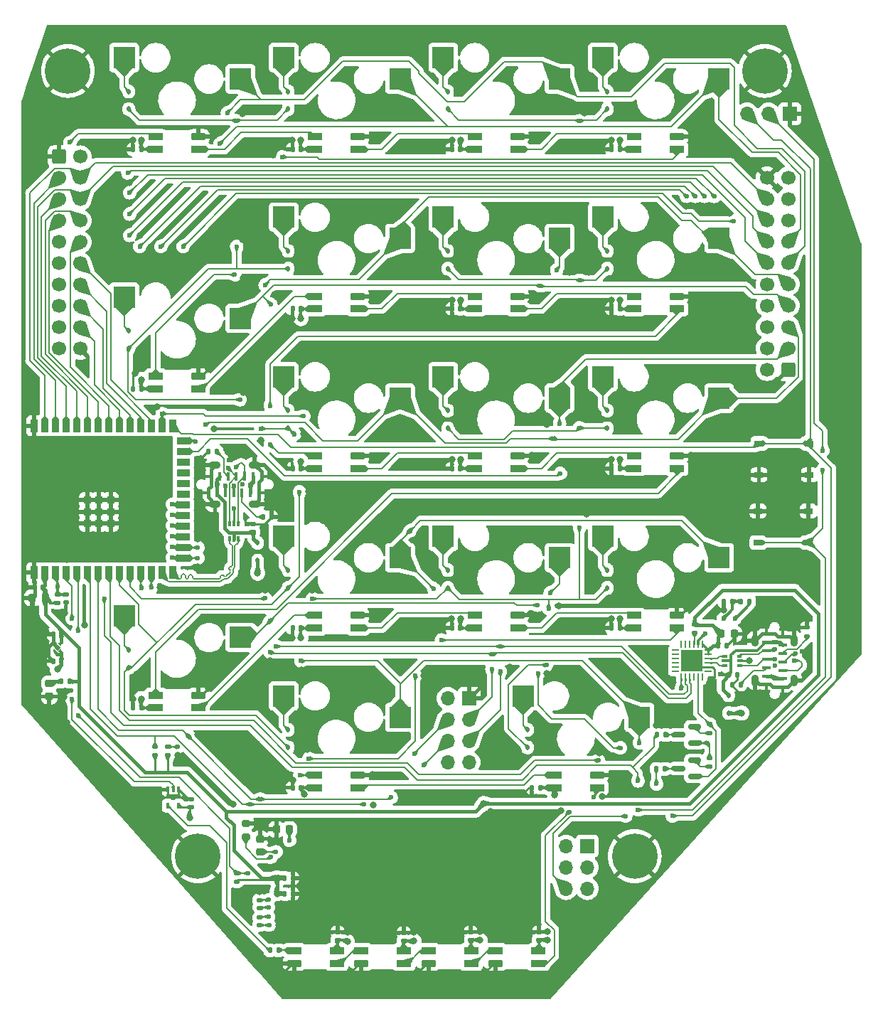
<source format=gbr>
%TF.GenerationSoftware,KiCad,Pcbnew,7.0.7-7.0.7~ubuntu20.04.1*%
%TF.CreationDate,2023-08-30T15:25:16-07:00*%
%TF.ProjectId,v2_controller,76325f63-6f6e-4747-926f-6c6c65722e6b,rev?*%
%TF.SameCoordinates,Original*%
%TF.FileFunction,Copper,L1,Top*%
%TF.FilePolarity,Positive*%
%FSLAX46Y46*%
G04 Gerber Fmt 4.6, Leading zero omitted, Abs format (unit mm)*
G04 Created by KiCad (PCBNEW 7.0.7-7.0.7~ubuntu20.04.1) date 2023-08-30 15:25:16*
%MOMM*%
%LPD*%
G01*
G04 APERTURE LIST*
G04 Aperture macros list*
%AMRoundRect*
0 Rectangle with rounded corners*
0 $1 Rounding radius*
0 $2 $3 $4 $5 $6 $7 $8 $9 X,Y pos of 4 corners*
0 Add a 4 corners polygon primitive as box body*
4,1,4,$2,$3,$4,$5,$6,$7,$8,$9,$2,$3,0*
0 Add four circle primitives for the rounded corners*
1,1,$1+$1,$2,$3*
1,1,$1+$1,$4,$5*
1,1,$1+$1,$6,$7*
1,1,$1+$1,$8,$9*
0 Add four rect primitives between the rounded corners*
20,1,$1+$1,$2,$3,$4,$5,0*
20,1,$1+$1,$4,$5,$6,$7,0*
20,1,$1+$1,$6,$7,$8,$9,0*
20,1,$1+$1,$8,$9,$2,$3,0*%
%AMRotRect*
0 Rectangle, with rotation*
0 The origin of the aperture is its center*
0 $1 length*
0 $2 width*
0 $3 Rotation angle, in degrees counterclockwise*
0 Add horizontal line*
21,1,$1,$2,0,0,$3*%
%AMFreePoly0*
4,1,6,0.130000,0.115000,0.130000,-0.115000,-0.130000,-0.115000,-0.130000,0.275000,-0.020000,0.275000,0.130000,0.115000,0.130000,0.115000,$1*%
%AMFreePoly1*
4,1,6,0.130000,-0.115000,-0.130000,-0.115000,-0.130000,0.115000,0.020000,0.275000,0.130000,0.275000,0.130000,-0.115000,0.130000,-0.115000,$1*%
G04 Aperture macros list end*
%TA.AperFunction,SMDPad,CuDef*%
%ADD10RoundRect,0.062500X0.350000X0.062500X-0.350000X0.062500X-0.350000X-0.062500X0.350000X-0.062500X0*%
%TD*%
%TA.AperFunction,SMDPad,CuDef*%
%ADD11RoundRect,0.062500X0.062500X0.350000X-0.062500X0.350000X-0.062500X-0.350000X0.062500X-0.350000X0*%
%TD*%
%TA.AperFunction,SMDPad,CuDef*%
%ADD12R,2.600000X2.600000*%
%TD*%
%TA.AperFunction,SMDPad,CuDef*%
%ADD13RoundRect,0.112500X-0.112500X0.187500X-0.112500X-0.187500X0.112500X-0.187500X0.112500X0.187500X0*%
%TD*%
%TA.AperFunction,SMDPad,CuDef*%
%ADD14RoundRect,0.135000X0.135000X0.185000X-0.135000X0.185000X-0.135000X-0.185000X0.135000X-0.185000X0*%
%TD*%
%TA.AperFunction,SMDPad,CuDef*%
%ADD15R,0.320000X1.000000*%
%TD*%
%TA.AperFunction,ComponentPad*%
%ADD16O,1.400000X0.900000*%
%TD*%
%TA.AperFunction,SMDPad,CuDef*%
%ADD17RoundRect,0.140000X0.140000X0.170000X-0.140000X0.170000X-0.140000X-0.170000X0.140000X-0.170000X0*%
%TD*%
%TA.AperFunction,SMDPad,CuDef*%
%ADD18R,1.700000X0.820000*%
%TD*%
%TA.AperFunction,SMDPad,CuDef*%
%ADD19RoundRect,0.205000X0.645000X0.205000X-0.645000X0.205000X-0.645000X-0.205000X0.645000X-0.205000X0*%
%TD*%
%TA.AperFunction,SMDPad,CuDef*%
%ADD20RoundRect,0.135000X0.185000X-0.135000X0.185000X0.135000X-0.185000X0.135000X-0.185000X-0.135000X0*%
%TD*%
%TA.AperFunction,SMDPad,CuDef*%
%ADD21RoundRect,0.140000X-0.140000X-0.170000X0.140000X-0.170000X0.140000X0.170000X-0.140000X0.170000X0*%
%TD*%
%TA.AperFunction,SMDPad,CuDef*%
%ADD22RoundRect,0.205000X-0.645000X-0.205000X0.645000X-0.205000X0.645000X0.205000X-0.645000X0.205000X0*%
%TD*%
%TA.AperFunction,SMDPad,CuDef*%
%ADD23R,1.000000X0.320000*%
%TD*%
%TA.AperFunction,ComponentPad*%
%ADD24O,0.900000X1.400000*%
%TD*%
%TA.AperFunction,SMDPad,CuDef*%
%ADD25RoundRect,0.140000X-0.170000X0.140000X-0.170000X-0.140000X0.170000X-0.140000X0.170000X0.140000X0*%
%TD*%
%TA.AperFunction,SMDPad,CuDef*%
%ADD26RoundRect,0.135000X-0.135000X-0.185000X0.135000X-0.185000X0.135000X0.185000X-0.135000X0.185000X0*%
%TD*%
%TA.AperFunction,SMDPad,CuDef*%
%ADD27RoundRect,0.140000X0.170000X-0.140000X0.170000X0.140000X-0.170000X0.140000X-0.170000X-0.140000X0*%
%TD*%
%TA.AperFunction,SMDPad,CuDef*%
%ADD28R,0.900000X1.500000*%
%TD*%
%TA.AperFunction,SMDPad,CuDef*%
%ADD29R,1.500000X0.900000*%
%TD*%
%TA.AperFunction,SMDPad,CuDef*%
%ADD30R,0.900000X0.900000*%
%TD*%
%TA.AperFunction,ComponentPad*%
%ADD31RoundRect,0.250000X0.600000X0.600000X-0.600000X0.600000X-0.600000X-0.600000X0.600000X-0.600000X0*%
%TD*%
%TA.AperFunction,ComponentPad*%
%ADD32C,1.700000*%
%TD*%
%TA.AperFunction,ComponentPad*%
%ADD33RoundRect,0.250000X-0.600000X-0.600000X0.600000X-0.600000X0.600000X0.600000X-0.600000X0.600000X0*%
%TD*%
%TA.AperFunction,SMDPad,CuDef*%
%ADD34R,0.400000X0.650000*%
%TD*%
%TA.AperFunction,ComponentPad*%
%ADD35C,0.800000*%
%TD*%
%TA.AperFunction,ComponentPad*%
%ADD36C,5.400000*%
%TD*%
%TA.AperFunction,SMDPad,CuDef*%
%ADD37FreePoly0,180.000000*%
%TD*%
%TA.AperFunction,SMDPad,CuDef*%
%ADD38FreePoly1,180.000000*%
%TD*%
%TA.AperFunction,SMDPad,CuDef*%
%ADD39FreePoly0,0.000000*%
%TD*%
%TA.AperFunction,SMDPad,CuDef*%
%ADD40FreePoly1,0.000000*%
%TD*%
%TA.AperFunction,SMDPad,CuDef*%
%ADD41RotRect,0.520000X0.520000X45.000000*%
%TD*%
%TA.AperFunction,SMDPad,CuDef*%
%ADD42RoundRect,0.225000X0.225000X0.250000X-0.225000X0.250000X-0.225000X-0.250000X0.225000X-0.250000X0*%
%TD*%
%TA.AperFunction,SMDPad,CuDef*%
%ADD43RoundRect,0.150000X0.587500X0.150000X-0.587500X0.150000X-0.587500X-0.150000X0.587500X-0.150000X0*%
%TD*%
%TA.AperFunction,SMDPad,CuDef*%
%ADD44RoundRect,0.218750X0.256250X-0.218750X0.256250X0.218750X-0.256250X0.218750X-0.256250X-0.218750X0*%
%TD*%
%TA.AperFunction,SMDPad,CuDef*%
%ADD45RoundRect,0.112500X0.112500X-0.187500X0.112500X0.187500X-0.112500X0.187500X-0.112500X-0.187500X0*%
%TD*%
%TA.AperFunction,SMDPad,CuDef*%
%ADD46R,0.500000X0.375000*%
%TD*%
%TA.AperFunction,SMDPad,CuDef*%
%ADD47R,0.650000X0.300000*%
%TD*%
%TA.AperFunction,ComponentPad*%
%ADD48R,1.700000X1.700000*%
%TD*%
%TA.AperFunction,ComponentPad*%
%ADD49O,1.700000X1.700000*%
%TD*%
%TA.AperFunction,SMDPad,CuDef*%
%ADD50RoundRect,0.135000X-0.185000X0.135000X-0.185000X-0.135000X0.185000X-0.135000X0.185000X0.135000X0*%
%TD*%
%TA.AperFunction,SMDPad,CuDef*%
%ADD51R,1.000000X0.750000*%
%TD*%
%TA.AperFunction,SMDPad,CuDef*%
%ADD52RoundRect,0.225000X0.250000X-0.225000X0.250000X0.225000X-0.250000X0.225000X-0.250000X-0.225000X0*%
%TD*%
%TA.AperFunction,SMDPad,CuDef*%
%ADD53R,0.375000X0.500000*%
%TD*%
%TA.AperFunction,SMDPad,CuDef*%
%ADD54R,0.300000X0.650000*%
%TD*%
%TA.AperFunction,SMDPad,CuDef*%
%ADD55RoundRect,0.200000X0.275000X-0.200000X0.275000X0.200000X-0.275000X0.200000X-0.275000X-0.200000X0*%
%TD*%
%TA.AperFunction,SMDPad,CuDef*%
%ADD56R,2.550000X2.500000*%
%TD*%
%TA.AperFunction,ViaPad*%
%ADD57C,0.800000*%
%TD*%
%TA.AperFunction,ViaPad*%
%ADD58C,0.600000*%
%TD*%
%TA.AperFunction,Conductor*%
%ADD59C,0.400000*%
%TD*%
%TA.AperFunction,Conductor*%
%ADD60C,0.250000*%
%TD*%
%TA.AperFunction,Conductor*%
%ADD61C,0.500000*%
%TD*%
%TA.AperFunction,Conductor*%
%ADD62C,0.350000*%
%TD*%
%TA.AperFunction,Conductor*%
%ADD63C,0.150000*%
%TD*%
%TA.AperFunction,Conductor*%
%ADD64C,0.300000*%
%TD*%
%TA.AperFunction,Conductor*%
%ADD65C,0.155400*%
%TD*%
G04 APERTURE END LIST*
D10*
%TO.P,U7,1,~{RI}/CLK*%
%TO.N,unconnected-(U7-~{RI}{slash}CLK-Pad1)*%
X124758500Y-115978000D03*
%TO.P,U7,2,GND*%
%TO.N,GND*%
X124758500Y-115478000D03*
%TO.P,U7,3,D+*%
%TO.N,/USB/UART_USB_D+*%
X124758500Y-114978000D03*
%TO.P,U7,4,D-*%
%TO.N,/USB/UART_USB_D-*%
X124758500Y-114478000D03*
%TO.P,U7,5,VIO*%
%TO.N,+3.3V*%
X124758500Y-113978000D03*
%TO.P,U7,6,VDD*%
X124758500Y-113478000D03*
D11*
%TO.P,U7,7,VREGIN*%
X124071000Y-112790500D03*
%TO.P,U7,8,VBUS*%
%TO.N,Net-(U7-VBUS)*%
X123571000Y-112790500D03*
%TO.P,U7,9,~{RST}*%
%TO.N,Net-(U7-~{RST})*%
X123071000Y-112790500D03*
%TO.P,U7,10,NC*%
%TO.N,unconnected-(U7-NC-Pad10)*%
X122571000Y-112790500D03*
%TO.P,U7,11,~{WAKEUP}/GPIO.3*%
%TO.N,unconnected-(U7-~{WAKEUP}{slash}GPIO.3-Pad11)*%
X122071000Y-112790500D03*
%TO.P,U7,12,RS485/GPIO.2*%
%TO.N,unconnected-(U7-RS485{slash}GPIO.2-Pad12)*%
X121571000Y-112790500D03*
D10*
%TO.P,U7,13,~{RXT}/GPIO.1*%
%TO.N,unconnected-(U7-~{RXT}{slash}GPIO.1-Pad13)*%
X120883500Y-113478000D03*
%TO.P,U7,14,~{TXT}/GPIO.0*%
%TO.N,unconnected-(U7-~{TXT}{slash}GPIO.0-Pad14)*%
X120883500Y-113978000D03*
%TO.P,U7,15,~{SUSPEND}*%
%TO.N,unconnected-(U7-~{SUSPEND}-Pad15)*%
X120883500Y-114478000D03*
%TO.P,U7,16,NC*%
%TO.N,unconnected-(U7-NC-Pad16)*%
X120883500Y-114978000D03*
%TO.P,U7,17,SUSPEND*%
%TO.N,unconnected-(U7-SUSPEND-Pad17)*%
X120883500Y-115478000D03*
%TO.P,U7,18,~{CTS}*%
%TO.N,unconnected-(U7-~{CTS}-Pad18)*%
X120883500Y-115978000D03*
D11*
%TO.P,U7,19,~{RTS}*%
%TO.N,/ESP32/UART_RTS*%
X121571000Y-116665500D03*
%TO.P,U7,20,RXD*%
%TO.N,/ESP32/UART_TX*%
X122071000Y-116665500D03*
%TO.P,U7,21,TXD*%
%TO.N,/ESP32/UART_RX*%
X122571000Y-116665500D03*
%TO.P,U7,22,~{DSR}*%
%TO.N,unconnected-(U7-~{DSR}-Pad22)*%
X123071000Y-116665500D03*
%TO.P,U7,23,~{DTR}*%
%TO.N,/ESP32/UART_DTR*%
X123571000Y-116665500D03*
%TO.P,U7,24,~{DCD}*%
%TO.N,unconnected-(U7-~{DCD}-Pad24)*%
X124071000Y-116665500D03*
D12*
%TO.P,U7,25,GND*%
%TO.N,GND*%
X122821000Y-114728000D03*
%TD*%
D13*
%TO.P,D34,1,K*%
%TO.N,Net-(D34-K)*%
X112750000Y-46950000D03*
%TO.P,D34,2,A*%
%TO.N,/ESP32/COL8*%
X112750000Y-49050000D03*
%TD*%
D14*
%TO.P,R8,1*%
%TO.N,Net-(J1-CC1)*%
X66251000Y-89856000D03*
%TO.P,R8,2*%
%TO.N,GND*%
X65231000Y-89856000D03*
%TD*%
D15*
%TO.P,J1,A1,GND*%
%TO.N,GND*%
X65560000Y-92800000D03*
%TO.P,J1,A4,VBUS*%
%TO.N,/USB/USB_VBUS*%
X66560000Y-92800000D03*
%TO.P,J1,A5,CC1*%
%TO.N,Net-(J1-CC1)*%
X67560000Y-92800000D03*
%TO.P,J1,A6,D+*%
%TO.N,Net-(J1-D+-PadA6)*%
X68560000Y-92800000D03*
%TO.P,J1,A7,D-*%
%TO.N,Net-(J1-D--PadA7)*%
X69560000Y-92800000D03*
%TO.P,J1,A9,VBUS*%
%TO.N,/USB/USB_VBUS*%
X70560000Y-92800000D03*
%TO.P,J1,A12,GND*%
%TO.N,GND*%
X71560000Y-92800000D03*
%TO.P,J1,B1,GND*%
X71240000Y-94700000D03*
%TO.P,J1,B4,VBUS*%
%TO.N,/USB/USB_VBUS*%
X70240000Y-94700000D03*
%TO.P,J1,B5,CC2*%
%TO.N,Net-(J1-CC2)*%
X69240000Y-94700000D03*
%TO.P,J1,B6,D+*%
%TO.N,Net-(J1-D+-PadA6)*%
X68240000Y-94700000D03*
%TO.P,J1,B7,D-*%
%TO.N,Net-(J1-D--PadA7)*%
X67240000Y-94700000D03*
%TO.P,J1,B9,VBUS*%
%TO.N,/USB/USB_VBUS*%
X66240000Y-94700000D03*
%TO.P,J1,B12,GND*%
%TO.N,GND*%
X65240000Y-94700000D03*
D16*
%TO.P,J1,S1,SHIELD*%
X66030000Y-91430000D03*
X66030000Y-96070000D03*
X70770000Y-91430000D03*
X70770000Y-96070000D03*
%TD*%
D17*
%TO.P,C3,1*%
%TO.N,+3.3V*%
X45522000Y-106001000D03*
%TO.P,C3,2*%
%TO.N,GND*%
X44562000Y-106001000D03*
%TD*%
D18*
%TO.P,D41,1,VDD*%
%TO.N,+5V*%
X104550000Y-149250000D03*
%TO.P,D41,2,DOUT*%
%TO.N,/LEDs/LED_NP_MAIN_DIN*%
X104550000Y-150750000D03*
D19*
%TO.P,D41,3,VSS*%
%TO.N,GND*%
X99450000Y-150750000D03*
D18*
%TO.P,D41,4,DIN*%
%TO.N,Net-(D40-DOUT)*%
X99450000Y-149250000D03*
%TD*%
D20*
%TO.P,R3,1*%
%TO.N,+3.3V*%
X60400000Y-126010000D03*
%TO.P,R3,2*%
%TO.N,/ESP32/SDA*%
X60400000Y-124990000D03*
%TD*%
D21*
%TO.P,C29,1*%
%TO.N,GND*%
X75270000Y-72830000D03*
%TO.P,C29,2*%
%TO.N,+5V*%
X76230000Y-72830000D03*
%TD*%
D18*
%TO.P,D39,1,VDD*%
%TO.N,+5V*%
X88550000Y-149250000D03*
%TO.P,D39,2,DOUT*%
%TO.N,Net-(D39-DOUT)*%
X88550000Y-150750000D03*
D19*
%TO.P,D39,3,VSS*%
%TO.N,GND*%
X83450000Y-150750000D03*
D18*
%TO.P,D39,4,DIN*%
%TO.N,Net-(D38-DOUT)*%
X83450000Y-149250000D03*
%TD*%
D20*
%TO.P,R11,1*%
%TO.N,Net-(J2-CC2)*%
X136548000Y-111794000D03*
%TO.P,R11,2*%
%TO.N,GND*%
X136548000Y-110774000D03*
%TD*%
D18*
%TO.P,D17,1,VDD*%
%TO.N,+5V*%
X58950000Y-53830000D03*
%TO.P,D17,2,DOUT*%
%TO.N,/ESP32/LED_RIGHT_DIN*%
X58950000Y-52330000D03*
D22*
%TO.P,D17,3,VSS*%
%TO.N,GND*%
X64050000Y-52330000D03*
D18*
%TO.P,D17,4,DIN*%
%TO.N,Net-(D16-DOUT)*%
X64050000Y-53830000D03*
%TD*%
D23*
%TO.P,J2,A1,GND*%
%TO.N,GND*%
X131722000Y-117538000D03*
%TO.P,J2,A4,VBUS*%
%TO.N,/USB/UART_USB_VBUS*%
X131722000Y-116538000D03*
%TO.P,J2,A5,CC1*%
%TO.N,Net-(J2-CC1)*%
X131722000Y-115538000D03*
%TO.P,J2,A6,D+*%
%TO.N,Net-(J2-D+-PadA6)*%
X131722000Y-114538000D03*
%TO.P,J2,A7,D-*%
%TO.N,Net-(J2-D--PadA7)*%
X131722000Y-113538000D03*
%TO.P,J2,A9,VBUS*%
%TO.N,/USB/UART_USB_VBUS*%
X131722000Y-112538000D03*
%TO.P,J2,A12,GND*%
%TO.N,GND*%
X131722000Y-111538000D03*
%TO.P,J2,B1,GND*%
X133622000Y-111858000D03*
%TO.P,J2,B4,VBUS*%
%TO.N,/USB/UART_USB_VBUS*%
X133622000Y-112858000D03*
%TO.P,J2,B5,CC2*%
%TO.N,Net-(J2-CC2)*%
X133622000Y-113858000D03*
%TO.P,J2,B6,D+*%
%TO.N,Net-(J2-D+-PadA6)*%
X133622000Y-114858000D03*
%TO.P,J2,B7,D-*%
%TO.N,Net-(J2-D--PadA7)*%
X133622000Y-115858000D03*
%TO.P,J2,B9,VBUS*%
%TO.N,/USB/UART_USB_VBUS*%
X133622000Y-116858000D03*
%TO.P,J2,B12,GND*%
%TO.N,GND*%
X133622000Y-117858000D03*
D24*
%TO.P,J2,S1,SHIELD*%
X130352000Y-117068000D03*
X134992000Y-117068000D03*
X130352000Y-112328000D03*
X134992000Y-112328000D03*
%TD*%
D18*
%TO.P,D8,1,VDD*%
%TO.N,+5V*%
X96950000Y-91830000D03*
%TO.P,D8,2,DOUT*%
%TO.N,Net-(D8-DOUT)*%
X96950000Y-90330000D03*
D22*
%TO.P,D8,3,VSS*%
%TO.N,GND*%
X102050000Y-90330000D03*
D18*
%TO.P,D8,4,DIN*%
%TO.N,Net-(D7-DOUT)*%
X102050000Y-91830000D03*
%TD*%
D25*
%TO.P,C38,1*%
%TO.N,GND*%
X80600000Y-147020000D03*
%TO.P,C38,2*%
%TO.N,+5V*%
X80600000Y-147980000D03*
%TD*%
D13*
%TO.P,D33,1,K*%
%TO.N,Net-(D33-K)*%
X55750000Y-75450000D03*
%TO.P,D33,2,A*%
%TO.N,/ESP32/COL9*%
X55750000Y-77550000D03*
%TD*%
D26*
%TO.P,R9,1*%
%TO.N,Net-(J1-CC2)*%
X71708000Y-97603000D03*
%TO.P,R9,2*%
%TO.N,GND*%
X72728000Y-97603000D03*
%TD*%
D21*
%TO.P,C20,1*%
%TO.N,GND*%
X113270000Y-72830000D03*
%TO.P,C20,2*%
%TO.N,+5V*%
X114230000Y-72830000D03*
%TD*%
D27*
%TO.P,C10,1*%
%TO.N,+5V*%
X63200000Y-132180000D03*
%TO.P,C10,2*%
%TO.N,GND*%
X63200000Y-131220000D03*
%TD*%
D13*
%TO.P,D21,1,K*%
%TO.N,Net-(D21-K)*%
X103250000Y-122950000D03*
%TO.P,D21,2,A*%
%TO.N,/ESP32/COL8*%
X103250000Y-125050000D03*
%TD*%
D18*
%TO.P,D7,1,VDD*%
%TO.N,+5V*%
X115950000Y-91830000D03*
%TO.P,D7,2,DOUT*%
%TO.N,Net-(D7-DOUT)*%
X115950000Y-90330000D03*
D22*
%TO.P,D7,3,VSS*%
%TO.N,GND*%
X121050000Y-90330000D03*
D18*
%TO.P,D7,4,DIN*%
%TO.N,Net-(D6-DOUT)*%
X121050000Y-91830000D03*
%TD*%
%TO.P,D12,1,VDD*%
%TO.N,+5V*%
X77950000Y-72830000D03*
%TO.P,D12,2,DOUT*%
%TO.N,Net-(D12-DOUT)*%
X77950000Y-71330000D03*
D22*
%TO.P,D12,3,VSS*%
%TO.N,GND*%
X83050000Y-71330000D03*
D18*
%TO.P,D12,4,DIN*%
%TO.N,Net-(D11-DOUT)*%
X83050000Y-72830000D03*
%TD*%
D28*
%TO.P,U1,1,GND*%
%TO.N,GND*%
X44490000Y-104250000D03*
%TO.P,U1,2,3V3*%
%TO.N,+3.3V*%
X45760000Y-104250000D03*
%TO.P,U1,3,EN*%
%TO.N,/ESP32/CHIP_PU*%
X47030000Y-104250000D03*
%TO.P,U1,4,GPIO4*%
%TO.N,/ESP32/LED_DIN_3V3*%
X48300000Y-104250000D03*
%TO.P,U1,5,GPIO5*%
%TO.N,/ESP32/OLED_RST*%
X49570000Y-104250000D03*
%TO.P,U1,6,GPIO6*%
%TO.N,/ESP32/SCL*%
X50840000Y-104250000D03*
%TO.P,U1,7,GPIO7*%
%TO.N,/ESP32/SDA*%
X52110000Y-104250000D03*
%TO.P,U1,8,GPIO15/XTAL_32K_P*%
%TO.N,/ESP32/COL10*%
X53380000Y-104250000D03*
%TO.P,U1,9,GPIO16/XTAL_32K_N*%
%TO.N,/ESP32/COL9*%
X54650000Y-104250000D03*
%TO.P,U1,10,GPIO17/U1TXD*%
%TO.N,/ESP32/COL8*%
X55920000Y-104250000D03*
%TO.P,U1,11,GPIO18/U1RXD*%
%TO.N,/ESP32/UART_RX*%
X57190000Y-104250000D03*
%TO.P,U1,12,GPIO8*%
%TO.N,/ESP32/UART_TX*%
X58460000Y-104250000D03*
%TO.P,U1,13,GPIO19/USB_D-*%
%TO.N,/ESP32/USB_D-*%
X59730000Y-104250000D03*
%TO.P,U1,14,GPIO20/USB_D+*%
%TO.N,/ESP32/USB_D+*%
X61000000Y-104250000D03*
D29*
%TO.P,U1,15,GPIO3*%
%TO.N,/ESP32/ROW8*%
X62250000Y-102485000D03*
%TO.P,U1,16,GPIO46*%
%TO.N,/ESP32/ROW7*%
X62250000Y-101215000D03*
%TO.P,U1,17,GPIO9*%
%TO.N,/ESP32/ROW0*%
X62250000Y-99945000D03*
%TO.P,U1,18,GPIO10*%
%TO.N,/ESP32/ROW1*%
X62250000Y-98675000D03*
%TO.P,U1,19,GPIO11*%
%TO.N,/ESP32/ROW2*%
X62250000Y-97405000D03*
%TO.P,U1,20,GPIO12*%
%TO.N,/ESP32/ROW3*%
X62250000Y-96135000D03*
%TO.P,U1,21,GPIO13*%
%TO.N,unconnected-(U1-GPIO13-Pad21)*%
X62250000Y-94865000D03*
%TO.P,U1,22,GPIO14*%
%TO.N,unconnected-(U1-GPIO14-Pad22)*%
X62250000Y-93595000D03*
%TO.P,U1,23,GPIO21*%
%TO.N,unconnected-(U1-GPIO21-Pad23)*%
X62250000Y-92325000D03*
%TO.P,U1,24,GPIO47/SPICLK_P*%
%TO.N,unconnected-(U1-GPIO47{slash}SPICLK_P-Pad24)*%
X62250000Y-91055000D03*
%TO.P,U1,25,GPIO48/SPICLK_N*%
%TO.N,/ESP32/ROW5*%
X62250000Y-89785000D03*
%TO.P,U1,26,GPIO45*%
%TO.N,/ESP32/ROW4*%
X62250000Y-88515000D03*
D28*
%TO.P,U1,27,GPIO0/BOOT*%
%TO.N,/ESP32/GPIO0*%
X61000000Y-86750000D03*
%TO.P,U1,28,GPIO35*%
%TO.N,/ESP32/ROW6*%
X59730000Y-86750000D03*
%TO.P,U1,29,GPIO36*%
%TO.N,/ESP32/COL4*%
X58460000Y-86750000D03*
%TO.P,U1,30,GPIO37*%
%TO.N,/ESP32/COL5*%
X57190000Y-86750000D03*
%TO.P,U1,31,GPIO38*%
%TO.N,/ESP32/COL6*%
X55920000Y-86750000D03*
%TO.P,U1,32,GPIO39*%
%TO.N,/ESP32/COL7*%
X54650000Y-86750000D03*
%TO.P,U1,33,GPIO40*%
%TO.N,/ESP32/COL3*%
X53380000Y-86750000D03*
%TO.P,U1,34,GPIO41*%
%TO.N,/ESP32/ROW9*%
X52110000Y-86750000D03*
%TO.P,U1,35,GPIO42*%
%TO.N,/ESP32/COL2*%
X50840000Y-86750000D03*
%TO.P,U1,36,GPIO44/U0RXD*%
%TO.N,/ESP32/ROW10*%
X49570000Y-86750000D03*
%TO.P,U1,37,GPIO43/U0TXD*%
%TO.N,/ESP32/COL1*%
X48300000Y-86750000D03*
%TO.P,U1,38,GPIO2*%
%TO.N,/ESP32/ROW11*%
X47030000Y-86750000D03*
%TO.P,U1,39,GPIO1*%
%TO.N,/ESP32/COL0*%
X45760000Y-86750000D03*
%TO.P,U1,40,GND*%
%TO.N,GND*%
X44490000Y-86750000D03*
D30*
%TO.P,U1,41,GND*%
X50810000Y-98400000D03*
X52210000Y-98400000D03*
X53610000Y-98400000D03*
X53610000Y-98400000D03*
X50810000Y-97000000D03*
X50810000Y-97000000D03*
X52210000Y-97000000D03*
X53610000Y-97000000D03*
X50810000Y-95600000D03*
X52210000Y-95600000D03*
X53610000Y-95600000D03*
%TD*%
D26*
%TO.P,R6,1*%
%TO.N,/ESP32/CHIP_PU*%
X118662000Y-123558000D03*
%TO.P,R6,2*%
%TO.N,Net-(Q1-C)*%
X119682000Y-123558000D03*
%TD*%
D21*
%TO.P,C25,1*%
%TO.N,GND*%
X94270000Y-72830000D03*
%TO.P,C25,2*%
%TO.N,+5V*%
X95230000Y-72830000D03*
%TD*%
D31*
%TO.P,J3,1,Pin_1*%
%TO.N,GND*%
X134300000Y-80060000D03*
D32*
%TO.P,J3,2,Pin_2*%
%TO.N,+5V*%
X131760000Y-80060000D03*
%TO.P,J3,3,Pin_3*%
%TO.N,/ESP32/ROW5*%
X134300000Y-77520000D03*
%TO.P,J3,4,Pin_4*%
%TO.N,/ESP32/COL7*%
X131760000Y-77520000D03*
%TO.P,J3,5,Pin_5*%
%TO.N,/ESP32/ROW4*%
X134300000Y-74980000D03*
%TO.P,J3,6,Pin_6*%
%TO.N,/ESP32/COL6*%
X131760000Y-74980000D03*
%TO.P,J3,7,Pin_7*%
%TO.N,/ESP32/ROW3*%
X134300000Y-72440000D03*
%TO.P,J3,8,Pin_8*%
%TO.N,/ESP32/COL5*%
X131760000Y-72440000D03*
%TO.P,J3,9,Pin_9*%
%TO.N,/ESP32/ROW2*%
X134300000Y-69900000D03*
%TO.P,J3,10,Pin_10*%
%TO.N,/ESP32/COL4*%
X131760000Y-69900000D03*
%TO.P,J3,11,Pin_11*%
%TO.N,/ESP32/ROW1*%
X134300000Y-67360000D03*
%TO.P,J3,12,Pin_12*%
%TO.N,/ESP32/COL3*%
X131760000Y-67360000D03*
%TO.P,J3,13,Pin_13*%
%TO.N,/ESP32/ROW0*%
X134300000Y-64820000D03*
%TO.P,J3,14,Pin_14*%
%TO.N,/ESP32/COL2*%
X131760000Y-64820000D03*
%TO.P,J3,15,Pin_15*%
%TO.N,/ESP32/LED_LEFT_DIN*%
X134300000Y-62280000D03*
%TO.P,J3,16,Pin_16*%
%TO.N,/ESP32/COL1*%
X131760000Y-62280000D03*
%TO.P,J3,17,Pin_17*%
%TO.N,unconnected-(J3-Pin_17-Pad17)*%
X134300000Y-59740000D03*
%TO.P,J3,18,Pin_18*%
%TO.N,/ESP32/COL0*%
X131760000Y-59740000D03*
%TO.P,J3,19,Pin_19*%
%TO.N,unconnected-(J3-Pin_19-Pad19)*%
X134300000Y-57200000D03*
%TO.P,J3,20,Pin_20*%
%TO.N,GND*%
X131760000Y-57200000D03*
%TD*%
D26*
%TO.P,R7,1*%
%TO.N,/ESP32/GPIO0*%
X118590000Y-127600000D03*
%TO.P,R7,2*%
%TO.N,Net-(Q2-C)*%
X119610000Y-127600000D03*
%TD*%
D21*
%TO.P,C24,1*%
%TO.N,GND*%
X94270000Y-53830000D03*
%TO.P,C24,2*%
%TO.N,+5V*%
X95230000Y-53830000D03*
%TD*%
D17*
%TO.P,C11,1*%
%TO.N,+5V*%
X47724000Y-114757000D03*
%TO.P,C11,2*%
%TO.N,GND*%
X46764000Y-114757000D03*
%TD*%
D18*
%TO.P,D38,1,VDD*%
%TO.N,+5V*%
X80550000Y-149250000D03*
%TO.P,D38,2,DOUT*%
%TO.N,Net-(D38-DOUT)*%
X80550000Y-150750000D03*
D19*
%TO.P,D38,3,VSS*%
%TO.N,GND*%
X75450000Y-150750000D03*
D18*
%TO.P,D38,4,DIN*%
%TO.N,Net-(D38-DIN)*%
X75450000Y-149250000D03*
%TD*%
D21*
%TO.P,C26,1*%
%TO.N,GND*%
X94270000Y-91830000D03*
%TO.P,C26,2*%
%TO.N,+5V*%
X95230000Y-91830000D03*
%TD*%
%TO.P,C21,1*%
%TO.N,GND*%
X113270000Y-91830000D03*
%TO.P,C21,2*%
%TO.N,+5V*%
X114230000Y-91830000D03*
%TD*%
D13*
%TO.P,D37,1,K*%
%TO.N,Net-(D37-K)*%
X55750000Y-46950000D03*
%TO.P,D37,2,A*%
%TO.N,/ESP32/COL9*%
X55750000Y-49050000D03*
%TD*%
D33*
%TO.P,J4,1,Pin_1*%
%TO.N,GND*%
X47429600Y-54718400D03*
D32*
%TO.P,J4,2,Pin_2*%
%TO.N,+5V*%
X49969600Y-54718400D03*
%TO.P,J4,3,Pin_3*%
%TO.N,/ESP32/ROW11*%
X47429600Y-57258400D03*
%TO.P,J4,4,Pin_4*%
%TO.N,/ESP32/COL0*%
X49969600Y-57258400D03*
%TO.P,J4,5,Pin_5*%
%TO.N,/ESP32/ROW10*%
X47429600Y-59798400D03*
%TO.P,J4,6,Pin_6*%
%TO.N,/ESP32/COL1*%
X49969600Y-59798400D03*
%TO.P,J4,7,Pin_7*%
%TO.N,/ESP32/ROW9*%
X47429600Y-62338400D03*
%TO.P,J4,8,Pin_8*%
%TO.N,/ESP32/COL2*%
X49969600Y-62338400D03*
%TO.P,J4,9,Pin_9*%
%TO.N,/ESP32/ROW8*%
X47429600Y-64878400D03*
%TO.P,J4,10,Pin_10*%
%TO.N,/ESP32/COL3*%
X49969600Y-64878400D03*
%TO.P,J4,11,Pin_11*%
%TO.N,/ESP32/ROW7*%
X47429600Y-67418400D03*
%TO.P,J4,12,Pin_12*%
%TO.N,/ESP32/COL4*%
X49969600Y-67418400D03*
%TO.P,J4,13,Pin_13*%
%TO.N,/ESP32/ROW6*%
X47429600Y-69958400D03*
%TO.P,J4,14,Pin_14*%
%TO.N,/ESP32/COL5*%
X49969600Y-69958400D03*
%TO.P,J4,15,Pin_15*%
%TO.N,/ESP32/LED_RIGHT_DIN*%
X47429600Y-72498400D03*
%TO.P,J4,16,Pin_16*%
%TO.N,/ESP32/COL6*%
X49969600Y-72498400D03*
%TO.P,J4,17,Pin_17*%
%TO.N,/ESP32/LED_LEFT_DIN*%
X47429600Y-75038400D03*
%TO.P,J4,18,Pin_18*%
%TO.N,/ESP32/COL7*%
X49969600Y-75038400D03*
%TO.P,J4,19,Pin_19*%
%TO.N,unconnected-(J4-Pin_19-Pad19)*%
X47429600Y-77578400D03*
%TO.P,J4,20,Pin_20*%
%TO.N,GND*%
X49969600Y-77578400D03*
%TD*%
D21*
%TO.P,C32,1*%
%TO.N,GND*%
X75270000Y-129829999D03*
%TO.P,C32,2*%
%TO.N,+5V*%
X76230000Y-129829999D03*
%TD*%
D25*
%TO.P,C39,1*%
%TO.N,GND*%
X88500000Y-147120000D03*
%TO.P,C39,2*%
%TO.N,+5V*%
X88500000Y-148080000D03*
%TD*%
D34*
%TO.P,U3,1*%
%TO.N,GND*%
X61694000Y-130070000D03*
%TO.P,U3,2*%
%TO.N,/ESP32/LED_DIN_3V3*%
X61044000Y-130070000D03*
%TO.P,U3,3,GND*%
%TO.N,GND*%
X60394000Y-130070000D03*
%TO.P,U3,4*%
%TO.N,/ESP32/LED_NUMPAD_DIN*%
X60394000Y-131970000D03*
%TO.P,U3,5,VCC*%
%TO.N,+5V*%
X61694000Y-131970000D03*
%TD*%
D21*
%TO.P,C16,1*%
%TO.N,/USB/UART_USB_VBUS*%
X127239000Y-116415000D03*
%TO.P,C16,2*%
%TO.N,GND*%
X128199000Y-116415000D03*
%TD*%
D35*
%TO.P,H2,1,1*%
%TO.N,GND*%
X129475000Y-44500000D03*
X130068109Y-43068109D03*
X130068109Y-45931891D03*
X131500000Y-42475000D03*
D36*
X131500000Y-44500000D03*
D35*
X131500000Y-46525000D03*
X132931891Y-43068109D03*
X132931891Y-45931891D03*
X133525000Y-44500000D03*
%TD*%
D20*
%TO.P,R17,1*%
%TO.N,+3.3V*%
X68605000Y-141020000D03*
%TO.P,R17,2*%
%TO.N,/ESP32/OLED_RST*%
X68605000Y-140000000D03*
%TD*%
D13*
%TO.P,D32,1,K*%
%TO.N,Net-(D32-K)*%
X74750000Y-65950000D03*
%TO.P,D32,2,A*%
%TO.N,/ESP32/COL9*%
X74750000Y-68050000D03*
%TD*%
D18*
%TO.P,D15,1,VDD*%
%TO.N,+5V*%
X96950000Y-53830000D03*
%TO.P,D15,2,DOUT*%
%TO.N,Net-(D15-DOUT)*%
X96950000Y-52330000D03*
D22*
%TO.P,D15,3,VSS*%
%TO.N,GND*%
X102050000Y-52330000D03*
D18*
%TO.P,D15,4,DIN*%
%TO.N,Net-(D14-DOUT)*%
X102050000Y-53830000D03*
%TD*%
D13*
%TO.P,D25,1,K*%
%TO.N,Net-(D25-K)*%
X74750000Y-103950000D03*
%TO.P,D25,2,A*%
%TO.N,/ESP32/COL9*%
X74750000Y-106050000D03*
%TD*%
D37*
%TO.P,U4,1,OUT*%
%TO.N,+3.3V*%
X47569000Y-112672000D03*
D38*
%TO.P,U4,2,GND*%
%TO.N,GND*%
X46919000Y-112672000D03*
D39*
%TO.P,U4,3,EN*%
%TO.N,+5V*%
X46919000Y-113642000D03*
D40*
%TO.P,U4,4,IN*%
X47569000Y-113642000D03*
D41*
%TO.P,U4,5,EPAD*%
%TO.N,GND*%
X47244000Y-113157000D03*
%TD*%
D18*
%TO.P,D9,1,VDD*%
%TO.N,+5V*%
X77950000Y-91830000D03*
%TO.P,D9,2,DOUT*%
%TO.N,Net-(D10-DIN)*%
X77950000Y-90330000D03*
D22*
%TO.P,D9,3,VSS*%
%TO.N,GND*%
X83050000Y-90330000D03*
D18*
%TO.P,D9,4,DIN*%
%TO.N,Net-(D8-DOUT)*%
X83050000Y-91830000D03*
%TD*%
D21*
%TO.P,C22,1*%
%TO.N,GND*%
X113270000Y-110830000D03*
%TO.P,C22,2*%
%TO.N,+5V*%
X114230000Y-110830000D03*
%TD*%
D14*
%TO.P,R10,1*%
%TO.N,Net-(J2-CC1)*%
X128610000Y-117558000D03*
%TO.P,R10,2*%
%TO.N,GND*%
X127590000Y-117558000D03*
%TD*%
D18*
%TO.P,D2,1,VDD*%
%TO.N,+5V*%
X77950000Y-129829999D03*
%TO.P,D2,2,DOUT*%
%TO.N,Net-(D2-DOUT)*%
X77950000Y-128329999D03*
D22*
%TO.P,D2,3,VSS*%
%TO.N,GND*%
X83050000Y-128329999D03*
D18*
%TO.P,D2,4,DIN*%
%TO.N,Net-(D1-DOUT)*%
X83050000Y-129829999D03*
%TD*%
D13*
%TO.P,D23,1,K*%
%TO.N,Net-(D23-K)*%
X112750000Y-103950000D03*
%TO.P,D23,2,A*%
%TO.N,/ESP32/COL8*%
X112750000Y-106050000D03*
%TD*%
D35*
%TO.P,H4,1,1*%
%TO.N,GND*%
X113975000Y-138000000D03*
X114568109Y-136568109D03*
X114568109Y-139431891D03*
X116000000Y-135975000D03*
D36*
X116000000Y-138000000D03*
D35*
X116000000Y-140025000D03*
X117431891Y-136568109D03*
X117431891Y-139431891D03*
X118025000Y-138000000D03*
%TD*%
D42*
%TO.P,C2,1*%
%TO.N,+3.3V*%
X45817000Y-107271000D03*
%TO.P,C2,2*%
%TO.N,GND*%
X44267000Y-107271000D03*
%TD*%
D43*
%TO.P,Q2,1,E*%
%TO.N,/ESP32/UART_DTR*%
X123137500Y-128500000D03*
%TO.P,Q2,2,B*%
%TO.N,Net-(Q2-B)*%
X123137500Y-126600000D03*
%TO.P,Q2,3,C*%
%TO.N,Net-(Q2-C)*%
X121262500Y-127550000D03*
%TD*%
D17*
%TO.P,C4,1*%
%TO.N,GND*%
X75280000Y-140600000D03*
%TO.P,C4,2*%
%TO.N,+3.3V*%
X74320000Y-140600000D03*
%TD*%
D42*
%TO.P,C17,1*%
%TO.N,GND*%
X127859000Y-111538000D03*
%TO.P,C17,2*%
%TO.N,+3.3V*%
X126309000Y-111538000D03*
%TD*%
D13*
%TO.P,D30,1,K*%
%TO.N,Net-(D30-K)*%
X112750000Y-65950000D03*
%TO.P,D30,2,A*%
%TO.N,/ESP32/COL8*%
X112750000Y-68050000D03*
%TD*%
D21*
%TO.P,C19,1*%
%TO.N,GND*%
X113270000Y-53830000D03*
%TO.P,C19,2*%
%TO.N,+5V*%
X114230000Y-53830000D03*
%TD*%
D13*
%TO.P,D27,1,K*%
%TO.N,Net-(D27-K)*%
X112750000Y-84950000D03*
%TO.P,D27,2,A*%
%TO.N,/ESP32/COL8*%
X112750000Y-87050000D03*
%TD*%
D44*
%TO.P,D20,1,K*%
%TO.N,GND*%
X46300000Y-118987500D03*
%TO.P,D20,2,A*%
%TO.N,Net-(D20-A)*%
X46300000Y-117412500D03*
%TD*%
D14*
%TO.P,R13,1*%
%TO.N,/USB/UART_USB_VBUS*%
X129660000Y-107652000D03*
%TO.P,R13,2*%
%TO.N,Net-(U7-VBUS)*%
X128640000Y-107652000D03*
%TD*%
D20*
%TO.P,R2,1*%
%TO.N,+3.3V*%
X58900000Y-126010000D03*
%TO.P,R2,2*%
%TO.N,/ESP32/SCL*%
X58900000Y-124990000D03*
%TD*%
D45*
%TO.P,D19,1,K*%
%TO.N,+5V*%
X127200000Y-120950000D03*
%TO.P,D19,2,A*%
%TO.N,/USB/UART_USB_VBUS*%
X127200000Y-118850000D03*
%TD*%
D46*
%TO.P,U6,1,I/O1*%
%TO.N,Net-(J2-D+-PadA6)*%
X128442000Y-115280000D03*
D47*
%TO.P,U6,2,GND*%
%TO.N,GND*%
X128517000Y-114742500D03*
D46*
%TO.P,U6,3,I/O2*%
%TO.N,Net-(J2-D--PadA7)*%
X128442000Y-114205000D03*
%TO.P,U6,4,I/O2*%
%TO.N,/USB/UART_USB_D-*%
X126742000Y-114205000D03*
D47*
%TO.P,U6,5,VBUS*%
%TO.N,/USB/UART_USB_VBUS*%
X126667000Y-114742500D03*
D46*
%TO.P,U6,6,I/O1*%
%TO.N,/USB/UART_USB_D+*%
X126742000Y-115280000D03*
%TD*%
D43*
%TO.P,Q1,1,E*%
%TO.N,/ESP32/UART_RTS*%
X123147000Y-124500000D03*
%TO.P,Q1,2,B*%
%TO.N,Net-(Q1-B)*%
X123147000Y-122600000D03*
%TO.P,Q1,3,C*%
%TO.N,Net-(Q1-C)*%
X121272000Y-123550000D03*
%TD*%
D20*
%TO.P,R15,1*%
%TO.N,Net-(U7-~{RST})*%
X123113000Y-111416000D03*
%TO.P,R15,2*%
%TO.N,+3.3V*%
X123113000Y-110396000D03*
%TD*%
D27*
%TO.P,C15,1*%
%TO.N,/USB/USB_VBUS*%
X70600000Y-99380000D03*
%TO.P,C15,2*%
%TO.N,GND*%
X70600000Y-98420000D03*
%TD*%
D13*
%TO.P,D22,1,K*%
%TO.N,Net-(D22-K)*%
X74750000Y-122950000D03*
%TO.P,D22,2,A*%
%TO.N,/ESP32/COL9*%
X74750000Y-125050000D03*
%TD*%
D25*
%TO.P,C36,1*%
%TO.N,GND*%
X96500000Y-147020000D03*
%TO.P,C36,2*%
%TO.N,+5V*%
X96500000Y-147980000D03*
%TD*%
D48*
%TO.P,J7,1,Pin_1*%
%TO.N,GND*%
X134480000Y-49600000D03*
D49*
%TO.P,J7,2,Pin_2*%
%TO.N,/ESP32/CHIP_PU*%
X131940000Y-49600000D03*
%TO.P,J7,3,Pin_3*%
%TO.N,/ESP32/GPIO0*%
X129400000Y-49600000D03*
%TD*%
D21*
%TO.P,C31,1*%
%TO.N,GND*%
X75270000Y-110830000D03*
%TO.P,C31,2*%
%TO.N,+5V*%
X76230000Y-110830000D03*
%TD*%
%TO.P,C28,1*%
%TO.N,GND*%
X75270000Y-53830000D03*
%TO.P,C28,2*%
%TO.N,+5V*%
X76230000Y-53830000D03*
%TD*%
D50*
%TO.P,R5,1*%
%TO.N,/ESP32/UART_RTS*%
X124900000Y-126290000D03*
%TO.P,R5,2*%
%TO.N,Net-(Q2-B)*%
X124900000Y-127310000D03*
%TD*%
D26*
%TO.P,R16,1*%
%TO.N,/ESP32/LED_NUMPAD_DIN*%
X72580000Y-149200000D03*
%TO.P,R16,2*%
%TO.N,Net-(D38-DIN)*%
X73600000Y-149200000D03*
%TD*%
D42*
%TO.P,C6,1*%
%TO.N,Net-(U2-VCC)*%
X74875000Y-134800000D03*
%TO.P,C6,2*%
%TO.N,GND*%
X73325000Y-134800000D03*
%TD*%
D18*
%TO.P,D13,1,VDD*%
%TO.N,+5V*%
X58950000Y-82330000D03*
%TO.P,D13,2,DOUT*%
%TO.N,Net-(D13-DOUT)*%
X58950000Y-80830000D03*
D22*
%TO.P,D13,3,VSS*%
%TO.N,GND*%
X64050000Y-80830000D03*
D18*
%TO.P,D13,4,DIN*%
%TO.N,Net-(D12-DOUT)*%
X64050000Y-82330000D03*
%TD*%
D51*
%TO.P,SW19,1,1*%
%TO.N,GND*%
X130700000Y-96900000D03*
X136700000Y-96900000D03*
%TO.P,SW19,2,2*%
%TO.N,/ESP32/CHIP_PU*%
X130700000Y-100650000D03*
X136700000Y-100650000D03*
%TD*%
D21*
%TO.P,C35,1*%
%TO.N,GND*%
X56270000Y-120330000D03*
%TO.P,C35,2*%
%TO.N,+5V*%
X57230000Y-120330000D03*
%TD*%
D13*
%TO.P,D29,1,K*%
%TO.N,Net-(D29-K)*%
X74750000Y-84950000D03*
%TO.P,D29,2,A*%
%TO.N,/ESP32/COL9*%
X74750000Y-87050000D03*
%TD*%
D21*
%TO.P,C33,1*%
%TO.N,GND*%
X56270000Y-53830000D03*
%TO.P,C33,2*%
%TO.N,+5V*%
X57230000Y-53830000D03*
%TD*%
D50*
%TO.P,R4,1*%
%TO.N,/ESP32/UART_DTR*%
X124900000Y-122290000D03*
%TO.P,R4,2*%
%TO.N,Net-(Q1-B)*%
X124900000Y-123310000D03*
%TD*%
D20*
%TO.P,R1,1*%
%TO.N,+3.3V*%
X47284000Y-107832000D03*
%TO.P,R1,2*%
%TO.N,/ESP32/CHIP_PU*%
X47284000Y-106812000D03*
%TD*%
D18*
%TO.P,D6,1,VDD*%
%TO.N,+5V*%
X58950000Y-120330000D03*
%TO.P,D6,2,DOUT*%
%TO.N,Net-(D6-DOUT)*%
X58950000Y-118830000D03*
D22*
%TO.P,D6,3,VSS*%
%TO.N,GND*%
X64050000Y-118830000D03*
D18*
%TO.P,D6,4,DIN*%
%TO.N,Net-(D5-DOUT)*%
X64050000Y-120330000D03*
%TD*%
D35*
%TO.P,H3,1,1*%
%TO.N,GND*%
X61975000Y-138000000D03*
X62568109Y-136568109D03*
X62568109Y-139431891D03*
X64000000Y-135975000D03*
D36*
X64000000Y-138000000D03*
D35*
X64000000Y-140025000D03*
X65431891Y-136568109D03*
X65431891Y-139431891D03*
X66025000Y-138000000D03*
%TD*%
D21*
%TO.P,C30,1*%
%TO.N,GND*%
X75270000Y-91830000D03*
%TO.P,C30,2*%
%TO.N,+5V*%
X76230000Y-91830000D03*
%TD*%
D13*
%TO.P,D36,1,K*%
%TO.N,Net-(D36-K)*%
X74750000Y-46950000D03*
%TO.P,D36,2,A*%
%TO.N,/ESP32/COL9*%
X74750000Y-49050000D03*
%TD*%
D18*
%TO.P,D10,1,VDD*%
%TO.N,+5V*%
X115950000Y-72830000D03*
%TO.P,D10,2,DOUT*%
%TO.N,Net-(D10-DOUT)*%
X115950000Y-71330000D03*
D22*
%TO.P,D10,3,VSS*%
%TO.N,GND*%
X121050000Y-71330000D03*
D18*
%TO.P,D10,4,DIN*%
%TO.N,Net-(D10-DIN)*%
X121050000Y-72830000D03*
%TD*%
%TO.P,D1,1,VDD*%
%TO.N,+5V*%
X106450000Y-129829999D03*
%TO.P,D1,2,DOUT*%
%TO.N,Net-(D1-DOUT)*%
X106450000Y-128329999D03*
D22*
%TO.P,D1,3,VSS*%
%TO.N,GND*%
X111550000Y-128329999D03*
D18*
%TO.P,D1,4,DIN*%
%TO.N,/LEDs/LED_NP_MAIN_DIN*%
X111550000Y-129829999D03*
%TD*%
%TO.P,D14,1,VDD*%
%TO.N,+5V*%
X115950000Y-53830000D03*
%TO.P,D14,2,DOUT*%
%TO.N,Net-(D14-DOUT)*%
X115950000Y-52330000D03*
D22*
%TO.P,D14,3,VSS*%
%TO.N,GND*%
X121050000Y-52330000D03*
D18*
%TO.P,D14,4,DIN*%
%TO.N,Net-(D13-DOUT)*%
X121050000Y-53830000D03*
%TD*%
%TO.P,D11,1,VDD*%
%TO.N,+5V*%
X96950000Y-72830000D03*
%TO.P,D11,2,DOUT*%
%TO.N,Net-(D11-DOUT)*%
X96950000Y-71330000D03*
D22*
%TO.P,D11,3,VSS*%
%TO.N,GND*%
X102050000Y-71330000D03*
D18*
%TO.P,D11,4,DIN*%
%TO.N,Net-(D10-DOUT)*%
X102050000Y-72830000D03*
%TD*%
%TO.P,D16,1,VDD*%
%TO.N,+5V*%
X77950000Y-53830000D03*
%TO.P,D16,2,DOUT*%
%TO.N,Net-(D16-DOUT)*%
X77950000Y-52330000D03*
D22*
%TO.P,D16,3,VSS*%
%TO.N,GND*%
X83050000Y-52330000D03*
D18*
%TO.P,D16,4,DIN*%
%TO.N,Net-(D15-DOUT)*%
X83050000Y-53830000D03*
%TD*%
D13*
%TO.P,D28,1,K*%
%TO.N,Net-(D28-K)*%
X93750000Y-84950000D03*
%TO.P,D28,2,A*%
%TO.N,/ESP32/COL8*%
X93750000Y-87050000D03*
%TD*%
D18*
%TO.P,D4,1,VDD*%
%TO.N,+5V*%
X96950000Y-110830000D03*
%TO.P,D4,2,DOUT*%
%TO.N,Net-(D4-DOUT)*%
X96950000Y-109330000D03*
D22*
%TO.P,D4,3,VSS*%
%TO.N,GND*%
X102050000Y-109330000D03*
D18*
%TO.P,D4,4,DIN*%
%TO.N,Net-(D3-DOUT)*%
X102050000Y-110830000D03*
%TD*%
D13*
%TO.P,D35,1,K*%
%TO.N,Net-(D35-K)*%
X93750000Y-46950000D03*
%TO.P,D35,2,A*%
%TO.N,/ESP32/COL8*%
X93750000Y-49050000D03*
%TD*%
D21*
%TO.P,C23,1*%
%TO.N,GND*%
X103770000Y-129829999D03*
%TO.P,C23,2*%
%TO.N,+5V*%
X104730000Y-129829999D03*
%TD*%
D51*
%TO.P,SW18,1,1*%
%TO.N,GND*%
X136800000Y-92600000D03*
X130800000Y-92600000D03*
%TO.P,SW18,2,2*%
%TO.N,/ESP32/GPIO0*%
X136800000Y-88850000D03*
X130800000Y-88850000D03*
%TD*%
D52*
%TO.P,C7,1*%
%TO.N,Net-(U2-VCOMH)*%
X71400000Y-137475000D03*
%TO.P,C7,2*%
%TO.N,GND*%
X71400000Y-135925000D03*
%TD*%
D13*
%TO.P,D24,1,K*%
%TO.N,Net-(D24-K)*%
X93750000Y-103950000D03*
%TO.P,D24,2,A*%
%TO.N,/ESP32/COL8*%
X93750000Y-106050000D03*
%TD*%
D17*
%TO.P,C5,1*%
%TO.N,GND*%
X75280000Y-142500000D03*
%TO.P,C5,2*%
%TO.N,+3.3V*%
X74320000Y-142500000D03*
%TD*%
D25*
%TO.P,C9,1*%
%TO.N,Net-(U2-C2N)*%
X71300000Y-145252000D03*
%TO.P,C9,2*%
%TO.N,Net-(U2-C2P)*%
X71300000Y-146212000D03*
%TD*%
D48*
%TO.P,J6,1,Pin_1*%
%TO.N,/ESP32/COL10*%
X110363000Y-136779000D03*
D49*
%TO.P,J6,2,Pin_2*%
%TO.N,/ESP32/ROW4*%
X107823000Y-136779000D03*
%TO.P,J6,3,Pin_3*%
%TO.N,/ESP32/ROW5*%
X110363000Y-139319000D03*
%TO.P,J6,4,Pin_4*%
%TO.N,/ESP32/ROW6*%
X107823000Y-139319000D03*
%TO.P,J6,5,Pin_5*%
%TO.N,/ESP32/ROW7*%
X110363000Y-141859000D03*
%TO.P,J6,6,Pin_6*%
%TO.N,/ESP32/ROW8*%
X107823000Y-141859000D03*
%TD*%
D53*
%TO.P,U5,1,I/O1*%
%TO.N,Net-(J1-D--PadA7)*%
X68818500Y-98454800D03*
D54*
%TO.P,U5,2,GND*%
%TO.N,GND*%
X68281000Y-98379800D03*
D53*
%TO.P,U5,3,I/O2*%
%TO.N,Net-(J1-D+-PadA6)*%
X67743500Y-98454800D03*
%TO.P,U5,4,I/O2*%
%TO.N,/ESP32/USB_D+*%
X67743500Y-100154800D03*
D54*
%TO.P,U5,5,VBUS*%
%TO.N,/USB/USB_VBUS*%
X68281000Y-100229800D03*
D53*
%TO.P,U5,6,I/O1*%
%TO.N,/ESP32/USB_D-*%
X68818500Y-100154800D03*
%TD*%
D45*
%TO.P,D18,1,K*%
%TO.N,+5V*%
X71100000Y-102800000D03*
%TO.P,D18,2,A*%
%TO.N,/USB/USB_VBUS*%
X71100000Y-100700000D03*
%TD*%
D13*
%TO.P,D31,1,K*%
%TO.N,Net-(D31-K)*%
X93750000Y-65950000D03*
%TO.P,D31,2,A*%
%TO.N,/ESP32/COL8*%
X93750000Y-68050000D03*
%TD*%
D25*
%TO.P,C37,1*%
%TO.N,GND*%
X104600000Y-147020000D03*
%TO.P,C37,2*%
%TO.N,+5V*%
X104600000Y-147980000D03*
%TD*%
D35*
%TO.P,H1,1,1*%
%TO.N,GND*%
X46475000Y-44500000D03*
X47068109Y-43068109D03*
X47068109Y-45931891D03*
X48500000Y-42475000D03*
D36*
X48500000Y-44500000D03*
D35*
X48500000Y-46525000D03*
X49931891Y-43068109D03*
X49931891Y-45931891D03*
X50525000Y-44500000D03*
%TD*%
D55*
%TO.P,R18,1*%
%TO.N,Net-(U2-IREF)*%
X69700000Y-135725000D03*
%TO.P,R18,2*%
%TO.N,GND*%
X69700000Y-134075000D03*
%TD*%
D21*
%TO.P,C27,1*%
%TO.N,GND*%
X94270000Y-110830000D03*
%TO.P,C27,2*%
%TO.N,+5V*%
X95230000Y-110830000D03*
%TD*%
D14*
%TO.P,R14,1*%
%TO.N,Net-(U7-VBUS)*%
X127660000Y-107652000D03*
%TO.P,R14,2*%
%TO.N,GND*%
X126640000Y-107652000D03*
%TD*%
D21*
%TO.P,C34,1*%
%TO.N,GND*%
X56270000Y-82330000D03*
%TO.P,C34,2*%
%TO.N,+5V*%
X57230000Y-82330000D03*
%TD*%
D48*
%TO.P,J5,1,Pin_1*%
%TO.N,GND*%
X96290000Y-119200000D03*
D49*
%TO.P,J5,2,Pin_2*%
%TO.N,+5V*%
X93750000Y-119200000D03*
%TO.P,J5,3,Pin_3*%
%TO.N,/ESP32/UART_RX*%
X96290000Y-121740000D03*
%TO.P,J5,4,Pin_4*%
%TO.N,/ESP32/SCL*%
X93750000Y-121740000D03*
%TO.P,J5,5,Pin_5*%
%TO.N,/ESP32/UART_TX*%
X96290000Y-124280000D03*
%TO.P,J5,6,Pin_6*%
%TO.N,/ESP32/SDA*%
X93750000Y-124280000D03*
%TO.P,J5,7,Pin_7*%
%TO.N,+3.3V*%
X96290000Y-126820000D03*
%TO.P,J5,8,Pin_8*%
%TO.N,unconnected-(J5-Pin_8-Pad8)*%
X93750000Y-126820000D03*
%TD*%
D25*
%TO.P,C1,1*%
%TO.N,/ESP32/CHIP_PU*%
X48300000Y-106840000D03*
%TO.P,C1,2*%
%TO.N,GND*%
X48300000Y-107800000D03*
%TD*%
D18*
%TO.P,D5,1,VDD*%
%TO.N,+5V*%
X77950000Y-110830000D03*
%TO.P,D5,2,DOUT*%
%TO.N,Net-(D5-DOUT)*%
X77950000Y-109330000D03*
D22*
%TO.P,D5,3,VSS*%
%TO.N,GND*%
X83050000Y-109330000D03*
D18*
%TO.P,D5,4,DIN*%
%TO.N,Net-(D4-DOUT)*%
X83050000Y-110830000D03*
%TD*%
%TO.P,D3,1,VDD*%
%TO.N,+5V*%
X115950000Y-110830000D03*
%TO.P,D3,2,DOUT*%
%TO.N,Net-(D3-DOUT)*%
X115950000Y-109330000D03*
D22*
%TO.P,D3,3,VSS*%
%TO.N,GND*%
X121050000Y-109330000D03*
D18*
%TO.P,D3,4,DIN*%
%TO.N,Net-(D2-DOUT)*%
X121050000Y-110830000D03*
%TD*%
D13*
%TO.P,D26,1,K*%
%TO.N,Net-(D26-K)*%
X55750000Y-113450000D03*
%TO.P,D26,2,A*%
%TO.N,/ESP32/COL9*%
X55750000Y-115550000D03*
%TD*%
D18*
%TO.P,D40,1,VDD*%
%TO.N,+5V*%
X96550000Y-149250000D03*
%TO.P,D40,2,DOUT*%
%TO.N,Net-(D40-DOUT)*%
X96550000Y-150750000D03*
D19*
%TO.P,D40,3,VSS*%
%TO.N,GND*%
X91450000Y-150750000D03*
D18*
%TO.P,D40,4,DIN*%
%TO.N,Net-(D39-DOUT)*%
X91450000Y-149250000D03*
%TD*%
D26*
%TO.P,R12,1*%
%TO.N,Net-(D20-A)*%
X47690000Y-117200000D03*
%TO.P,R12,2*%
%TO.N,+3.3V*%
X48710000Y-117200000D03*
%TD*%
D17*
%TO.P,C18,1*%
%TO.N,GND*%
X126929000Y-112935000D03*
%TO.P,C18,2*%
%TO.N,+3.3V*%
X125969000Y-112935000D03*
%TD*%
D25*
%TO.P,C8,1*%
%TO.N,Net-(U2-C1N)*%
X71300000Y-143220000D03*
%TO.P,C8,2*%
%TO.N,Net-(U2-C1P)*%
X71300000Y-144180000D03*
%TD*%
D17*
%TO.P,C12,1*%
%TO.N,+3.3V*%
X47724000Y-111557000D03*
%TO.P,C12,2*%
%TO.N,GND*%
X46764000Y-111557000D03*
%TD*%
D56*
%TO.P,SW10,1*%
%TO.N,/ESP32/ROW2*%
X126060000Y-64460000D03*
%TO.P,SW10,2*%
%TO.N,Net-(D30-K)*%
X112210000Y-61920000D03*
%TD*%
%TO.P,SW17,1*%
%TO.N,/ESP32/ROW1*%
X69060000Y-45460000D03*
%TO.P,SW17,2*%
%TO.N,Net-(D37-K)*%
X55210000Y-42920000D03*
%TD*%
%TO.P,SW14,1*%
%TO.N,/ESP32/ROW0*%
X126060000Y-45460000D03*
%TO.P,SW14,2*%
%TO.N,Net-(D34-K)*%
X112210000Y-42920000D03*
%TD*%
%TO.P,SW7,1*%
%TO.N,/ESP32/ROW4*%
X126060000Y-83460000D03*
%TO.P,SW7,2*%
%TO.N,Net-(D27-K)*%
X112210000Y-80920000D03*
%TD*%
%TO.P,SW15,1*%
%TO.N,/ESP32/ROW1*%
X107060000Y-45460000D03*
%TO.P,SW15,2*%
%TO.N,Net-(D35-K)*%
X93210000Y-42920000D03*
%TD*%
%TO.P,SW13,1*%
%TO.N,/ESP32/ROW3*%
X69060000Y-73960000D03*
%TO.P,SW13,2*%
%TO.N,Net-(D33-K)*%
X55210000Y-71420000D03*
%TD*%
%TO.P,SW1,1*%
%TO.N,/ESP32/ROW8*%
X116560000Y-121460000D03*
%TO.P,SW1,2*%
%TO.N,Net-(D21-K)*%
X102710000Y-118920000D03*
%TD*%
%TO.P,SW4,1*%
%TO.N,/ESP32/ROW7*%
X107060000Y-102460000D03*
%TO.P,SW4,2*%
%TO.N,Net-(D24-K)*%
X93210000Y-99920000D03*
%TD*%
%TO.P,SW16,1*%
%TO.N,/ESP32/ROW0*%
X88060000Y-45460000D03*
%TO.P,SW16,2*%
%TO.N,Net-(D36-K)*%
X74210000Y-42920000D03*
%TD*%
%TO.P,SW8,1*%
%TO.N,/ESP32/ROW5*%
X107060000Y-83460000D03*
%TO.P,SW8,2*%
%TO.N,Net-(D28-K)*%
X93210000Y-80920000D03*
%TD*%
%TO.P,SW9,1*%
%TO.N,/ESP32/ROW4*%
X88060000Y-83460000D03*
%TO.P,SW9,2*%
%TO.N,Net-(D29-K)*%
X74210000Y-80920000D03*
%TD*%
%TO.P,SW11,1*%
%TO.N,/ESP32/ROW3*%
X107060000Y-64460000D03*
%TO.P,SW11,2*%
%TO.N,Net-(D31-K)*%
X93210000Y-61920000D03*
%TD*%
%TO.P,SW3,1*%
%TO.N,/ESP32/ROW6*%
X126060000Y-102460000D03*
%TO.P,SW3,2*%
%TO.N,Net-(D23-K)*%
X112210000Y-99920000D03*
%TD*%
%TO.P,SW6,1*%
%TO.N,/ESP32/ROW7*%
X69060000Y-111960000D03*
%TO.P,SW6,2*%
%TO.N,Net-(D26-K)*%
X55210000Y-109420000D03*
%TD*%
%TO.P,SW5,1*%
%TO.N,/ESP32/ROW6*%
X88060000Y-102460000D03*
%TO.P,SW5,2*%
%TO.N,Net-(D25-K)*%
X74210000Y-99920000D03*
%TD*%
%TO.P,SW2,1*%
%TO.N,/ESP32/ROW8*%
X88060000Y-121460000D03*
%TO.P,SW2,2*%
%TO.N,Net-(D22-K)*%
X74210000Y-118920000D03*
%TD*%
%TO.P,SW12,1*%
%TO.N,/ESP32/ROW2*%
X88060000Y-64460000D03*
%TO.P,SW12,2*%
%TO.N,Net-(D32-K)*%
X74210000Y-61920000D03*
%TD*%
D57*
%TO.N,GND*%
X65250000Y-118000000D03*
X115200000Y-124300000D03*
X59600000Y-96500000D03*
X59607325Y-100792675D03*
X110400000Y-86000000D03*
X44500000Y-84500000D03*
X82250000Y-151750000D03*
X89720000Y-147090000D03*
X84700000Y-90330000D03*
X126000000Y-87000000D03*
X110500000Y-53800000D03*
X69400000Y-82800000D03*
X100500000Y-80700000D03*
X75250000Y-74000000D03*
X94250000Y-71750000D03*
X108100000Y-75000000D03*
X64300000Y-97700000D03*
X115200000Y-49700000D03*
X109700000Y-119700000D03*
X86500000Y-50100000D03*
X90900000Y-106300000D03*
X105500000Y-116200000D03*
X48400000Y-122100000D03*
X129100000Y-81000000D03*
X111800000Y-125700000D03*
X71300000Y-142200000D03*
X74200000Y-151800000D03*
X56500000Y-80500000D03*
X110400000Y-105000000D03*
X48000000Y-119000000D03*
X58400000Y-65400000D03*
X107200000Y-132600000D03*
X94250000Y-90750000D03*
X72700000Y-136200000D03*
X122250000Y-108500000D03*
X107300000Y-99100000D03*
X100400000Y-125600000D03*
X110000000Y-49500000D03*
X114200000Y-128300000D03*
X45844000Y-111057000D03*
X102750000Y-130500000D03*
D58*
X67700000Y-90800000D03*
D57*
X122750000Y-71250000D03*
X117100000Y-118600000D03*
X86000000Y-99400000D03*
X84750000Y-109250000D03*
X77600000Y-106300000D03*
X55837000Y-57800000D03*
X90000000Y-67300000D03*
X133800000Y-92600000D03*
X113250000Y-52750000D03*
X61600000Y-126000000D03*
X68200000Y-131800000D03*
X64000000Y-100200000D03*
X88300000Y-131000000D03*
X108200000Y-68500000D03*
X48350000Y-102650000D03*
X56250000Y-52750000D03*
X69300000Y-49600000D03*
X74250000Y-91250000D03*
X57850000Y-102600000D03*
X71400000Y-84400000D03*
X108400000Y-53800000D03*
X75250000Y-112000000D03*
X65250000Y-80000000D03*
D58*
X68281000Y-96587000D03*
D57*
X55837000Y-60300000D03*
X118700000Y-63600000D03*
X97930000Y-116760000D03*
X76600000Y-87700000D03*
X122100000Y-60600000D03*
X55837000Y-62800000D03*
X69400000Y-69200000D03*
X73100000Y-71100000D03*
X70700000Y-130100000D03*
X98250000Y-151750000D03*
X97580000Y-146990497D03*
X50500000Y-110500000D03*
X94250000Y-52750000D03*
X64250000Y-90750000D03*
X107000000Y-108200000D03*
X105500000Y-86600000D03*
X127300000Y-61500000D03*
X72900000Y-54500000D03*
X112100000Y-130900000D03*
X110600000Y-75000000D03*
X58000000Y-88450000D03*
D58*
X132709000Y-115340000D03*
D57*
X94200000Y-109700000D03*
X118100000Y-114000000D03*
X84750000Y-128250000D03*
X113250000Y-71750000D03*
X72000000Y-106300000D03*
X128900000Y-119000000D03*
X103500000Y-109250000D03*
X77000000Y-125300000D03*
X108400000Y-86000000D03*
X84750000Y-52250000D03*
X75300000Y-128900000D03*
X48156000Y-109000000D03*
X110300000Y-97300000D03*
X76300000Y-115800000D03*
D58*
X69326010Y-93743219D03*
D57*
X103750000Y-52250000D03*
D58*
X135919000Y-113600000D03*
D57*
X109700000Y-110400000D03*
X108200000Y-61800000D03*
X108100000Y-91800000D03*
X136600000Y-109800000D03*
X81500000Y-62200000D03*
X118600000Y-122400000D03*
X84900000Y-131900000D03*
X101100000Y-115500000D03*
X103750000Y-71250000D03*
X71500000Y-88500000D03*
X65743000Y-52280000D03*
X124900000Y-117300000D03*
X90250000Y-151750000D03*
X84750000Y-71250000D03*
X133800000Y-87000000D03*
X44280000Y-108414000D03*
X57100000Y-64100000D03*
X90900000Y-116500000D03*
X104700000Y-106200000D03*
X69300000Y-64600000D03*
X56250000Y-119250000D03*
X77200000Y-94600000D03*
X126576000Y-108668000D03*
X59100000Y-84500000D03*
X73600000Y-146200000D03*
X65500000Y-65400000D03*
X88200000Y-115700000D03*
X64000000Y-123500000D03*
X105600983Y-146990557D03*
X52200000Y-88450000D03*
X70300000Y-144700000D03*
X122750000Y-90250000D03*
X61000000Y-65400000D03*
X113250000Y-90750000D03*
X98800000Y-132700000D03*
X81800000Y-147050000D03*
X129690000Y-114713000D03*
X64000000Y-103500000D03*
X65900000Y-87100000D03*
X59500000Y-106000000D03*
X55837000Y-65400000D03*
X103750000Y-90250000D03*
X106000000Y-93800000D03*
X72600000Y-114700000D03*
X75250000Y-52750000D03*
X88000000Y-87000000D03*
X122750000Y-52250000D03*
X110500000Y-68500000D03*
X113250000Y-109750000D03*
X81500000Y-81000000D03*
%TO.N,+3.3V*%
X73400000Y-140590000D03*
X98030000Y-131730000D03*
X73400000Y-142468500D03*
D58*
%TO.N,Net-(U2-VCC)*%
X74900000Y-136100000D03*
%TO.N,Net-(U2-VCOMH)*%
X73300000Y-137490000D03*
%TO.N,Net-(U2-C1N)*%
X72400000Y-143200000D03*
%TO.N,Net-(U2-C1P)*%
X72400000Y-144100000D03*
%TO.N,Net-(U2-C2N)*%
X72400000Y-145200000D03*
%TO.N,Net-(U2-C2P)*%
X72500000Y-146200000D03*
D57*
%TO.N,+5V*%
X57250000Y-81250000D03*
X63000000Y-133400000D03*
X71100000Y-104300000D03*
X128759000Y-120956000D03*
X76700000Y-130598500D03*
X95250000Y-90750000D03*
X76250000Y-91000000D03*
X89720000Y-148090000D03*
X95250000Y-52750000D03*
X95250000Y-109750000D03*
X76250000Y-112000000D03*
X97580000Y-147990000D03*
X114250000Y-52750000D03*
X57250000Y-119250000D03*
X76250000Y-52750000D03*
X114250000Y-90750000D03*
X114250000Y-71750000D03*
X47238000Y-115750000D03*
X106500000Y-130750000D03*
X76250000Y-74000000D03*
X57250000Y-52750000D03*
X81800000Y-148140000D03*
X114250000Y-109750000D03*
X95250000Y-71750000D03*
X105590000Y-147990000D03*
D58*
%TO.N,/ESP32/CHIP_PU*%
X47300000Y-105900000D03*
X138400000Y-92000000D03*
X138400000Y-89700000D03*
X52834500Y-107315000D03*
X116400000Y-132475500D03*
X116400000Y-129040000D03*
%TO.N,/LEDs/LED_NP_MAIN_DIN*%
X108209500Y-132709500D03*
X111100000Y-131000000D03*
%TO.N,Net-(D2-DOUT)*%
X89900000Y-116500000D03*
X93000000Y-112250000D03*
X77200000Y-126371500D03*
X76120000Y-128350000D03*
%TO.N,Net-(D10-DIN)*%
X72610000Y-84411000D03*
X72600000Y-89000000D03*
%TO.N,Net-(D13-DOUT)*%
X74041000Y-54735500D03*
X68400000Y-68780000D03*
%TO.N,/ESP32/LED_LEFT_DIN*%
X62230500Y-65404500D03*
X127800000Y-62400000D03*
%TO.N,/ESP32/COL8*%
X105750000Y-108500000D03*
X109470000Y-69430000D03*
X77600000Y-107348500D03*
X109420000Y-86995000D03*
X109440000Y-98840000D03*
X72000000Y-107300000D03*
X109450000Y-50435500D03*
X105500000Y-115250000D03*
%TO.N,/ESP32/COL9*%
X69000000Y-83649000D03*
X75500000Y-87750000D03*
X76085000Y-94620000D03*
X71500000Y-87084500D03*
X68560000Y-50428900D03*
X68610000Y-65400000D03*
%TO.N,/ESP32/ROW0*%
X66620000Y-53169000D03*
X60917000Y-99905000D03*
%TO.N,/ESP32/ROW1*%
X60917000Y-98635000D03*
X67500000Y-49480000D03*
%TO.N,/ESP32/ROW2*%
X72000000Y-70000000D03*
X60917000Y-97365000D03*
%TO.N,/ESP32/COL2*%
X55646500Y-56661500D03*
%TO.N,/ESP32/ROW3*%
X104750000Y-70093400D03*
X106720000Y-68200000D03*
X60917000Y-96095000D03*
X72680000Y-72300000D03*
%TO.N,/ESP32/COL3*%
X55837000Y-59011000D03*
%TO.N,/ESP32/ROW4*%
X64897000Y-86614000D03*
X106299000Y-88265000D03*
X63711000Y-88602000D03*
%TO.N,/ESP32/COL4*%
X55837000Y-61551000D03*
X125476000Y-59436000D03*
%TO.N,/ESP32/ROW5*%
X107060000Y-86487000D03*
X107160000Y-92410000D03*
%TO.N,/ESP32/COL5*%
X124333000Y-59436000D03*
X55837000Y-64091000D03*
%TO.N,/ESP32/COL6*%
X57063000Y-65405000D03*
X123194299Y-59431701D03*
%TO.N,/ESP32/LED_RIGHT_DIN*%
X48725000Y-53026000D03*
%TO.N,/ESP32/COL7*%
X122174000Y-59436000D03*
X59583500Y-65424500D03*
%TO.N,/ESP32/ROW6*%
X76600000Y-85600000D03*
X59730000Y-85300000D03*
X89238000Y-99270000D03*
X92075000Y-106172000D03*
%TO.N,/ESP32/ROW7*%
X104410000Y-108124500D03*
X72600000Y-110000000D03*
X114300000Y-125100000D03*
X64000000Y-101250000D03*
X104500000Y-116250000D03*
X105940000Y-106650000D03*
X60917000Y-101175000D03*
%TO.N,/ESP32/ROW8*%
X76250000Y-114750000D03*
X64000000Y-102500000D03*
X116560000Y-124500000D03*
X114935000Y-133223000D03*
X60917000Y-102445000D03*
%TO.N,Net-(J1-D+-PadA6)*%
X68250000Y-93900000D03*
X67601500Y-91800000D03*
%TO.N,Net-(J1-D--PadA7)*%
X68500000Y-91700000D03*
X67242000Y-93900000D03*
%TO.N,Net-(J2-D+-PadA6)*%
X135122762Y-113902500D03*
X132700000Y-114522500D03*
%TO.N,Net-(J2-D--PadA7)*%
X132700000Y-113400000D03*
X135009000Y-114700000D03*
%TO.N,Net-(U2-IREF)*%
X72700000Y-138100000D03*
%TO.N,Net-(U7-VBUS)*%
X124400000Y-111500000D03*
X126576000Y-109684000D03*
%TO.N,/ESP32/UART_RX*%
X99000000Y-115750000D03*
X99031233Y-113968767D03*
X57277000Y-106045500D03*
X72600000Y-113700000D03*
%TO.N,/ESP32/SCL*%
X83800000Y-131800000D03*
X89800000Y-125800000D03*
X70200000Y-131800000D03*
%TO.N,/ESP32/COL10*%
X111700000Y-126600000D03*
%TO.N,/ESP32/UART_TX*%
X100000000Y-113000000D03*
X58430000Y-106030000D03*
X100000000Y-116000000D03*
X73300000Y-113000000D03*
%TO.N,/ESP32/SDA*%
X62875000Y-123725000D03*
X87006250Y-131006250D03*
X90900000Y-127130000D03*
X71400000Y-131200000D03*
X61600000Y-125000000D03*
%TO.N,/ESP32/UART_RTS*%
X121571000Y-118006000D03*
X124700000Y-124500000D03*
%TO.N,/ESP32/OLED_RST*%
X49700000Y-121200000D03*
X70005000Y-140010000D03*
X49700000Y-111200000D03*
%TO.N,/ESP32/GPIO0*%
X118600000Y-129400000D03*
X120480000Y-133200000D03*
%TO.N,/ESP32/LED_DIN_3V3*%
X49000000Y-109700000D03*
X49000000Y-119300000D03*
%TO.N,/USB/USB_VBUS*%
X70240000Y-93800000D03*
X66250000Y-93726000D03*
%TO.N,/USB/UART_USB_VBUS*%
X132700000Y-112500000D03*
X132700000Y-116800000D03*
X127973000Y-109684000D03*
X126195000Y-116288000D03*
%TD*%
D59*
%TO.N,GND*%
X134202000Y-117858000D02*
X134992000Y-117068000D01*
D60*
X74200000Y-151800000D02*
X75250000Y-150750000D01*
X80700000Y-147120000D02*
X80600000Y-147020000D01*
X75270000Y-73980000D02*
X75250000Y-74000000D01*
X61694000Y-130645000D02*
X61619000Y-130720000D01*
X73325000Y-135575000D02*
X72700000Y-136200000D01*
D59*
X65560000Y-92800000D02*
X65560000Y-91900000D01*
D60*
X136800000Y-96800000D02*
X136700000Y-96900000D01*
X103670000Y-90330000D02*
X103750000Y-90250000D01*
X84670001Y-128329999D02*
X84750000Y-128250000D01*
X94250000Y-52750000D02*
X94270000Y-52770000D01*
D59*
X71240000Y-95600000D02*
X70770000Y-96070000D01*
X65560000Y-91900000D02*
X66030000Y-91430000D01*
D60*
X73325000Y-134800000D02*
X73325000Y-135575000D01*
X84670000Y-109330000D02*
X84750000Y-109250000D01*
X124900000Y-117300000D02*
X125500000Y-116700000D01*
D59*
X75280000Y-140600000D02*
X75280000Y-142500000D01*
D60*
X121050000Y-52330000D02*
X122670000Y-52330000D01*
X103770000Y-129829999D02*
X103420001Y-129829999D01*
D59*
X133058000Y-111858000D02*
X132738000Y-111538000D01*
X131722000Y-111538000D02*
X131142000Y-111538000D01*
X44490000Y-104250000D02*
X44490000Y-105929000D01*
D60*
X75270000Y-91830000D02*
X74830000Y-91830000D01*
X83050000Y-52330000D02*
X84670000Y-52330000D01*
X94270000Y-52770000D02*
X94270000Y-53830000D01*
X94270000Y-91830000D02*
X94270000Y-90770000D01*
X102050000Y-90330000D02*
X103670000Y-90330000D01*
X56250000Y-52750000D02*
X56270000Y-52770000D01*
X125500000Y-116700000D02*
X125500000Y-115758992D01*
D59*
X132458000Y-117858000D02*
X132138000Y-117538000D01*
D60*
X75300000Y-128900000D02*
X75300000Y-129799999D01*
D59*
X44562000Y-106001000D02*
X44562000Y-106976000D01*
D60*
X83050000Y-71330000D02*
X84670000Y-71330000D01*
D59*
X133622000Y-117858000D02*
X132458000Y-117858000D01*
D60*
X133800000Y-92600000D02*
X136800000Y-92600000D01*
X127859000Y-111538000D02*
X127859000Y-112005000D01*
X64250000Y-90750000D02*
X65144000Y-89856000D01*
D59*
X71560000Y-92800000D02*
X71560000Y-93140000D01*
X65240000Y-94260000D02*
X65560000Y-93940000D01*
D60*
X127859000Y-112005000D02*
X126929000Y-112935000D01*
D59*
X134522000Y-111858000D02*
X134992000Y-112328000D01*
D61*
X130000000Y-81900000D02*
X132460000Y-81900000D01*
D60*
X61619000Y-130720000D02*
X60469000Y-130720000D01*
X136800000Y-92600000D02*
X136800000Y-96800000D01*
X94270000Y-72830000D02*
X94270000Y-71770000D01*
X94200000Y-110760000D02*
X94270000Y-110830000D01*
D59*
X46764000Y-111557000D02*
X46344000Y-111557000D01*
X65560000Y-93940000D02*
X65560000Y-92800000D01*
D60*
X129660500Y-114742500D02*
X128517000Y-114742500D01*
X102050000Y-71330000D02*
X103670000Y-71330000D01*
X103420000Y-109330000D02*
X103500000Y-109250000D01*
X83050000Y-109330000D02*
X84670000Y-109330000D01*
X113270000Y-52770000D02*
X113250000Y-52750000D01*
X130800000Y-96800000D02*
X130700000Y-96900000D01*
X102050000Y-52330000D02*
X103670000Y-52330000D01*
X94270000Y-71770000D02*
X94250000Y-71750000D01*
X128199000Y-116949000D02*
X127590000Y-117558000D01*
X88600000Y-147020000D02*
X88500000Y-147120000D01*
X74830000Y-91830000D02*
X74250000Y-91250000D01*
D59*
X46764000Y-112517000D02*
X46200000Y-113081000D01*
X46919000Y-112672000D02*
X46919000Y-112832000D01*
D60*
X80600000Y-147020000D02*
X81770000Y-147020000D01*
X130800000Y-92600000D02*
X130800000Y-96800000D01*
X56270000Y-80730000D02*
X56500000Y-80500000D01*
X75250000Y-150750000D02*
X75450000Y-150750000D01*
D59*
X44280000Y-108414000D02*
X44280000Y-107284000D01*
D60*
X64420000Y-80830000D02*
X65250000Y-80000000D01*
X103670000Y-52330000D02*
X103750000Y-52250000D01*
X75300000Y-129799999D02*
X75270000Y-129829999D01*
D59*
X71560000Y-92220000D02*
X70770000Y-91430000D01*
X44562000Y-106976000D02*
X44267000Y-107271000D01*
D60*
X63200000Y-131220000D02*
X62844000Y-131220000D01*
X103670000Y-71330000D02*
X103750000Y-71250000D01*
X83250000Y-150750000D02*
X82250000Y-151750000D01*
D59*
X132738000Y-111538000D02*
X131722000Y-111538000D01*
D60*
X81770000Y-147020000D02*
X81800000Y-147050000D01*
X114170001Y-128329999D02*
X111550000Y-128329999D01*
D59*
X46764000Y-111557000D02*
X46764000Y-112517000D01*
D60*
X130800000Y-92600000D02*
X133800000Y-92600000D01*
X128199000Y-116415000D02*
X128199000Y-116949000D01*
X61694000Y-130070000D02*
X61694000Y-130645000D01*
X70600000Y-98420000D02*
X71911000Y-98420000D01*
D59*
X46919000Y-112832000D02*
X47244000Y-113157000D01*
D60*
X65693000Y-52330000D02*
X64050000Y-52330000D01*
X75270000Y-53830000D02*
X75270000Y-52770000D01*
D59*
X71240000Y-93460000D02*
X71240000Y-94700000D01*
D60*
X113270000Y-110830000D02*
X113270000Y-109770000D01*
D61*
X129100000Y-81000000D02*
X130000000Y-81900000D01*
D60*
X114200000Y-128300000D02*
X114170001Y-128329999D01*
X121420000Y-109330000D02*
X122250000Y-108500000D01*
X83050000Y-128329999D02*
X84670001Y-128329999D01*
D59*
X65240000Y-94700000D02*
X65240000Y-95280000D01*
D60*
X91250000Y-150750000D02*
X90250000Y-151750000D01*
X104600000Y-147020000D02*
X105571540Y-147020000D01*
X68281000Y-98167300D02*
X68281000Y-96587000D01*
X72425000Y-135925000D02*
X72700000Y-136200000D01*
X99250000Y-150750000D02*
X98250000Y-151750000D01*
X121050000Y-109330000D02*
X121420000Y-109330000D01*
X48300000Y-108856000D02*
X48156000Y-109000000D01*
X83450000Y-150750000D02*
X83250000Y-150750000D01*
X123571000Y-115478000D02*
X122821000Y-114728000D01*
D59*
X71240000Y-94700000D02*
X71240000Y-95600000D01*
D60*
X113270000Y-109770000D02*
X113250000Y-109750000D01*
X88500000Y-147120000D02*
X89690000Y-147120000D01*
X121050000Y-71330000D02*
X122670000Y-71330000D01*
X136548000Y-109852000D02*
X136548000Y-110774000D01*
D59*
X44280000Y-107284000D02*
X44267000Y-107271000D01*
D60*
X48300000Y-107800000D02*
X48300000Y-108856000D01*
X99450000Y-150750000D02*
X99250000Y-150750000D01*
X84700000Y-90330000D02*
X83050000Y-90330000D01*
D59*
X133622000Y-111858000D02*
X133058000Y-111858000D01*
D60*
X71400000Y-135925000D02*
X72425000Y-135925000D01*
X47987500Y-118987500D02*
X46300000Y-118987500D01*
D61*
X132460000Y-81900000D02*
X134300000Y-80060000D01*
D60*
X113270000Y-72830000D02*
X113270000Y-71770000D01*
D59*
X133622000Y-111858000D02*
X134522000Y-111858000D01*
D60*
X75270000Y-72830000D02*
X75270000Y-73980000D01*
X60394000Y-130070000D02*
X60394000Y-130645000D01*
X97580000Y-146990497D02*
X97550497Y-147020000D01*
D59*
X46200000Y-114193000D02*
X46764000Y-114757000D01*
D60*
X56270000Y-52770000D02*
X56270000Y-53830000D01*
D59*
X131722000Y-117538000D02*
X130822000Y-117538000D01*
D60*
X94270000Y-90770000D02*
X94250000Y-90750000D01*
X127590000Y-117690000D02*
X128900000Y-119000000D01*
X103420001Y-129829999D02*
X102750000Y-130500000D01*
X64050000Y-80830000D02*
X64420000Y-80830000D01*
D59*
X46344000Y-111557000D02*
X45844000Y-111057000D01*
D60*
X56270000Y-82330000D02*
X56270000Y-80730000D01*
D59*
X97930000Y-117560000D02*
X97930000Y-116760000D01*
D60*
X56270000Y-119270000D02*
X56250000Y-119250000D01*
X121050000Y-90330000D02*
X122670000Y-90330000D01*
X125219008Y-115478000D02*
X124758500Y-115478000D01*
X97550497Y-147020000D02*
X96500000Y-147020000D01*
D59*
X132138000Y-117538000D02*
X131722000Y-117538000D01*
D60*
X56270000Y-120330000D02*
X56270000Y-119270000D01*
X105571540Y-147020000D02*
X105600983Y-146990557D01*
X48000000Y-119000000D02*
X47987500Y-118987500D01*
X113270000Y-53830000D02*
X113270000Y-52770000D01*
D59*
X71560000Y-92800000D02*
X71560000Y-92220000D01*
D60*
X60394000Y-130645000D02*
X60469000Y-130720000D01*
X62844000Y-131220000D02*
X61694000Y-130070000D01*
D59*
X130822000Y-117538000D02*
X130352000Y-117068000D01*
D60*
X71911000Y-98420000D02*
X72728000Y-97603000D01*
X126640000Y-108604000D02*
X126576000Y-108668000D01*
X129690000Y-114713000D02*
X129660500Y-114742500D01*
X122670000Y-71330000D02*
X122750000Y-71250000D01*
X113270000Y-90770000D02*
X113250000Y-90750000D01*
X46764000Y-112517000D02*
X46919000Y-112672000D01*
X75270000Y-52770000D02*
X75250000Y-52750000D01*
X64420000Y-118830000D02*
X65250000Y-118000000D01*
X122670000Y-90330000D02*
X122750000Y-90250000D01*
X94200000Y-109700000D02*
X94200000Y-110760000D01*
X84670000Y-52330000D02*
X84750000Y-52250000D01*
X124758500Y-115478000D02*
X123571000Y-115478000D01*
X75270000Y-111980000D02*
X75250000Y-112000000D01*
D59*
X133622000Y-117858000D02*
X134202000Y-117858000D01*
D60*
X136600000Y-109800000D02*
X136548000Y-109852000D01*
X126640000Y-107652000D02*
X126640000Y-108604000D01*
D59*
X65240000Y-95280000D02*
X66030000Y-96070000D01*
X131142000Y-111538000D02*
X130352000Y-112328000D01*
D60*
X91450000Y-150750000D02*
X91250000Y-150750000D01*
X122670000Y-52330000D02*
X122750000Y-52250000D01*
X127590000Y-117558000D02*
X127590000Y-117690000D01*
X89690000Y-147120000D02*
X89720000Y-147090000D01*
X75270000Y-110830000D02*
X75270000Y-111980000D01*
X113270000Y-71770000D02*
X113250000Y-71750000D01*
X64050000Y-118830000D02*
X64420000Y-118830000D01*
D59*
X44490000Y-105929000D02*
X44562000Y-106001000D01*
X96290000Y-119200000D02*
X97930000Y-117560000D01*
X71560000Y-93140000D02*
X71240000Y-93460000D01*
X46200000Y-113081000D02*
X46200000Y-114193000D01*
D60*
X102050000Y-109330000D02*
X103420000Y-109330000D01*
X84670000Y-71330000D02*
X84750000Y-71250000D01*
X125500000Y-115758992D02*
X125219008Y-115478000D01*
D59*
X65240000Y-94700000D02*
X65240000Y-94260000D01*
D60*
X65743000Y-52280000D02*
X65693000Y-52330000D01*
X113270000Y-91830000D02*
X113270000Y-90770000D01*
X65144000Y-89856000D02*
X65231000Y-89856000D01*
X91450000Y-150750000D02*
X91375000Y-150750000D01*
%TO.N,+3.3V*%
X47284000Y-107832000D02*
X46378000Y-107832000D01*
X73190000Y-140800000D02*
X68825000Y-140800000D01*
D59*
X122564000Y-131730000D02*
X137900000Y-116394000D01*
X67400000Y-132700000D02*
X67384257Y-132684257D01*
D60*
X46378000Y-107832000D02*
X45817000Y-107271000D01*
D59*
X67384257Y-132684257D02*
X62700000Y-128000000D01*
X126404000Y-106300000D02*
X123113000Y-109591000D01*
X125276500Y-110505500D02*
X126309000Y-111538000D01*
X71590000Y-140590000D02*
X68300000Y-137300000D01*
X58900000Y-128000000D02*
X57700000Y-128000000D01*
X125969000Y-111878000D02*
X126309000Y-111538000D01*
D60*
X68825000Y-140800000D02*
X68605000Y-141020000D01*
D59*
X49800000Y-113200000D02*
X47200000Y-110600000D01*
X45817000Y-109217000D02*
X47200000Y-110600000D01*
X73400000Y-142468500D02*
X74288500Y-142468500D01*
X45817000Y-109217000D02*
X45817000Y-107271000D01*
X73400000Y-140590000D02*
X71590000Y-140590000D01*
X47200000Y-110600000D02*
X47724000Y-111124000D01*
D60*
X124758500Y-113478000D02*
X124758500Y-113978000D01*
D59*
X125301500Y-112935000D02*
X124758500Y-113478000D01*
X47724000Y-111557000D02*
X47724000Y-112517000D01*
X68300000Y-137300000D02*
X68300000Y-134300000D01*
X123222500Y-110505500D02*
X125276500Y-110505500D01*
D60*
X58900000Y-126010000D02*
X58900000Y-128000000D01*
D59*
X123113000Y-110396000D02*
X123222500Y-110505500D01*
X135100000Y-106300000D02*
X126404000Y-106300000D01*
X49800000Y-120100000D02*
X49800000Y-117200000D01*
X125969000Y-112935000D02*
X125301500Y-112935000D01*
X60400000Y-128000000D02*
X59100000Y-128000000D01*
X59100000Y-128000000D02*
X58900000Y-128000000D01*
X137900000Y-109100000D02*
X135100000Y-106300000D01*
X98030000Y-131730000D02*
X97060000Y-132700000D01*
X74310000Y-140590000D02*
X74320000Y-140600000D01*
X73400000Y-140590000D02*
X73400000Y-142468500D01*
X98030000Y-131730000D02*
X122564000Y-131730000D01*
X47724000Y-111124000D02*
X47724000Y-111557000D01*
X45760000Y-104250000D02*
X45760000Y-105763000D01*
X97060000Y-132700000D02*
X67400000Y-132700000D01*
X137900000Y-116394000D02*
X137900000Y-109100000D01*
X67384257Y-133384257D02*
X67384257Y-132684257D01*
D60*
X60400000Y-126010000D02*
X60400000Y-128000000D01*
D59*
X49800000Y-117200000D02*
X48710000Y-117200000D01*
D60*
X124758500Y-113478000D02*
X124071000Y-112790500D01*
D59*
X45817000Y-106296000D02*
X45522000Y-106001000D01*
X45760000Y-105763000D02*
X45522000Y-106001000D01*
X74288500Y-142468500D02*
X74320000Y-142500000D01*
D62*
X47724000Y-112517000D02*
X47577658Y-112663342D01*
D59*
X45817000Y-107271000D02*
X45817000Y-106296000D01*
X62700000Y-128000000D02*
X60400000Y-128000000D01*
X68300000Y-134300000D02*
X67384257Y-133384257D01*
X123113000Y-109591000D02*
X123113000Y-110396000D01*
X125969000Y-112935000D02*
X125969000Y-111878000D01*
X57700000Y-128000000D02*
X49800000Y-120100000D01*
X73400000Y-140590000D02*
X74310000Y-140590000D01*
D60*
X73400000Y-140590000D02*
X73190000Y-140800000D01*
D59*
X49800000Y-117200000D02*
X49800000Y-113200000D01*
D63*
%TO.N,Net-(U2-VCC)*%
X74900000Y-136100000D02*
X74875000Y-136075000D01*
X74875000Y-136075000D02*
X74875000Y-134800000D01*
%TO.N,Net-(U2-VCOMH)*%
X73300000Y-137490000D02*
X71415000Y-137490000D01*
X71415000Y-137490000D02*
X71400000Y-137475000D01*
%TO.N,Net-(U2-C1N)*%
X72400000Y-143200000D02*
X71320000Y-143200000D01*
X71320000Y-143200000D02*
X71300000Y-143220000D01*
%TO.N,Net-(U2-C1P)*%
X72400000Y-144100000D02*
X71380000Y-144100000D01*
X71380000Y-144100000D02*
X71300000Y-144180000D01*
%TO.N,Net-(U2-C2N)*%
X71352000Y-145200000D02*
X71300000Y-145252000D01*
X72400000Y-145200000D02*
X71352000Y-145200000D01*
%TO.N,Net-(U2-C2P)*%
X72500000Y-146200000D02*
X71312000Y-146200000D01*
X71312000Y-146200000D02*
X71300000Y-146212000D01*
D60*
%TO.N,+5V*%
X76230000Y-130128500D02*
X76230000Y-129829999D01*
D59*
X47724000Y-113957000D02*
X47216684Y-113957000D01*
D60*
X57230000Y-119270000D02*
X57250000Y-119250000D01*
D59*
X127200000Y-120950000D02*
X128753000Y-120950000D01*
D60*
X57230000Y-82330000D02*
X58950000Y-82330000D01*
X76230000Y-73980000D02*
X76250000Y-74000000D01*
D59*
X47724000Y-114757000D02*
X47724000Y-113957000D01*
D60*
X63000000Y-132380000D02*
X63200000Y-132180000D01*
X58950000Y-53830000D02*
X57230000Y-53830000D01*
X114230000Y-91830000D02*
X114230000Y-90770000D01*
X104600000Y-149200000D02*
X104550000Y-149250000D01*
X77950000Y-110830000D02*
X76230000Y-110830000D01*
D59*
X71100000Y-102800000D02*
X71100000Y-104300000D01*
D60*
X96500000Y-147980000D02*
X96500000Y-149200000D01*
D62*
X47724000Y-113797000D02*
X47577658Y-113650658D01*
D60*
X81640000Y-147980000D02*
X81800000Y-148140000D01*
X80600000Y-149200000D02*
X80550000Y-149250000D01*
X63200000Y-132180000D02*
X61904000Y-132180000D01*
X77950000Y-129829999D02*
X76230000Y-129829999D01*
X76230000Y-72830000D02*
X76230000Y-73980000D01*
X76230000Y-52770000D02*
X76250000Y-52750000D01*
X96950000Y-53830000D02*
X95230000Y-53830000D01*
D59*
X47724000Y-115264000D02*
X47238000Y-115750000D01*
D60*
X76700000Y-130598500D02*
X76230000Y-130128500D01*
X114230000Y-110830000D02*
X114230000Y-109770000D01*
X76230000Y-91830000D02*
X77950000Y-91830000D01*
X104600000Y-147980000D02*
X105580000Y-147980000D01*
X115950000Y-53830000D02*
X114230000Y-53830000D01*
X114230000Y-72830000D02*
X114230000Y-71770000D01*
D59*
X47724000Y-113957000D02*
X47724000Y-113797000D01*
D60*
X77950000Y-53830000D02*
X76230000Y-53830000D01*
X80600000Y-147980000D02*
X81640000Y-147980000D01*
X114230000Y-90770000D02*
X114250000Y-90750000D01*
X115950000Y-72830000D02*
X114230000Y-72830000D01*
X96950000Y-110830000D02*
X95230000Y-110830000D01*
X57230000Y-52770000D02*
X57250000Y-52750000D01*
X57230000Y-53830000D02*
X57230000Y-52770000D01*
X97570000Y-147980000D02*
X97580000Y-147990000D01*
X106450000Y-130700000D02*
X106450000Y-129829999D01*
X88500000Y-148080000D02*
X88500000Y-149200000D01*
X104600000Y-147980000D02*
X104600000Y-149200000D01*
X95250000Y-52750000D02*
X95230000Y-52770000D01*
X96950000Y-91830000D02*
X95230000Y-91830000D01*
X106450000Y-129829999D02*
X104730000Y-129829999D01*
X76230000Y-53830000D02*
X76230000Y-52770000D01*
X95230000Y-110830000D02*
X95230000Y-109770000D01*
X115950000Y-91830000D02*
X114230000Y-91830000D01*
X114230000Y-53830000D02*
X114230000Y-52770000D01*
X88500000Y-148080000D02*
X89710000Y-148080000D01*
X95230000Y-91830000D02*
X95230000Y-90770000D01*
X106500000Y-130750000D02*
X106450000Y-130700000D01*
X80600000Y-147980000D02*
X80600000Y-149200000D01*
X57230000Y-120330000D02*
X57230000Y-119270000D01*
X105580000Y-147980000D02*
X105590000Y-147990000D01*
X76230000Y-91020000D02*
X76250000Y-91000000D01*
X76230000Y-91830000D02*
X76230000Y-91020000D01*
X95230000Y-90770000D02*
X95250000Y-90750000D01*
X88500000Y-149200000D02*
X88550000Y-149250000D01*
X95230000Y-71770000D02*
X95250000Y-71750000D01*
X76230000Y-110830000D02*
X76230000Y-111980000D01*
X58950000Y-120330000D02*
X57230000Y-120330000D01*
X95230000Y-72830000D02*
X96950000Y-72830000D01*
X63000000Y-133400000D02*
X63000000Y-132380000D01*
X114230000Y-71770000D02*
X114250000Y-71750000D01*
X96500000Y-147980000D02*
X97570000Y-147980000D01*
X57230000Y-81270000D02*
X57250000Y-81250000D01*
X57230000Y-82330000D02*
X57230000Y-81270000D01*
X114230000Y-52770000D02*
X114250000Y-52750000D01*
X61904000Y-132180000D02*
X61694000Y-131970000D01*
X76230000Y-111980000D02*
X76250000Y-112000000D01*
X114230000Y-109770000D02*
X114250000Y-109750000D01*
X96500000Y-149200000D02*
X96550000Y-149250000D01*
D59*
X47724000Y-114757000D02*
X47724000Y-115264000D01*
D60*
X89710000Y-148080000D02*
X89720000Y-148090000D01*
X77950000Y-72830000D02*
X76230000Y-72830000D01*
X95230000Y-109770000D02*
X95250000Y-109750000D01*
X95230000Y-52770000D02*
X95230000Y-53830000D01*
D62*
X47216684Y-113957000D02*
X46910342Y-113650658D01*
D60*
X115950000Y-110830000D02*
X114230000Y-110830000D01*
X95230000Y-72830000D02*
X95230000Y-71770000D01*
D63*
%TO.N,/ESP32/CHIP_PU*%
X137400000Y-55060000D02*
X131940000Y-49600000D01*
X138400000Y-87400000D02*
X137400000Y-86400000D01*
X52832000Y-107317500D02*
X52832000Y-111760000D01*
X75184000Y-127381000D02*
X88579596Y-127381000D01*
X116400000Y-132475500D02*
X122924500Y-132475500D01*
X118662000Y-123558000D02*
X118300000Y-123920000D01*
X122924500Y-132475500D02*
X138700000Y-116700000D01*
X70212305Y-122400000D02*
X71718000Y-123905695D01*
X115510002Y-127200000D02*
X115765001Y-127454999D01*
X53594000Y-120857604D02*
X55136396Y-122400000D01*
X52834500Y-107315000D02*
X52832000Y-107317500D01*
X116400000Y-128089998D02*
X115765001Y-127454999D01*
X137400000Y-86400000D02*
X137400000Y-55060000D01*
X138400000Y-92000000D02*
X138400000Y-98950000D01*
X102621000Y-128900000D02*
X104321000Y-127200000D01*
X104321000Y-127200000D02*
X115510002Y-127200000D01*
X47300000Y-104520000D02*
X47030000Y-104250000D01*
X53594000Y-112522000D02*
X53594000Y-120857604D01*
X130700000Y-100650000D02*
X136700000Y-100650000D01*
X52832000Y-111760000D02*
X53594000Y-112522000D01*
X47284000Y-106812000D02*
X47284000Y-105916000D01*
X90098596Y-128900000D02*
X102621000Y-128900000D01*
X55136396Y-122400000D02*
X70212305Y-122400000D01*
X116400000Y-129040000D02*
X116400000Y-128089998D01*
X47284000Y-105916000D02*
X47300000Y-105900000D01*
X47312000Y-106840000D02*
X47284000Y-106812000D01*
X48300000Y-106840000D02*
X47312000Y-106840000D01*
X118300000Y-123920000D02*
X118300000Y-124920000D01*
X118300000Y-124920000D02*
X115765001Y-127454999D01*
X71718000Y-123915000D02*
X75184000Y-127381000D01*
X71718000Y-123905695D02*
X71718000Y-123915000D01*
X136846000Y-100650000D02*
X136700000Y-100650000D01*
X88579596Y-127381000D02*
X90098596Y-128900000D01*
X138700000Y-102504000D02*
X136846000Y-100650000D01*
X47300000Y-105900000D02*
X47300000Y-104520000D01*
X138400000Y-89700000D02*
X138400000Y-87400000D01*
X138700000Y-116700000D02*
X138700000Y-102504000D01*
X138400000Y-98950000D02*
X136700000Y-100650000D01*
%TO.N,Net-(D1-DOUT)*%
X83819999Y-129500000D02*
X102816195Y-129500000D01*
X102816195Y-129500000D02*
X103986196Y-128329999D01*
X83490000Y-129829999D02*
X83819999Y-129500000D01*
X83050000Y-129829999D02*
X83490000Y-129829999D01*
X103986196Y-128329999D02*
X106450000Y-128329999D01*
%TO.N,/LEDs/LED_NP_MAIN_DIN*%
X105400000Y-135519000D02*
X105400000Y-145764269D01*
X108209500Y-132709500D02*
X105400000Y-135519000D01*
X111400000Y-130700000D02*
X111400000Y-129979999D01*
X111100000Y-131000000D02*
X111400000Y-130700000D01*
X106426000Y-149860000D02*
X105536000Y-150750000D01*
X105400000Y-145764269D02*
X106426000Y-146790269D01*
X105536000Y-150750000D02*
X104550000Y-150750000D01*
X111400000Y-129979999D02*
X111550000Y-129829999D01*
X106426000Y-146790269D02*
X106426000Y-149860000D01*
%TO.N,Net-(D2-DOUT)*%
X77950000Y-128329999D02*
X76140001Y-128329999D01*
X120290000Y-112250000D02*
X121050000Y-111490000D01*
X89900000Y-124300000D02*
X89900000Y-116500000D01*
X76140001Y-128329999D02*
X76120000Y-128350000D01*
X87831100Y-126368900D02*
X89900000Y-124300000D01*
X121050000Y-111490000D02*
X121050000Y-110830000D01*
X93000000Y-112250000D02*
X120290000Y-112250000D01*
X79248499Y-126371500D02*
X79251099Y-126368900D01*
X77200000Y-126371500D02*
X79248499Y-126371500D01*
X79251099Y-126368900D02*
X87831100Y-126368900D01*
%TO.N,Net-(D3-DOUT)*%
X104920000Y-110830000D02*
X106750000Y-109000000D01*
X102050000Y-110830000D02*
X104920000Y-110830000D01*
X106750000Y-109000000D02*
X115620000Y-109000000D01*
X115620000Y-109000000D02*
X115950000Y-109330000D01*
%TO.N,Net-(D4-DOUT)*%
X96620000Y-109000000D02*
X96950000Y-109330000D01*
X85920000Y-110830000D02*
X87750000Y-109000000D01*
X87750000Y-109000000D02*
X96620000Y-109000000D01*
X83050000Y-110830000D02*
X85920000Y-110830000D01*
%TO.N,Net-(D5-DOUT)*%
X64490000Y-120330000D02*
X75490000Y-109330000D01*
X75490000Y-109330000D02*
X77950000Y-109330000D01*
X64050000Y-120330000D02*
X64490000Y-120330000D01*
%TO.N,Net-(D6-DOUT)*%
X64064869Y-108585000D02*
X73315000Y-108585000D01*
X118800000Y-94800000D02*
X121050000Y-92550000D01*
X87100000Y-94800000D02*
X118800000Y-94800000D01*
X58950000Y-113699869D02*
X64064869Y-108585000D01*
X73315000Y-108585000D02*
X87100000Y-94800000D01*
X121050000Y-92550000D02*
X121050000Y-91830000D01*
X58950000Y-118830000D02*
X58950000Y-113699869D01*
%TO.N,Net-(D7-DOUT)*%
X102050000Y-91830000D02*
X104920000Y-91830000D01*
X115620000Y-90000000D02*
X115950000Y-90330000D01*
X104920000Y-91830000D02*
X106750000Y-90000000D01*
X106750000Y-90000000D02*
X115620000Y-90000000D01*
%TO.N,Net-(D8-DOUT)*%
X96620000Y-90000000D02*
X96950000Y-90330000D01*
X85920000Y-91830000D02*
X87750000Y-90000000D01*
X83050000Y-91830000D02*
X85920000Y-91830000D01*
X87750000Y-90000000D02*
X96620000Y-90000000D01*
%TO.N,Net-(D10-DIN)*%
X77620000Y-90000000D02*
X73600000Y-90000000D01*
X75920000Y-76080000D02*
X118460000Y-76080000D01*
X77950000Y-90330000D02*
X77620000Y-90000000D01*
X72610000Y-79390000D02*
X75920000Y-76080000D01*
X118460000Y-76080000D02*
X121050000Y-73490000D01*
X72610000Y-84411000D02*
X72610000Y-79390000D01*
X121050000Y-73490000D02*
X121050000Y-72830000D01*
X73600000Y-90000000D02*
X72600000Y-89000000D01*
%TO.N,Net-(D10-DOUT)*%
X104920000Y-72830000D02*
X106750000Y-71000000D01*
X106750000Y-71000000D02*
X115620000Y-71000000D01*
X115620000Y-71000000D02*
X115950000Y-71330000D01*
X102050000Y-72830000D02*
X104920000Y-72830000D01*
%TO.N,Net-(D11-DOUT)*%
X83050000Y-72830000D02*
X85920000Y-72830000D01*
X96620000Y-71000000D02*
X96950000Y-71330000D01*
X85920000Y-72830000D02*
X87750000Y-71000000D01*
X87750000Y-71000000D02*
X96620000Y-71000000D01*
%TO.N,Net-(D12-DOUT)*%
X64490000Y-82330000D02*
X75490000Y-71330000D01*
X64050000Y-82330000D02*
X64490000Y-82330000D01*
X75490000Y-71330000D02*
X77950000Y-71330000D01*
%TO.N,Net-(D13-DOUT)*%
X65869869Y-68780000D02*
X58950000Y-75699869D01*
X74055500Y-54750000D02*
X78205000Y-54750000D01*
X68400000Y-68780000D02*
X65869869Y-68780000D01*
X58950000Y-75699869D02*
X58950000Y-80830000D01*
X74041000Y-54735500D02*
X74055500Y-54750000D01*
X120530000Y-55010000D02*
X121050000Y-54490000D01*
X78205000Y-54750000D02*
X78465000Y-55010000D01*
X78465000Y-55010000D02*
X120530000Y-55010000D01*
X121050000Y-54490000D02*
X121050000Y-53830000D01*
%TO.N,Net-(D14-DOUT)*%
X104920000Y-53830000D02*
X106750000Y-52000000D01*
X106750000Y-52000000D02*
X115620000Y-52000000D01*
X102050000Y-53830000D02*
X104920000Y-53830000D01*
X115620000Y-52000000D02*
X115950000Y-52330000D01*
%TO.N,Net-(D15-DOUT)*%
X83050000Y-53830000D02*
X85920000Y-53830000D01*
X96620000Y-52000000D02*
X96950000Y-52330000D01*
X87750000Y-52000000D02*
X96620000Y-52000000D01*
X85920000Y-53830000D02*
X87750000Y-52000000D01*
%TO.N,Net-(D16-DOUT)*%
X67170000Y-53830000D02*
X69160000Y-51840000D01*
X69160000Y-51840000D02*
X77460000Y-51840000D01*
X77460000Y-51840000D02*
X77950000Y-52330000D01*
X64050000Y-53830000D02*
X67170000Y-53830000D01*
%TO.N,Net-(D20-A)*%
X46512500Y-117200000D02*
X46300000Y-117412500D01*
D59*
X47690000Y-117200000D02*
X46512500Y-117200000D01*
D63*
%TO.N,Net-(D21-K)*%
X102710000Y-122410000D02*
X102710000Y-118920000D01*
X103250000Y-122950000D02*
X102710000Y-122410000D01*
%TO.N,/ESP32/LED_LEFT_DIN*%
X121700000Y-61500000D02*
X122736396Y-61500000D01*
X68535000Y-59100000D02*
X119300000Y-59100000D01*
X62230500Y-65404500D02*
X68535000Y-59100000D01*
X119300000Y-59100000D02*
X121700000Y-61500000D01*
X123636396Y-62400000D02*
X127800000Y-62400000D01*
X122736396Y-61500000D02*
X123636396Y-62400000D01*
%TO.N,Net-(D22-K)*%
X74750000Y-122950000D02*
X74210000Y-122410000D01*
X74210000Y-122410000D02*
X74210000Y-118920000D01*
%TO.N,Net-(D23-K)*%
X112750000Y-103950000D02*
X112210000Y-103410000D01*
X112210000Y-103410000D02*
X112210000Y-99920000D01*
%TO.N,Net-(D24-K)*%
X93750000Y-103950000D02*
X93210000Y-103410000D01*
X93210000Y-103410000D02*
X93210000Y-99920000D01*
%TO.N,Net-(D25-K)*%
X74750000Y-103950000D02*
X74210000Y-103410000D01*
X74210000Y-103410000D02*
X74210000Y-99920000D01*
%TO.N,Net-(D26-K)*%
X55750000Y-113450000D02*
X55210000Y-112910000D01*
X55210000Y-112910000D02*
X55210000Y-109420000D01*
%TO.N,Net-(D27-K)*%
X112750000Y-84950000D02*
X112210000Y-84410000D01*
X112210000Y-84410000D02*
X112210000Y-80920000D01*
%TO.N,Net-(D28-K)*%
X93210000Y-84410000D02*
X93210000Y-80920000D01*
X93750000Y-84950000D02*
X93210000Y-84410000D01*
%TO.N,Net-(D29-K)*%
X74750000Y-84950000D02*
X74210000Y-84410000D01*
X74210000Y-84410000D02*
X74210000Y-80920000D01*
%TO.N,Net-(D30-K)*%
X112750000Y-65950000D02*
X112210000Y-65410000D01*
X112210000Y-65410000D02*
X112210000Y-61920000D01*
%TO.N,/ESP32/COL8*%
X105500000Y-115250000D02*
X103305000Y-115250000D01*
X95068900Y-69368900D02*
X109408900Y-69368900D01*
X57309695Y-107315000D02*
X55920000Y-105925305D01*
X111400000Y-107400000D02*
X112750000Y-106050000D01*
X100481231Y-88368900D02*
X95068900Y-88368900D01*
X112695000Y-86995000D02*
X112750000Y-87050000D01*
X109383400Y-50368900D02*
X109450000Y-50435500D01*
X95068900Y-50368900D02*
X109383400Y-50368900D01*
X95068900Y-88368900D02*
X93750000Y-87050000D01*
X101000000Y-117555000D02*
X101000000Y-122800000D01*
X101474131Y-87376000D02*
X100481231Y-88368900D01*
X71985000Y-107315000D02*
X57309695Y-107315000D01*
X77620400Y-107368900D02*
X92431100Y-107368900D01*
X109420000Y-86995000D02*
X109039000Y-87376000D01*
X77600000Y-107348500D02*
X77620400Y-107368900D01*
X93750000Y-106050000D02*
X95100000Y-107400000D01*
X111431100Y-50368900D02*
X109516600Y-50368900D01*
X95100000Y-107400000D02*
X109410000Y-107400000D01*
X105750000Y-107500000D02*
X105750000Y-108500000D01*
X109420000Y-86995000D02*
X112695000Y-86995000D01*
X109440000Y-107370000D02*
X109440000Y-98840000D01*
X109516600Y-50368900D02*
X109450000Y-50435500D01*
X93750000Y-49050000D02*
X95068900Y-50368900D01*
X72000000Y-107300000D02*
X71985000Y-107315000D01*
X109410000Y-107400000D02*
X111400000Y-107400000D01*
X109408900Y-69368900D02*
X109470000Y-69430000D01*
X92431100Y-107368900D02*
X93750000Y-106050000D01*
X111370000Y-69430000D02*
X109470000Y-69430000D01*
X109410000Y-107400000D02*
X109440000Y-107370000D01*
X101000000Y-122800000D02*
X103250000Y-125050000D01*
X103305000Y-115250000D02*
X101000000Y-117555000D01*
X112750000Y-68050000D02*
X111370000Y-69430000D01*
X111431100Y-50368900D02*
X112750000Y-49050000D01*
X109039000Y-87376000D02*
X101474131Y-87376000D01*
X55920000Y-105925305D02*
X55920000Y-104250000D01*
X93750000Y-68050000D02*
X95068900Y-69368900D01*
%TO.N,Net-(D31-K)*%
X93210000Y-65410000D02*
X93210000Y-61920000D01*
X93750000Y-65950000D02*
X93210000Y-65410000D01*
%TO.N,Net-(D32-K)*%
X74750000Y-65950000D02*
X74210000Y-65410000D01*
X74210000Y-65410000D02*
X74210000Y-61920000D01*
%TO.N,Net-(D33-K)*%
X55210000Y-74910000D02*
X55210000Y-71420000D01*
X55750000Y-75450000D02*
X55210000Y-74910000D01*
%TO.N,Net-(D34-K)*%
X112210000Y-46410000D02*
X112210000Y-42920000D01*
X112750000Y-46950000D02*
X112210000Y-46410000D01*
%TO.N,Net-(D35-K)*%
X93750000Y-46950000D02*
X93210000Y-46410000D01*
X93210000Y-46410000D02*
X93210000Y-42920000D01*
%TO.N,Net-(D36-K)*%
X74210000Y-46410000D02*
X74210000Y-42920000D01*
X74750000Y-46950000D02*
X74210000Y-46410000D01*
%TO.N,Net-(D37-K)*%
X55210000Y-46410000D02*
X55210000Y-42920000D01*
X55750000Y-46950000D02*
X55210000Y-46410000D01*
%TO.N,Net-(D38-DOUT)*%
X80550000Y-150750000D02*
X80990000Y-150750000D01*
X82490000Y-149250000D02*
X83450000Y-149250000D01*
X80990000Y-150750000D02*
X82490000Y-149250000D01*
%TO.N,Net-(D38-DIN)*%
X73600000Y-149200000D02*
X75400000Y-149200000D01*
X75400000Y-149200000D02*
X75450000Y-149250000D01*
%TO.N,Net-(D40-DOUT)*%
X98490000Y-149250000D02*
X99450000Y-149250000D01*
X96550000Y-150750000D02*
X96990000Y-150750000D01*
X96990000Y-150750000D02*
X98490000Y-149250000D01*
%TO.N,/ESP32/COL9*%
X55250000Y-116050000D02*
X55750000Y-115550000D01*
X55750000Y-115550000D02*
X55840000Y-115550000D01*
X55250000Y-120630000D02*
X55250000Y-116050000D01*
X74715500Y-87084500D02*
X74750000Y-87050000D01*
X68610000Y-68050000D02*
X74750000Y-68050000D01*
X55665000Y-77635000D02*
X55750000Y-77550000D01*
X56621391Y-83649000D02*
X55665000Y-82692609D01*
X55840000Y-115550000D02*
X55900000Y-115490000D01*
X55825000Y-121205000D02*
X55250000Y-120630000D01*
X70905000Y-121205000D02*
X55825000Y-121205000D01*
X71500000Y-87084500D02*
X74715500Y-87084500D01*
X56210000Y-115490000D02*
X63700000Y-108000000D01*
X55750000Y-77550000D02*
X65250000Y-68050000D01*
X74750000Y-125050000D02*
X70905000Y-121205000D01*
X56998900Y-50368900D02*
X68620000Y-50368900D01*
X55665000Y-82692609D02*
X55665000Y-77635000D01*
X55750000Y-49050000D02*
X55750000Y-49120000D01*
X76085000Y-104715000D02*
X74750000Y-106050000D01*
X68560000Y-50428900D02*
X68620000Y-50368900D01*
X56900000Y-108020000D02*
X56900000Y-110400000D01*
X68620000Y-50368900D02*
X73431100Y-50368900D01*
X55750000Y-49120000D02*
X56998900Y-50368900D01*
X63700000Y-108000000D02*
X72800000Y-108000000D01*
X69000000Y-83649000D02*
X56621391Y-83649000D01*
X75450000Y-87750000D02*
X74750000Y-87050000D01*
X72800000Y-108000000D02*
X74750000Y-106050000D01*
X73431100Y-50368900D02*
X74750000Y-49050000D01*
X54650000Y-104250000D02*
X54650000Y-105770000D01*
X68610000Y-65400000D02*
X68610000Y-68050000D01*
X56900000Y-110400000D02*
X59100000Y-112600000D01*
X65250000Y-68050000D02*
X68610000Y-68050000D01*
X54650000Y-105770000D02*
X56900000Y-108020000D01*
X55900000Y-115490000D02*
X56210000Y-115490000D01*
X76085000Y-94620000D02*
X76085000Y-104715000D01*
X75500000Y-87750000D02*
X75450000Y-87750000D01*
%TO.N,/ESP32/ROW0*%
X93783000Y-51137000D02*
X120383000Y-51137000D01*
X66620000Y-53169000D02*
X68652000Y-51137000D01*
X126060000Y-45460000D02*
X126060000Y-50260000D01*
X126060000Y-50260000D02*
X130000000Y-54200000D01*
X135763000Y-63357000D02*
X134300000Y-64820000D01*
X60957000Y-99945000D02*
X60917000Y-99905000D01*
X130000000Y-54200000D02*
X133100000Y-54200000D01*
X93737000Y-51137000D02*
X88060000Y-45460000D01*
X135763000Y-56863000D02*
X135763000Y-63357000D01*
X62250000Y-99945000D02*
X60957000Y-99945000D01*
X120383000Y-51137000D02*
X126060000Y-45460000D01*
X68652000Y-51137000D02*
X93737000Y-51137000D01*
X133100000Y-54200000D02*
X135763000Y-56863000D01*
%TO.N,/ESP32/COL0*%
X44004600Y-78997081D02*
X44004600Y-59021699D01*
X46942899Y-56083400D02*
X48794600Y-56083400D01*
X127480000Y-55460000D02*
X131760000Y-59740000D01*
X44004600Y-59021699D02*
X46942899Y-56083400D01*
X49969600Y-57258400D02*
X51768000Y-55460000D01*
X45760000Y-86750000D02*
X45760000Y-80752481D01*
X45760000Y-80752481D02*
X44004600Y-78997081D01*
X48794600Y-56083400D02*
X49969600Y-57258400D01*
X51768000Y-55460000D02*
X127480000Y-55460000D01*
%TO.N,/ESP32/ROW1*%
X69060000Y-45460000D02*
X71510000Y-47910000D01*
X133514738Y-53723000D02*
X136271000Y-56479262D01*
X136271000Y-56479262D02*
X136271000Y-65389000D01*
X71510000Y-47910000D02*
X71680000Y-47910000D01*
X71680000Y-47910000D02*
X69070000Y-47910000D01*
X71680000Y-47910000D02*
X76690000Y-47910000D01*
X127889000Y-44114000D02*
X127889000Y-50989000D01*
X107060000Y-45460000D02*
X109175000Y-47575000D01*
X76690000Y-47910000D02*
X81240000Y-43360000D01*
X115574870Y-47575000D02*
X119569870Y-43580000D01*
X69070000Y-47910000D02*
X67500000Y-49480000D01*
X104990000Y-43390000D02*
X107060000Y-45460000D01*
X90310000Y-44800000D02*
X93680000Y-48170000D01*
X127355000Y-43580000D02*
X127889000Y-44114000D01*
X81240000Y-43360000D02*
X89135000Y-43360000D01*
X90310000Y-44535000D02*
X90310000Y-44800000D01*
X127889000Y-50989000D02*
X130623000Y-53723000D01*
X60957000Y-98675000D02*
X60917000Y-98635000D01*
X136271000Y-65389000D02*
X134300000Y-67360000D01*
X100450000Y-43390000D02*
X104990000Y-43390000D01*
X89135000Y-43360000D02*
X90310000Y-44535000D01*
X119569870Y-43580000D02*
X127355000Y-43580000D01*
X109175000Y-47575000D02*
X115574870Y-47575000D01*
X62250000Y-98675000D02*
X60957000Y-98675000D01*
X93680000Y-48170000D02*
X95670000Y-48170000D01*
X95670000Y-48170000D02*
X100450000Y-43390000D01*
X130623000Y-53723000D02*
X133514738Y-53723000D01*
%TO.N,/ESP32/COL1*%
X48794600Y-58623400D02*
X49969600Y-59798400D01*
X44904600Y-78624289D02*
X44904600Y-60661699D01*
X48300000Y-86750000D02*
X48300000Y-82019689D01*
X131750000Y-62280000D02*
X125380000Y-55910000D01*
X46942899Y-58623400D02*
X48794600Y-58623400D01*
X125380000Y-55910000D02*
X53858000Y-55910000D01*
X44904600Y-60661699D02*
X46942899Y-58623400D01*
X131760000Y-62280000D02*
X131750000Y-62280000D01*
X53858000Y-55910000D02*
X49969600Y-59798400D01*
X48300000Y-82019689D02*
X44904600Y-78624289D01*
%TO.N,/ESP32/ROW2*%
X91470000Y-59550000D02*
X118850000Y-59550000D01*
X88060000Y-62960000D02*
X91470000Y-59550000D01*
X88060000Y-64460000D02*
X88060000Y-62960000D01*
X121600000Y-62300000D02*
X122730940Y-62300000D01*
X83150000Y-69370000D02*
X88060000Y-64460000D01*
X72000000Y-70000000D02*
X72630000Y-69370000D01*
X62250000Y-97405000D02*
X60957000Y-97405000D01*
X122730940Y-62300000D02*
X124890940Y-64460000D01*
X133125000Y-68725000D02*
X134300000Y-69900000D01*
X124890940Y-64460000D02*
X126060000Y-64460000D01*
X126060000Y-64460000D02*
X130325000Y-68725000D01*
X118850000Y-59550000D02*
X121600000Y-62300000D01*
X130325000Y-68725000D02*
X133125000Y-68725000D01*
X60957000Y-97405000D02*
X60917000Y-97365000D01*
X72630000Y-69370000D02*
X83150000Y-69370000D01*
%TO.N,/ESP32/COL2*%
X55948000Y-56360000D02*
X124686000Y-56360000D01*
X124686000Y-56360000D02*
X130100000Y-61774000D01*
X130100000Y-63160000D02*
X131760000Y-64820000D01*
X55646500Y-56661500D02*
X55948000Y-56360000D01*
X45804600Y-62301699D02*
X46942899Y-61163400D01*
X50840000Y-86750000D02*
X50840000Y-83286897D01*
X50840000Y-83286897D02*
X45804600Y-78251497D01*
X48794600Y-61163400D02*
X49969600Y-62338400D01*
X45804600Y-78251497D02*
X45804600Y-62301699D01*
X130100000Y-61774000D02*
X130100000Y-63160000D01*
X46942899Y-61163400D02*
X48794600Y-61163400D01*
%TO.N,/ESP32/ROW3*%
X62250000Y-96135000D02*
X60957000Y-96135000D01*
X107060000Y-67860000D02*
X107060000Y-64460000D01*
X106720000Y-68200000D02*
X107060000Y-67860000D01*
X129210000Y-70155000D02*
X130130000Y-71075000D01*
X104750000Y-70093400D02*
X104666600Y-70010000D01*
X60957000Y-96135000D02*
X60917000Y-96095000D01*
X130130000Y-71075000D02*
X132935000Y-71075000D01*
X104811600Y-70155000D02*
X129210000Y-70155000D01*
X104750000Y-70093400D02*
X104811600Y-70155000D01*
X132935000Y-71075000D02*
X134300000Y-72440000D01*
X104666600Y-70010000D02*
X73010000Y-70010000D01*
X72680000Y-72300000D02*
X71700000Y-71320000D01*
X73010000Y-70010000D02*
X69060000Y-73960000D01*
%TO.N,/ESP32/COL3*%
X53380000Y-86750000D02*
X53380000Y-84367000D01*
X129123000Y-61940000D02*
X129123000Y-64723000D01*
X124033000Y-56850000D02*
X129123000Y-61940000D01*
X57998000Y-56850000D02*
X124033000Y-56850000D01*
X129123000Y-64723000D02*
X131760000Y-67360000D01*
X53380000Y-84367000D02*
X48794600Y-79781600D01*
X48794600Y-79781600D02*
X48794600Y-66053400D01*
X55837000Y-59011000D02*
X57998000Y-56850000D01*
X48794600Y-66053400D02*
X49969600Y-64878400D01*
%TO.N,/ESP32/ROW4*%
X100667627Y-88818900D02*
X93418900Y-88818900D01*
X132913173Y-83460000D02*
X135475000Y-80898173D01*
X83001000Y-88519000D02*
X88060000Y-83460000D01*
X101221527Y-88265000D02*
X106299000Y-88265000D01*
X106402900Y-88368900D02*
X121151100Y-88368900D01*
X65151000Y-86360000D02*
X76708000Y-86360000D01*
X135475000Y-76155000D02*
X134300000Y-74980000D01*
X121151100Y-88368900D02*
X126060000Y-83460000D01*
X101221527Y-88265000D02*
X100667627Y-88818900D01*
X76708000Y-86360000D02*
X78867000Y-88519000D01*
X93418900Y-88818900D02*
X88060000Y-83460000D01*
X106299000Y-88265000D02*
X106402900Y-88368900D01*
X126060000Y-83460000D02*
X132913173Y-83460000D01*
X62250000Y-88515000D02*
X63624000Y-88515000D01*
X63624000Y-88515000D02*
X63711000Y-88602000D01*
X64897000Y-86614000D02*
X65151000Y-86360000D01*
X78867000Y-88519000D02*
X83001000Y-88519000D01*
X135475000Y-80898173D02*
X135475000Y-76155000D01*
%TO.N,/ESP32/COL4*%
X60088000Y-57300000D02*
X123340000Y-57300000D01*
X55837000Y-61551000D02*
X60088000Y-57300000D01*
X58460000Y-86145000D02*
X58460000Y-86750000D01*
X49969600Y-67418400D02*
X53610000Y-71058800D01*
X53610000Y-81295000D02*
X58460000Y-86145000D01*
X123340000Y-57300000D02*
X125476000Y-59436000D01*
X53610000Y-71058800D02*
X53610000Y-81295000D01*
%TO.N,/ESP32/ROW5*%
X69876000Y-88276000D02*
X74305000Y-92705000D01*
X64015000Y-89785000D02*
X65524000Y-88276000D01*
X107060000Y-86487000D02*
X107060000Y-83460000D01*
X62250000Y-89785000D02*
X64015000Y-89785000D01*
X65524000Y-88276000D02*
X69876000Y-88276000D01*
X107060000Y-83460000D02*
X107060000Y-81960000D01*
X132997000Y-78823000D02*
X134300000Y-77520000D01*
X110197000Y-78823000D02*
X132997000Y-78823000D01*
X74305000Y-92705000D02*
X106865000Y-92705000D01*
X107060000Y-81960000D02*
X110197000Y-78823000D01*
X106865000Y-92705000D02*
X107160000Y-92410000D01*
%TO.N,/ESP32/COL5*%
X53160000Y-73148800D02*
X53160000Y-81734000D01*
X57190000Y-85764000D02*
X57190000Y-86750000D01*
X55837000Y-64091000D02*
X62178000Y-57750000D01*
X62178000Y-57750000D02*
X122647000Y-57750000D01*
X122647000Y-57750000D02*
X124333000Y-59436000D01*
X53160000Y-81734000D02*
X57190000Y-85764000D01*
X49969600Y-69958400D02*
X53160000Y-73148800D01*
%TO.N,/ESP32/COL6*%
X55920000Y-85510000D02*
X55920000Y-86750000D01*
X64268000Y-58200000D02*
X121962598Y-58200000D01*
X52710000Y-82300000D02*
X55920000Y-85510000D01*
X121962598Y-58200000D02*
X123194299Y-59431701D01*
X57063000Y-65405000D02*
X64268000Y-58200000D01*
X52710000Y-75238800D02*
X52710000Y-82300000D01*
X49969600Y-72498400D02*
X52710000Y-75238800D01*
%TO.N,/ESP32/LED_RIGHT_DIN*%
X48725000Y-53026000D02*
X49751000Y-52000000D01*
X58620000Y-52000000D02*
X58950000Y-52330000D01*
X49751000Y-52000000D02*
X58620000Y-52000000D01*
%TO.N,Net-(J1-CC1)*%
X67050000Y-92290000D02*
X67050000Y-90655000D01*
X67050000Y-90655000D02*
X66251000Y-89856000D01*
X67560000Y-92800000D02*
X67050000Y-92290000D01*
%TO.N,/ESP32/COL7*%
X54650000Y-84876396D02*
X51646000Y-81872396D01*
X121388000Y-58650000D02*
X122174000Y-59436000D01*
X66358000Y-58650000D02*
X121388000Y-58650000D01*
X51646000Y-81872396D02*
X51646000Y-76714800D01*
X51646000Y-76714800D02*
X49969600Y-75038400D01*
X59583500Y-65424500D02*
X66358000Y-58650000D01*
X54650000Y-86750000D02*
X54650000Y-84876396D01*
%TO.N,/ESP32/ROW6*%
X88060000Y-102460000D02*
X88060000Y-100448000D01*
X88060000Y-100448000D02*
X89238000Y-99270000D01*
X64883305Y-85575000D02*
X64608305Y-85300000D01*
X88060000Y-102460000D02*
X88363000Y-102460000D01*
X90463000Y-98045000D02*
X121645000Y-98045000D01*
X88363000Y-102460000D02*
X92075000Y-106172000D01*
X89238000Y-99270000D02*
X90463000Y-98045000D01*
X121645000Y-98045000D02*
X126060000Y-102460000D01*
X76575000Y-85575000D02*
X64883305Y-85575000D01*
X76600000Y-85600000D02*
X76575000Y-85575000D01*
X64608305Y-85300000D02*
X59730000Y-85300000D01*
X59730000Y-85300000D02*
X59730000Y-86750000D01*
%TO.N,/ESP32/ROW7*%
X109981231Y-121631100D02*
X106151100Y-121631100D01*
X70640000Y-111960000D02*
X69060000Y-111960000D01*
X106151100Y-121631100D02*
X104500000Y-119980000D01*
X113450131Y-125100000D02*
X109981231Y-121631100D01*
X107060000Y-105530000D02*
X107060000Y-102460000D01*
X64000000Y-101250000D02*
X62285000Y-101250000D01*
X62285000Y-101250000D02*
X62250000Y-101215000D01*
X104500000Y-119980000D02*
X104500000Y-116250000D01*
X101944500Y-108124500D02*
X104410000Y-108124500D01*
X101670000Y-107850000D02*
X101944500Y-108124500D01*
X114300000Y-125100000D02*
X113450131Y-125100000D01*
X72600000Y-110000000D02*
X70640000Y-111960000D01*
X62250000Y-101215000D02*
X60957000Y-101215000D01*
X74750000Y-107850000D02*
X101670000Y-107850000D01*
X105940000Y-106650000D02*
X107060000Y-105530000D01*
X60957000Y-101215000D02*
X60917000Y-101175000D01*
X72600000Y-110000000D02*
X74750000Y-107850000D01*
%TO.N,/ESP32/ROW8*%
X62250000Y-102485000D02*
X60957000Y-102485000D01*
X85350000Y-114750000D02*
X88060000Y-117460000D01*
X88060000Y-117483414D02*
X90868414Y-114675000D01*
X109775000Y-114675000D02*
X116560000Y-121460000D01*
X114889000Y-133269000D02*
X108286396Y-133269000D01*
X116560000Y-124500000D02*
X116560000Y-121460000D01*
X63985000Y-102485000D02*
X64000000Y-102500000D01*
X106275000Y-135280396D02*
X106275000Y-140311000D01*
X88060000Y-117460000D02*
X88060000Y-121460000D01*
X106275000Y-140311000D02*
X107823000Y-141859000D01*
X60957000Y-102485000D02*
X60917000Y-102445000D01*
X62250000Y-102485000D02*
X63985000Y-102485000D01*
X108286396Y-133269000D02*
X106275000Y-135280396D01*
X90868414Y-114675000D02*
X109775000Y-114675000D01*
X114935000Y-133223000D02*
X114889000Y-133269000D01*
X88060000Y-121460000D02*
X88060000Y-117483414D01*
X76250000Y-114750000D02*
X85350000Y-114750000D01*
%TO.N,/ESP32/ROW9*%
X52110000Y-83920501D02*
X46254600Y-78065101D01*
X46254600Y-63513400D02*
X47429600Y-62338400D01*
X52110000Y-86750000D02*
X52110000Y-83920501D01*
X46254600Y-78065101D02*
X46254600Y-63513400D01*
%TO.N,/ESP32/ROW10*%
X45354600Y-61873400D02*
X47429600Y-59798400D01*
X49570000Y-82653293D02*
X45354600Y-78437893D01*
X49570000Y-86750000D02*
X49570000Y-82653293D01*
X45354600Y-78437893D02*
X45354600Y-61873400D01*
%TO.N,Net-(J1-D+-PadA6)*%
X67601500Y-91800000D02*
X68560000Y-92758500D01*
X68317000Y-93900000D02*
X68240000Y-93977000D01*
X68240000Y-93977000D02*
X68240000Y-94700000D01*
X68560000Y-92758500D02*
X68560000Y-92800000D01*
X67743500Y-98454800D02*
X67743500Y-93616500D01*
X67743500Y-93616500D02*
X68560000Y-92800000D01*
%TO.N,Net-(J1-D--PadA7)*%
X69000000Y-91200000D02*
X69240000Y-91200000D01*
X69240000Y-91200000D02*
X69560000Y-91520000D01*
X67240000Y-93902000D02*
X67240000Y-94700000D01*
X69560000Y-91520000D02*
X69560000Y-92800000D01*
X68500000Y-91700000D02*
X69000000Y-91200000D01*
X68818500Y-93541500D02*
X68818500Y-98454800D01*
X69560000Y-92800000D02*
X68818500Y-93541500D01*
X67242000Y-93900000D02*
X67240000Y-93902000D01*
%TO.N,Net-(J1-CC2)*%
X69240200Y-94709000D02*
X69215000Y-94734200D01*
X69215000Y-94734200D02*
X69215000Y-95870000D01*
X70948000Y-97603000D02*
X71708000Y-97603000D01*
X69215000Y-95870000D02*
X70948000Y-97603000D01*
%TO.N,Net-(J2-CC1)*%
X128610000Y-117463984D02*
X128610000Y-117558000D01*
X130185984Y-115888000D02*
X128610000Y-117463984D01*
X131372000Y-115888000D02*
X130185984Y-115888000D01*
X131722000Y-115538000D02*
X131372000Y-115888000D01*
%TO.N,Net-(J2-D+-PadA6)*%
X128442000Y-115280000D02*
X128477000Y-115315000D01*
X128477000Y-115315000D02*
X130585000Y-115315000D01*
X132700000Y-114522500D02*
X132684500Y-114538000D01*
X130585000Y-115315000D02*
X131362000Y-114538000D01*
X135122762Y-113902500D02*
X134786500Y-113902500D01*
X131362000Y-114538000D02*
X131722000Y-114538000D01*
X133831000Y-114858000D02*
X133622000Y-114858000D01*
X134786500Y-113902500D02*
X133831000Y-114858000D01*
X132684500Y-114538000D02*
X131722000Y-114538000D01*
%TO.N,Net-(J2-D--PadA7)*%
X132562000Y-113538000D02*
X131722000Y-113538000D01*
X131246000Y-113538000D02*
X131722000Y-113538000D01*
X128659000Y-113988000D02*
X130796000Y-113988000D01*
X135900000Y-115400000D02*
X135442000Y-115858000D01*
X135600000Y-114700000D02*
X135900000Y-115000000D01*
X130796000Y-113988000D02*
X131246000Y-113538000D01*
X135900000Y-115000000D02*
X135900000Y-115400000D01*
X135442000Y-115858000D02*
X133622000Y-115858000D01*
X128442000Y-114205000D02*
X128659000Y-113988000D01*
X132700000Y-113400000D02*
X132562000Y-113538000D01*
X135009000Y-114700000D02*
X135600000Y-114700000D01*
%TO.N,Net-(J2-CC2)*%
X136548000Y-112118016D02*
X136548000Y-111794000D01*
X135313016Y-113353000D02*
X136548000Y-112118016D01*
X133622000Y-113858000D02*
X134127000Y-113353000D01*
X134147000Y-113353000D02*
X135313016Y-113353000D01*
X134127000Y-113353000D02*
X134147000Y-113353000D01*
%TO.N,Net-(Q1-B)*%
X123857000Y-123310000D02*
X123147000Y-122600000D01*
X124900000Y-123310000D02*
X123857000Y-123310000D01*
%TO.N,Net-(Q1-C)*%
X121272000Y-123550000D02*
X119690000Y-123550000D01*
X119690000Y-123550000D02*
X119682000Y-123558000D01*
%TO.N,Net-(Q2-B)*%
X124900000Y-127310000D02*
X123847500Y-127310000D01*
X123847500Y-127310000D02*
X123137500Y-126600000D01*
%TO.N,Net-(Q2-C)*%
X119660000Y-127550000D02*
X119610000Y-127600000D01*
X121262500Y-127550000D02*
X119660000Y-127550000D01*
%TO.N,Net-(U2-IREF)*%
X72700000Y-138100000D02*
X72500000Y-138300000D01*
X72500000Y-138300000D02*
X71000000Y-138300000D01*
X71000000Y-138300000D02*
X69700000Y-137000000D01*
X69700000Y-137000000D02*
X69700000Y-135725000D01*
D64*
%TO.N,Net-(U7-VBUS)*%
X127660000Y-107652000D02*
X128640000Y-107652000D01*
X124400000Y-111500000D02*
X124400000Y-111500992D01*
X126585305Y-109684000D02*
X127660000Y-108609305D01*
X127660000Y-108609305D02*
X127660000Y-107652000D01*
X123571000Y-112329992D02*
X123571000Y-112790500D01*
X124400000Y-111500992D02*
X123571000Y-112329992D01*
X126576000Y-109684000D02*
X126585305Y-109684000D01*
D63*
%TO.N,Net-(U7-~{RST})*%
X123113000Y-112748500D02*
X123071000Y-112790500D01*
X123113000Y-111416000D02*
X123113000Y-112748500D01*
%TO.N,/ESP32/ROW11*%
X44454600Y-78810685D02*
X44454600Y-60233400D01*
X44454600Y-60233400D02*
X47429600Y-57258400D01*
X47030000Y-81386085D02*
X44454600Y-78810685D01*
X47030000Y-86750000D02*
X47030000Y-81386085D01*
%TO.N,/ESP32/UART_RX*%
X114563604Y-113800000D02*
X119969604Y-119206000D01*
X122746000Y-118573000D02*
X122746000Y-117519299D01*
X99031233Y-113968767D02*
X99200000Y-113800000D01*
X57190000Y-105958500D02*
X57190000Y-104250000D01*
X98912466Y-113850000D02*
X99031233Y-113968767D01*
X57277000Y-106045500D02*
X57190000Y-105958500D01*
X122571000Y-117344299D02*
X122571000Y-116665500D01*
X122113000Y-119206000D02*
X122746000Y-118573000D01*
X72750000Y-113850000D02*
X98912466Y-113850000D01*
X119969604Y-119206000D02*
X122113000Y-119206000D01*
X99200000Y-113800000D02*
X114563604Y-113800000D01*
X72600000Y-113700000D02*
X72750000Y-113850000D01*
X99000000Y-115750000D02*
X99000000Y-119030000D01*
X122746000Y-117519299D02*
X122571000Y-117344299D01*
X99000000Y-119030000D02*
X96290000Y-121740000D01*
%TO.N,/ESP32/SCL*%
X50840000Y-104250000D02*
X51200000Y-104610000D01*
X89800000Y-125690000D02*
X93750000Y-121740000D01*
X58900000Y-124990000D02*
X58900000Y-123700000D01*
X69300000Y-131800000D02*
X70200000Y-131800000D01*
X89800000Y-125800000D02*
X89800000Y-125690000D01*
X61200000Y-123700000D02*
X69300000Y-131800000D01*
X51200000Y-104610000D02*
X51200000Y-120500000D01*
X51200000Y-120500000D02*
X54400000Y-123700000D01*
X83800000Y-131800000D02*
X70200000Y-131800000D01*
X58900000Y-123700000D02*
X61200000Y-123700000D01*
X54400000Y-123700000D02*
X58900000Y-123700000D01*
%TO.N,/ESP32/COL10*%
X54610000Y-112901604D02*
X53559500Y-111851104D01*
X88900000Y-126873000D02*
X75654282Y-126873000D01*
X54610000Y-120626396D02*
X54610000Y-112901604D01*
X53559500Y-104429500D02*
X53380000Y-104250000D01*
X90327000Y-128300000D02*
X88900000Y-126873000D01*
X75654282Y-126873000D02*
X70632282Y-121851000D01*
X104100000Y-126600000D02*
X102400000Y-128300000D01*
X111700000Y-126600000D02*
X104100000Y-126600000D01*
X53559500Y-111851104D02*
X53559500Y-104429500D01*
X55834604Y-121851000D02*
X54610000Y-120626396D01*
X70632282Y-121851000D02*
X55834604Y-121851000D01*
X102400000Y-128300000D02*
X90327000Y-128300000D01*
%TO.N,/ESP32/UART_TX*%
X100000000Y-113000000D02*
X114400000Y-113000000D01*
X114400000Y-113000000D02*
X120131000Y-118731000D01*
X100000000Y-113000000D02*
X73300000Y-113000000D01*
X121888000Y-118731000D02*
X122296000Y-118323000D01*
X122071000Y-117480695D02*
X122071000Y-116665500D01*
X100000000Y-120570000D02*
X96290000Y-124280000D01*
X100000000Y-116000000D02*
X100000000Y-120570000D01*
X58430000Y-106030000D02*
X58430000Y-104280000D01*
X120131000Y-118731000D02*
X121888000Y-118731000D01*
X58430000Y-104280000D02*
X58460000Y-104250000D01*
X122296000Y-117705695D02*
X122071000Y-117480695D01*
X122296000Y-118323000D02*
X122296000Y-117705695D01*
%TO.N,/ESP32/SDA*%
X86812500Y-131200000D02*
X87006250Y-131006250D01*
X70350000Y-131200000D02*
X62875000Y-123725000D01*
X62875000Y-123725000D02*
X62150000Y-123000000D01*
X54600000Y-123000000D02*
X52110000Y-120510000D01*
X60410000Y-125000000D02*
X60400000Y-124990000D01*
X62150000Y-123000000D02*
X54600000Y-123000000D01*
X71400000Y-131200000D02*
X70350000Y-131200000D01*
X71400000Y-131200000D02*
X86812500Y-131200000D01*
X90900000Y-127130000D02*
X93750000Y-124280000D01*
X61600000Y-125000000D02*
X60410000Y-125000000D01*
X52110000Y-120510000D02*
X52110000Y-104250000D01*
%TO.N,/USB/UART_USB_D+*%
X126076000Y-115280000D02*
X125774000Y-114978000D01*
X125774000Y-114978000D02*
X124758500Y-114978000D01*
X126742000Y-115280000D02*
X126076000Y-115280000D01*
%TO.N,/USB/UART_USB_D-*%
X126742000Y-114205000D02*
X126129500Y-114205000D01*
X125856500Y-114478000D02*
X124758500Y-114478000D01*
X126129500Y-114205000D02*
X125856500Y-114478000D01*
%TO.N,/ESP32/UART_RTS*%
X124700000Y-124500000D02*
X123147000Y-124500000D01*
X124900000Y-124700000D02*
X124700000Y-124500000D01*
X124900000Y-126290000D02*
X124900000Y-124700000D01*
X121571000Y-118006000D02*
X121571000Y-116665500D01*
%TO.N,/ESP32/UART_DTR*%
X124900000Y-122290000D02*
X125700000Y-123090000D01*
X123571000Y-116665500D02*
X123571000Y-120961000D01*
X123571000Y-120961000D02*
X124900000Y-122290000D01*
X125700000Y-123090000D02*
X125700000Y-127550000D01*
X125700000Y-127550000D02*
X124750000Y-128500000D01*
X124750000Y-128500000D02*
X123137500Y-128500000D01*
%TO.N,/ESP32/OLED_RST*%
X49700000Y-111200000D02*
X49700000Y-104380000D01*
X67800000Y-134668514D02*
X61731486Y-128600000D01*
X68605000Y-140000000D02*
X69995000Y-140000000D01*
X49700000Y-104380000D02*
X49570000Y-104250000D01*
X61731486Y-128600000D02*
X57100000Y-128600000D01*
X57100000Y-128600000D02*
X49700000Y-121200000D01*
X67800000Y-139195000D02*
X67800000Y-134668514D01*
X68605000Y-140000000D02*
X67800000Y-139195000D01*
%TO.N,/ESP32/GPIO0*%
X139400000Y-116700000D02*
X139400000Y-91774000D01*
X130340000Y-89310000D02*
X130800000Y-88850000D01*
X129400000Y-49600000D02*
X132500000Y-52700000D01*
X63325000Y-87740000D02*
X63411000Y-87826000D01*
X63411000Y-87826000D02*
X73526000Y-87826000D01*
X136800000Y-88850000D02*
X130800000Y-88850000D01*
X136900000Y-88750000D02*
X136800000Y-88850000D01*
X75010000Y-89310000D02*
X130340000Y-89310000D01*
X136900000Y-56100000D02*
X136900000Y-88750000D01*
X61000000Y-86750000D02*
X61990000Y-87740000D01*
X118600000Y-129400000D02*
X118590000Y-129390000D01*
X118590000Y-129390000D02*
X118590000Y-127600000D01*
X136800000Y-89174000D02*
X136800000Y-88850000D01*
X132500000Y-52700000D02*
X133500000Y-52700000D01*
X120501000Y-133179000D02*
X122921000Y-133179000D01*
X73526000Y-87826000D02*
X75010000Y-89310000D01*
X133500000Y-52700000D02*
X136900000Y-56100000D01*
X120480000Y-133200000D02*
X120501000Y-133179000D01*
X122921000Y-133179000D02*
X139400000Y-116700000D01*
X61990000Y-87740000D02*
X63325000Y-87740000D01*
X139400000Y-91774000D02*
X136800000Y-89174000D01*
%TO.N,/ESP32/LED_NUMPAD_DIN*%
X67400000Y-136360000D02*
X67400000Y-144200000D01*
X62746000Y-134322000D02*
X65362000Y-134322000D01*
X72400000Y-149200000D02*
X72580000Y-149200000D01*
X67400000Y-144200000D02*
X72400000Y-149200000D01*
X60394000Y-131970000D02*
X62746000Y-134322000D01*
X65362000Y-134322000D02*
X67400000Y-136360000D01*
D65*
%TO.N,/ESP32/USB_D-*%
X60583553Y-105300000D02*
X66596447Y-105300000D01*
X68818500Y-100700000D02*
X68818500Y-100154800D01*
X67573224Y-104926776D02*
X68126777Y-104373223D01*
X66773224Y-105226776D02*
X66926777Y-105073223D01*
X59730000Y-104250000D02*
X59730000Y-104550000D01*
X68400000Y-103446447D02*
X68400000Y-101000000D01*
X59730000Y-104550000D02*
X60406777Y-105226777D01*
X67103553Y-105000000D02*
X67396447Y-105000000D01*
X68273224Y-103676776D02*
X68326777Y-103623223D01*
X68200000Y-104196447D02*
X68200000Y-103853553D01*
X68550000Y-100850000D02*
X68668500Y-100850000D01*
X68273247Y-103676799D02*
G75*
G03*
X68200000Y-103853553I176753J-176801D01*
G01*
X60406800Y-105226754D02*
G75*
G03*
X60583553Y-105300000I176800J176754D01*
G01*
X66596447Y-105300032D02*
G75*
G03*
X66773223Y-105226775I-47J250032D01*
G01*
X68326754Y-103623200D02*
G75*
G03*
X68400000Y-103446447I-176754J176800D01*
G01*
X68550000Y-100850000D02*
G75*
G03*
X68400000Y-101000000I0J-150000D01*
G01*
X67396447Y-105000032D02*
G75*
G03*
X67573223Y-104926775I-47J250032D01*
G01*
X67103553Y-104999968D02*
G75*
G03*
X66926778Y-105073224I47J-250032D01*
G01*
X68126754Y-104373200D02*
G75*
G03*
X68200000Y-104196447I-176754J176800D01*
G01*
X68668500Y-100850000D02*
G75*
G03*
X68818500Y-100700000I0J150000D01*
G01*
%TO.N,/ESP32/USB_D+*%
X61000000Y-104250000D02*
X61691422Y-104941422D01*
X67331379Y-104669247D02*
X67819247Y-104181379D01*
X66800000Y-104550000D02*
X66937868Y-104550000D01*
X63100000Y-104450000D02*
X63150000Y-104450000D01*
X62900000Y-104800000D02*
X62900000Y-104650000D01*
X61832843Y-105000000D02*
X61850000Y-105000000D01*
X67819247Y-103969247D02*
X67743934Y-103893934D01*
X67700000Y-103787868D02*
X67700000Y-103650000D01*
X67043934Y-104593934D02*
X67119247Y-104669247D01*
X62050000Y-104800000D02*
X62050000Y-104600000D01*
X63350000Y-104650000D02*
X63350000Y-104800000D01*
X67850000Y-103500000D02*
X67950000Y-103500000D01*
X62250000Y-104400000D02*
X62300000Y-104400000D01*
X63550000Y-105000000D02*
X66500000Y-105000000D01*
X66650000Y-104850000D02*
X66650000Y-104700000D01*
X62500000Y-104600000D02*
X62500000Y-104800000D01*
X67743500Y-100706500D02*
X67743500Y-100154800D01*
X67950000Y-100856500D02*
X67893500Y-100856500D01*
X68100000Y-103350000D02*
X68100000Y-101006500D01*
X68100000Y-101006500D02*
G75*
G03*
X67950000Y-100856500I-150000J0D01*
G01*
X66800000Y-104550000D02*
G75*
G03*
X66650000Y-104700000I0J-150000D01*
G01*
X62500000Y-104800000D02*
G75*
G03*
X62700000Y-105000000I200000J0D01*
G01*
X62700000Y-105000000D02*
G75*
G03*
X62900000Y-104800000I0J200000D01*
G01*
X67119248Y-104669246D02*
G75*
G03*
X67331378Y-104669246I106065J106065D01*
G01*
X67743500Y-100706500D02*
G75*
G03*
X67893500Y-100856500I150000J0D01*
G01*
X62500000Y-104600000D02*
G75*
G03*
X62300000Y-104400000I-200000J0D01*
G01*
X67950000Y-103500000D02*
G75*
G03*
X68100000Y-103350000I0J150000D01*
G01*
X63350000Y-104800000D02*
G75*
G03*
X63550000Y-105000000I200000J0D01*
G01*
X67819234Y-104181366D02*
G75*
G03*
X67819247Y-103969247I-106034J106066D01*
G01*
X67850000Y-103500000D02*
G75*
G03*
X67700000Y-103650000I0J-150000D01*
G01*
X61691401Y-104941443D02*
G75*
G03*
X61832843Y-105000000I141399J141443D01*
G01*
X63350000Y-104650000D02*
G75*
G03*
X63150000Y-104450000I-200000J0D01*
G01*
X61850000Y-105000000D02*
G75*
G03*
X62050000Y-104800000I0J200000D01*
G01*
X63100000Y-104450000D02*
G75*
G03*
X62900000Y-104650000I0J-200000D01*
G01*
X62250000Y-104400000D02*
G75*
G03*
X62050000Y-104600000I0J-200000D01*
G01*
X67700023Y-103787868D02*
G75*
G03*
X67743934Y-103893934I149977J-32D01*
G01*
X66500000Y-105000000D02*
G75*
G03*
X66650000Y-104850000I0J150000D01*
G01*
X67043950Y-104593918D02*
G75*
G03*
X66937868Y-104550000I-106050J-106082D01*
G01*
D63*
%TO.N,/ESP32/LED_DIN_3V3*%
X48979000Y-105807391D02*
X48300000Y-105128391D01*
X49000000Y-121700000D02*
X56400000Y-129100000D01*
X48300000Y-105128391D02*
X48300000Y-104250000D01*
X60599000Y-129100000D02*
X61044000Y-129545000D01*
X56400000Y-129100000D02*
X60599000Y-129100000D01*
X61044000Y-129545000D02*
X61044000Y-130070000D01*
X49000000Y-119300000D02*
X49000000Y-121700000D01*
X49000000Y-109700000D02*
X48979000Y-109679000D01*
X48979000Y-109679000D02*
X48979000Y-105807391D01*
D59*
%TO.N,/USB/USB_VBUS*%
X70240000Y-93800000D02*
X70560000Y-93480000D01*
X66240000Y-94860000D02*
X67200000Y-95820000D01*
X70560000Y-93480000D02*
X70560000Y-92800000D01*
X66250000Y-93110000D02*
X66560000Y-92800000D01*
X67200000Y-95820000D02*
X67200000Y-99000000D01*
X70240000Y-93800000D02*
X70240000Y-94700000D01*
X70600000Y-100200000D02*
X71100000Y-100700000D01*
X68281000Y-99535800D02*
X68281000Y-100229800D01*
X68200000Y-99454800D02*
X68281000Y-99535800D01*
X68200000Y-99454800D02*
X70525200Y-99454800D01*
X66240000Y-93736000D02*
X66240000Y-94700000D01*
X70600000Y-99380000D02*
X70600000Y-100200000D01*
X66250000Y-93726000D02*
X66240000Y-93736000D01*
X66240000Y-94700000D02*
X66240000Y-94860000D01*
X70525200Y-99454800D02*
X70600000Y-99380000D01*
X67654800Y-99454800D02*
X68200000Y-99454800D01*
X67200000Y-99000000D02*
X67654800Y-99454800D01*
X66250000Y-93726000D02*
X66250000Y-93110000D01*
%TO.N,/USB/UART_USB_VBUS*%
X132700000Y-112500000D02*
X133264000Y-112500000D01*
X132662000Y-112538000D02*
X131722000Y-112538000D01*
X131722000Y-116538000D02*
X132438000Y-116538000D01*
X132758000Y-116858000D02*
X133622000Y-116858000D01*
D64*
X130575008Y-113538000D02*
X128021500Y-113538000D01*
D59*
X126500000Y-118150000D02*
X127200000Y-118850000D01*
D64*
X127442500Y-114742500D02*
X126667000Y-114742500D01*
X127500000Y-116154000D02*
X127239000Y-116415000D01*
D59*
X133264000Y-112500000D02*
X133622000Y-112858000D01*
D64*
X131722000Y-112538000D02*
X131575008Y-112538000D01*
X128021500Y-113538000D02*
X127500000Y-114059500D01*
X128016000Y-109684000D02*
X129660000Y-108040000D01*
D59*
X132700000Y-112500000D02*
X132662000Y-112538000D01*
D64*
X126195000Y-116288000D02*
X126322000Y-116415000D01*
D59*
X126500000Y-117154000D02*
X126500000Y-118150000D01*
X127239000Y-116415000D02*
X126500000Y-117154000D01*
D64*
X127500000Y-114800000D02*
X127442500Y-114742500D01*
X126322000Y-116415000D02*
X127239000Y-116415000D01*
D59*
X132700000Y-116800000D02*
X132758000Y-116858000D01*
D64*
X127500000Y-114800000D02*
X127500000Y-116154000D01*
X127973000Y-109684000D02*
X128016000Y-109684000D01*
X127500000Y-114059500D02*
X127500000Y-114800000D01*
X129660000Y-108040000D02*
X129660000Y-107652000D01*
X131575008Y-112538000D02*
X130575008Y-113538000D01*
D59*
X132438000Y-116538000D02*
X132700000Y-116800000D01*
D63*
%TO.N,Net-(D39-DOUT)*%
X88990000Y-150750000D02*
X90490000Y-149250000D01*
X90490000Y-149250000D02*
X91450000Y-149250000D01*
X88550000Y-150750000D02*
X88990000Y-150750000D01*
%TD*%
%TA.AperFunction,Conductor*%
%TO.N,Net-(J2-D+-PadA6)*%
G36*
X132589703Y-114256138D02*
G01*
X132589835Y-114256441D01*
X132699115Y-114517989D01*
X132699142Y-114526944D01*
X132699115Y-114527011D01*
X132589588Y-114789149D01*
X132583236Y-114795461D01*
X132574568Y-114795549D01*
X132110558Y-114615894D01*
X132104080Y-114609711D01*
X132103083Y-114604987D01*
X132103083Y-114470552D01*
X132106509Y-114462282D01*
X132109965Y-114459892D01*
X132574226Y-114250287D01*
X132583175Y-114250007D01*
X132589703Y-114256138D01*
G37*
%TD.AperFunction*%
%TD*%
%TA.AperFunction,Conductor*%
%TO.N,/ESP32/UART_RTS*%
G36*
X121581404Y-116697459D02*
G01*
X121582141Y-116699237D01*
X121690175Y-117036091D01*
X121690311Y-117042783D01*
X121648373Y-117194419D01*
X121642864Y-117201479D01*
X121637096Y-117203000D01*
X121504904Y-117203000D01*
X121496631Y-117199573D01*
X121493627Y-117194419D01*
X121481987Y-117152334D01*
X121451688Y-117042780D01*
X121451823Y-117036094D01*
X121559859Y-116699236D01*
X121565649Y-116692406D01*
X121574573Y-116691669D01*
X121581404Y-116697459D01*
G37*
%TD.AperFunction*%
%TD*%
%TA.AperFunction,Conductor*%
%TO.N,Net-(D10-DIN)*%
G36*
X72875306Y-88889661D02*
G01*
X72881614Y-88896002D01*
X73074327Y-89364018D01*
X73074308Y-89372973D01*
X73071781Y-89376746D01*
X72976746Y-89471781D01*
X72968473Y-89475208D01*
X72964018Y-89474327D01*
X72696125Y-89364018D01*
X72496001Y-89281613D01*
X72489657Y-89275295D01*
X72489634Y-89266353D01*
X72597436Y-89003814D01*
X72603746Y-88997464D01*
X72866353Y-88889634D01*
X72875306Y-88889661D01*
G37*
%TD.AperFunction*%
%TD*%
%TA.AperFunction,Conductor*%
%TO.N,/ESP32/COL3*%
G36*
X53457793Y-85553427D02*
G01*
X53458508Y-85554210D01*
X53824683Y-85993619D01*
X53827347Y-86002168D01*
X53825731Y-86007123D01*
X53390036Y-86734251D01*
X53382844Y-86739586D01*
X53373986Y-86738273D01*
X53369964Y-86734251D01*
X52934268Y-86007123D01*
X52932955Y-85998265D01*
X52935313Y-85993623D01*
X53301491Y-85554210D01*
X53309421Y-85550048D01*
X53310480Y-85550000D01*
X53449520Y-85550000D01*
X53457793Y-85553427D01*
G37*
%TD.AperFunction*%
%TD*%
%TA.AperFunction,Conductor*%
%TO.N,/ESP32/CHIP_PU*%
G36*
X47375473Y-105303427D02*
G01*
X47378000Y-105307200D01*
X47572668Y-105774405D01*
X47572687Y-105783360D01*
X47566379Y-105789701D01*
X47304511Y-105899115D01*
X47295556Y-105899142D01*
X47295489Y-105899115D01*
X47166868Y-105845374D01*
X47033619Y-105789700D01*
X47027308Y-105783349D01*
X47027330Y-105774406D01*
X47222000Y-105307199D01*
X47228345Y-105300881D01*
X47232800Y-105300000D01*
X47367200Y-105300000D01*
X47375473Y-105303427D01*
G37*
%TD.AperFunction*%
%TD*%
%TA.AperFunction,Conductor*%
%TO.N,+3.3V*%
G36*
X123405884Y-110177407D02*
G01*
X123695933Y-110302453D01*
X123702172Y-110308874D01*
X123703000Y-110313196D01*
X123703000Y-110693025D01*
X123699573Y-110701298D01*
X123691300Y-110704725D01*
X123690551Y-110704701D01*
X123099199Y-110666769D01*
X123091162Y-110662820D01*
X123088272Y-110654344D01*
X123088297Y-110654023D01*
X123111532Y-110401084D01*
X123115701Y-110393161D01*
X123116002Y-110392919D01*
X123394117Y-110178878D01*
X123402762Y-110176549D01*
X123405884Y-110177407D01*
G37*
%TD.AperFunction*%
%TD*%
%TA.AperFunction,Conductor*%
%TO.N,/ESP32/COL9*%
G36*
X74536303Y-86847977D02*
G01*
X74742811Y-87042294D01*
X74746488Y-87050459D01*
X74743626Y-87058488D01*
X74547212Y-87284596D01*
X74539199Y-87288594D01*
X74532752Y-87287181D01*
X74306073Y-87162831D01*
X74300468Y-87155847D01*
X74300000Y-87152573D01*
X74300000Y-87015427D01*
X74303427Y-87007154D01*
X74304778Y-87005994D01*
X74521367Y-86847065D01*
X74530063Y-86844935D01*
X74536303Y-86847977D01*
G37*
%TD.AperFunction*%
%TD*%
%TA.AperFunction,Conductor*%
%TO.N,/ESP32/ROW3*%
G36*
X104634275Y-69820003D02*
G01*
X104639084Y-69825544D01*
X104749115Y-70088889D01*
X104749142Y-70097844D01*
X104749115Y-70097911D01*
X104640446Y-70357995D01*
X104634094Y-70364307D01*
X104625139Y-70364280D01*
X104623562Y-70363475D01*
X104172201Y-70088419D01*
X104166919Y-70081188D01*
X104166589Y-70078428D01*
X104166589Y-69944104D01*
X104170016Y-69935831D01*
X104175414Y-69932763D01*
X104625416Y-69818714D01*
X104634275Y-69820003D01*
G37*
%TD.AperFunction*%
%TD*%
%TA.AperFunction,Conductor*%
%TO.N,/ESP32/LED_DIN_3V3*%
G36*
X49266380Y-119410299D02*
G01*
X49272691Y-119416650D01*
X49272668Y-119425594D01*
X49078000Y-119892800D01*
X49071655Y-119899119D01*
X49067200Y-119900000D01*
X48932800Y-119900000D01*
X48924527Y-119896573D01*
X48922000Y-119892800D01*
X48727331Y-119425594D01*
X48727312Y-119416639D01*
X48733617Y-119410300D01*
X48995490Y-119300883D01*
X49004444Y-119300857D01*
X49266380Y-119410299D01*
G37*
%TD.AperFunction*%
%TD*%
%TA.AperFunction,Conductor*%
%TO.N,/ESP32/ROW3*%
G36*
X133157734Y-71187047D02*
G01*
X134613165Y-71650841D01*
X134620008Y-71656618D01*
X134620761Y-71665541D01*
X134620427Y-71666455D01*
X134302562Y-72436214D01*
X134296237Y-72442553D01*
X134296214Y-72442562D01*
X133526455Y-72760427D01*
X133517500Y-72760418D01*
X133511175Y-72754079D01*
X133510841Y-72753165D01*
X133164254Y-71665541D01*
X133047048Y-71297737D01*
X133047801Y-71288816D01*
X133049920Y-71285917D01*
X133145915Y-71189922D01*
X133154187Y-71186496D01*
X133157734Y-71187047D01*
G37*
%TD.AperFunction*%
%TD*%
%TA.AperFunction,Conductor*%
%TO.N,+5V*%
G36*
X114355307Y-53243427D02*
G01*
X114357920Y-53247412D01*
X114496245Y-53598561D01*
X114496089Y-53607514D01*
X114492852Y-53611835D01*
X114237493Y-53824752D01*
X114228944Y-53827418D01*
X114222507Y-53824752D01*
X113967147Y-53611835D01*
X113962988Y-53603905D01*
X113963754Y-53598561D01*
X114102080Y-53247412D01*
X114108301Y-53240970D01*
X114112966Y-53240000D01*
X114347034Y-53240000D01*
X114355307Y-53243427D01*
G37*
%TD.AperFunction*%
%TD*%
%TA.AperFunction,Conductor*%
%TO.N,/ESP32/COL9*%
G36*
X68889701Y-83382620D02*
G01*
X68999115Y-83644489D01*
X68999142Y-83653444D01*
X68999115Y-83653511D01*
X68889701Y-83915379D01*
X68883349Y-83921691D01*
X68874405Y-83921668D01*
X68407200Y-83726999D01*
X68400881Y-83720654D01*
X68400000Y-83716199D01*
X68400000Y-83581800D01*
X68403427Y-83573527D01*
X68407200Y-83571000D01*
X68874406Y-83376330D01*
X68883360Y-83376312D01*
X68889701Y-83382620D01*
G37*
%TD.AperFunction*%
%TD*%
%TA.AperFunction,Conductor*%
%TO.N,Net-(Q2-B)*%
G36*
X124669414Y-127056916D02*
G01*
X124893772Y-127302102D01*
X124896829Y-127310518D01*
X124893772Y-127317898D01*
X124669414Y-127563083D01*
X124661300Y-127566874D01*
X124655362Y-127565554D01*
X124535532Y-127502907D01*
X124316279Y-127388282D01*
X124310535Y-127381412D01*
X124310000Y-127377913D01*
X124310000Y-127242086D01*
X124313427Y-127233813D01*
X124316277Y-127231718D01*
X124655364Y-127054444D01*
X124664281Y-127053649D01*
X124669414Y-127056916D01*
G37*
%TD.AperFunction*%
%TD*%
%TA.AperFunction,Conductor*%
%TO.N,Net-(D13-DOUT)*%
G36*
X68289701Y-68513620D02*
G01*
X68399115Y-68775489D01*
X68399142Y-68784444D01*
X68399115Y-68784511D01*
X68289701Y-69046379D01*
X68283349Y-69052691D01*
X68274405Y-69052668D01*
X67807200Y-68857999D01*
X67800881Y-68851654D01*
X67800000Y-68847199D01*
X67800000Y-68712800D01*
X67803427Y-68704527D01*
X67807200Y-68702000D01*
X68274406Y-68507330D01*
X68283360Y-68507312D01*
X68289701Y-68513620D01*
G37*
%TD.AperFunction*%
%TD*%
%TA.AperFunction,Conductor*%
%TO.N,/ESP32/ROW2*%
G36*
X127334440Y-64324293D02*
G01*
X127338117Y-64329450D01*
X128067625Y-66357088D01*
X128067201Y-66366033D01*
X128064889Y-66369322D01*
X127969361Y-66464850D01*
X127961088Y-66468277D01*
X127957053Y-66467559D01*
X127273362Y-66216288D01*
X125904564Y-65713225D01*
X125897981Y-65707154D01*
X125896999Y-65700726D01*
X126058100Y-64468415D01*
X126062570Y-64460656D01*
X126068437Y-64458300D01*
X127325847Y-64321779D01*
X127334440Y-64324293D01*
G37*
%TD.AperFunction*%
%TD*%
%TA.AperFunction,Conductor*%
%TO.N,Net-(D30-K)*%
G36*
X112217305Y-61928598D02*
G01*
X112219135Y-61930428D01*
X112833807Y-62699383D01*
X113203715Y-63162138D01*
X113206204Y-63170740D01*
X113203165Y-63177388D01*
X112288473Y-64166245D01*
X112280340Y-64169991D01*
X112279884Y-64170000D01*
X112140116Y-64170000D01*
X112131843Y-64166573D01*
X112131527Y-64166245D01*
X111216834Y-63177388D01*
X111213732Y-63168988D01*
X111216283Y-63162139D01*
X112200862Y-61930431D01*
X112208703Y-61926109D01*
X112217305Y-61928598D01*
G37*
%TD.AperFunction*%
%TD*%
%TA.AperFunction,Conductor*%
%TO.N,+5V*%
G36*
X57460839Y-82053818D02*
G01*
X57783182Y-82201868D01*
X57789270Y-82208435D01*
X57789999Y-82212500D01*
X57789999Y-82447499D01*
X57786572Y-82455772D01*
X57783182Y-82458131D01*
X57460841Y-82606180D01*
X57451893Y-82606519D01*
X57446815Y-82602848D01*
X57234825Y-82337297D01*
X57232343Y-82328696D01*
X57234825Y-82322703D01*
X57446816Y-82057150D01*
X57454654Y-82052824D01*
X57460839Y-82053818D01*
G37*
%TD.AperFunction*%
%TD*%
%TA.AperFunction,Conductor*%
%TO.N,Net-(D26-K)*%
G36*
X55217305Y-109428598D02*
G01*
X55219135Y-109430428D01*
X55833807Y-110199383D01*
X56203715Y-110662138D01*
X56206204Y-110670740D01*
X56203165Y-110677388D01*
X55288473Y-111666245D01*
X55280340Y-111669991D01*
X55279884Y-111670000D01*
X55140116Y-111670000D01*
X55131843Y-111666573D01*
X55131527Y-111666245D01*
X54216834Y-110677388D01*
X54213732Y-110668988D01*
X54216283Y-110662139D01*
X55200862Y-109430431D01*
X55208703Y-109426109D01*
X55217305Y-109428598D01*
G37*
%TD.AperFunction*%
%TD*%
%TA.AperFunction,Conductor*%
%TO.N,Net-(D12-DOUT)*%
G36*
X77106709Y-70923232D02*
G01*
X77788042Y-71251489D01*
X77929123Y-71319460D01*
X77935089Y-71326138D01*
X77934585Y-71335078D01*
X77929123Y-71340540D01*
X77106711Y-71736766D01*
X77097771Y-71737270D01*
X77094231Y-71735287D01*
X76955410Y-71621859D01*
X76694297Y-71408510D01*
X76690059Y-71400622D01*
X76690000Y-71399450D01*
X76690000Y-71260549D01*
X76693427Y-71252276D01*
X76694297Y-71251489D01*
X77094232Y-70924712D01*
X77102805Y-70922132D01*
X77106709Y-70923232D01*
G37*
%TD.AperFunction*%
%TD*%
%TA.AperFunction,Conductor*%
%TO.N,/ESP32/USB_D+*%
G36*
X61447633Y-104068515D02*
G01*
X61453953Y-104074859D01*
X61454144Y-104075356D01*
X61748198Y-104892818D01*
X61747999Y-104901253D01*
X61693513Y-105032867D01*
X61687183Y-105039201D01*
X61681880Y-105040063D01*
X61154657Y-105002863D01*
X61123398Y-105000657D01*
X61115387Y-104996657D01*
X61112658Y-104990761D01*
X61000469Y-104258703D01*
X61002603Y-104250009D01*
X61007574Y-104246116D01*
X61438679Y-104068498D01*
X61447633Y-104068515D01*
G37*
%TD.AperFunction*%
%TD*%
%TA.AperFunction,Conductor*%
%TO.N,Net-(D23-K)*%
G36*
X112217305Y-99928598D02*
G01*
X112219135Y-99930428D01*
X112833807Y-100699383D01*
X113203715Y-101162138D01*
X113206204Y-101170740D01*
X113203165Y-101177388D01*
X112288473Y-102166245D01*
X112280340Y-102169991D01*
X112279884Y-102170000D01*
X112140116Y-102170000D01*
X112131843Y-102166573D01*
X112131527Y-102166245D01*
X111216834Y-101177388D01*
X111213732Y-101168988D01*
X111216283Y-101162139D01*
X112200862Y-99930431D01*
X112208703Y-99926109D01*
X112217305Y-99928598D01*
G37*
%TD.AperFunction*%
%TD*%
%TA.AperFunction,Conductor*%
%TO.N,Net-(D36-K)*%
G36*
X74432234Y-46521791D02*
G01*
X74760191Y-46646944D01*
X74766699Y-46653095D01*
X74767700Y-46658554D01*
X74751134Y-46943353D01*
X74747233Y-46951414D01*
X74743890Y-46953500D01*
X74535106Y-47039055D01*
X74526152Y-47039021D01*
X74520174Y-47033399D01*
X74335540Y-46658554D01*
X74322791Y-46632671D01*
X74322211Y-46623737D01*
X74325013Y-46619232D01*
X74419796Y-46524449D01*
X74428068Y-46521023D01*
X74432234Y-46521791D01*
G37*
%TD.AperFunction*%
%TD*%
%TA.AperFunction,Conductor*%
%TO.N,Net-(D35-K)*%
G36*
X93217305Y-42928598D02*
G01*
X93219135Y-42930428D01*
X93833807Y-43699383D01*
X94203715Y-44162138D01*
X94206204Y-44170740D01*
X94203165Y-44177388D01*
X93288473Y-45166245D01*
X93280340Y-45169991D01*
X93279884Y-45170000D01*
X93140116Y-45170000D01*
X93131843Y-45166573D01*
X93131527Y-45166245D01*
X92216834Y-44177388D01*
X92213732Y-44168988D01*
X92216283Y-44162139D01*
X93200862Y-42930431D01*
X93208703Y-42926109D01*
X93217305Y-42928598D01*
G37*
%TD.AperFunction*%
%TD*%
%TA.AperFunction,Conductor*%
%TO.N,/ESP32/CHIP_PU*%
G36*
X47042274Y-104269484D02*
G01*
X47477566Y-104995938D01*
X47478924Y-105004611D01*
X47377110Y-105440959D01*
X47371893Y-105448237D01*
X47365716Y-105450000D01*
X47229575Y-105450000D01*
X47221638Y-105446896D01*
X46743462Y-105005409D01*
X46739708Y-104997279D01*
X46740495Y-104992570D01*
X47021336Y-104271251D01*
X47027530Y-104264787D01*
X47036483Y-104264595D01*
X47042274Y-104269484D01*
G37*
%TD.AperFunction*%
%TD*%
%TA.AperFunction,Conductor*%
%TO.N,+5V*%
G36*
X114608802Y-109898591D02*
G01*
X114615120Y-109904938D01*
X114615120Y-109913842D01*
X114357982Y-110538774D01*
X114351665Y-110545121D01*
X114347162Y-110546022D01*
X114113307Y-110546022D01*
X114105034Y-110542595D01*
X114102261Y-110538180D01*
X113884084Y-109913485D01*
X113884592Y-109904544D01*
X113890626Y-109898829D01*
X114245500Y-109750875D01*
X114254449Y-109750855D01*
X114608802Y-109898591D01*
G37*
%TD.AperFunction*%
%TD*%
%TA.AperFunction,Conductor*%
%TO.N,+5V*%
G36*
X95460839Y-110553818D02*
G01*
X95783184Y-110701869D01*
X95789271Y-110708435D01*
X95790000Y-110712500D01*
X95790000Y-110947499D01*
X95786573Y-110955772D01*
X95783183Y-110958131D01*
X95460841Y-111106180D01*
X95451893Y-111106519D01*
X95446815Y-111102848D01*
X95234825Y-110837297D01*
X95232343Y-110828696D01*
X95234825Y-110822703D01*
X95446816Y-110557150D01*
X95454654Y-110552824D01*
X95460839Y-110553818D01*
G37*
%TD.AperFunction*%
%TD*%
%TA.AperFunction,Conductor*%
%TO.N,Net-(J2-D--PadA7)*%
G36*
X135134551Y-114427460D02*
G01*
X135643549Y-114646511D01*
X135649793Y-114652928D01*
X135649670Y-114661882D01*
X135647196Y-114665530D01*
X135554649Y-114758077D01*
X135551667Y-114760239D01*
X135135057Y-114971459D01*
X135126128Y-114972144D01*
X135119331Y-114966315D01*
X135118962Y-114965515D01*
X135033278Y-114759396D01*
X135010163Y-114703793D01*
X135010153Y-114694841D01*
X135119246Y-114433745D01*
X135125598Y-114427434D01*
X135134551Y-114427460D01*
G37*
%TD.AperFunction*%
%TD*%
%TA.AperFunction,Conductor*%
%TO.N,Net-(D21-K)*%
G36*
X102932234Y-122521791D02*
G01*
X103260191Y-122646944D01*
X103266699Y-122653095D01*
X103267700Y-122658554D01*
X103251134Y-122943353D01*
X103247233Y-122951414D01*
X103243890Y-122953500D01*
X103035106Y-123039056D01*
X103026152Y-123039022D01*
X103020174Y-123033400D01*
X102994180Y-122980626D01*
X102822791Y-122632671D01*
X102822211Y-122623737D01*
X102825013Y-122619232D01*
X102919796Y-122524449D01*
X102928068Y-122521023D01*
X102932234Y-122521791D01*
G37*
%TD.AperFunction*%
%TD*%
%TA.AperFunction,Conductor*%
%TO.N,/ESP32/COL9*%
G36*
X74535105Y-48960942D02*
G01*
X74743890Y-49046499D01*
X74750246Y-49052807D01*
X74751134Y-49056646D01*
X74767700Y-49341445D01*
X74764760Y-49349903D01*
X74760191Y-49353055D01*
X74432239Y-49478207D01*
X74423288Y-49477955D01*
X74419795Y-49475549D01*
X74325015Y-49380769D01*
X74321588Y-49372496D01*
X74322791Y-49367330D01*
X74520174Y-48966598D01*
X74526904Y-48960692D01*
X74535105Y-48960942D01*
G37*
%TD.AperFunction*%
%TD*%
%TA.AperFunction,Conductor*%
%TO.N,/ESP32/LED_LEFT_DIN*%
G36*
X62603473Y-64930191D02*
G01*
X62607246Y-64932718D01*
X62702281Y-65027753D01*
X62705708Y-65036026D01*
X62704827Y-65040481D01*
X62512114Y-65508497D01*
X62505795Y-65514842D01*
X62496851Y-65514865D01*
X62234315Y-65407063D01*
X62227963Y-65400751D01*
X62227936Y-65400684D01*
X62198723Y-65329541D01*
X62120134Y-65138146D01*
X62120161Y-65129193D01*
X62126500Y-65122886D01*
X62594520Y-64930172D01*
X62603473Y-64930191D01*
G37*
%TD.AperFunction*%
%TD*%
%TA.AperFunction,Conductor*%
%TO.N,Net-(J2-CC1)*%
G36*
X131727126Y-115548126D02*
G01*
X131727154Y-115548193D01*
X131784426Y-115688570D01*
X131784378Y-115697525D01*
X131779465Y-115703110D01*
X131509678Y-115859654D01*
X131500802Y-115860842D01*
X131495533Y-115857807D01*
X131348095Y-115710369D01*
X131344668Y-115702096D01*
X131348095Y-115693823D01*
X131351881Y-115691291D01*
X131358433Y-115688570D01*
X131711834Y-115541807D01*
X131720789Y-115541800D01*
X131727126Y-115548126D01*
G37*
%TD.AperFunction*%
%TD*%
%TA.AperFunction,Conductor*%
%TO.N,Net-(D10-DIN)*%
G36*
X77102473Y-89921191D02*
G01*
X77921253Y-90315668D01*
X77927218Y-90322345D01*
X77926714Y-90331285D01*
X77920036Y-90337251D01*
X77918865Y-90337593D01*
X77106753Y-90529507D01*
X77097913Y-90528075D01*
X77095363Y-90525944D01*
X76692999Y-90078336D01*
X76690000Y-90070514D01*
X76690000Y-89936558D01*
X76693427Y-89928285D01*
X76701556Y-89924859D01*
X77097256Y-89920033D01*
X77102473Y-89921191D01*
G37*
%TD.AperFunction*%
%TD*%
%TA.AperFunction,Conductor*%
%TO.N,/ESP32/COL8*%
G36*
X105389701Y-114983620D02*
G01*
X105499115Y-115245489D01*
X105499142Y-115254444D01*
X105499115Y-115254511D01*
X105389701Y-115516379D01*
X105383349Y-115522691D01*
X105374405Y-115522668D01*
X104907200Y-115327999D01*
X104900881Y-115321654D01*
X104900000Y-115317199D01*
X104900000Y-115182800D01*
X104903427Y-115174527D01*
X104907200Y-115172000D01*
X105374406Y-114977330D01*
X105383360Y-114977312D01*
X105389701Y-114983620D01*
G37*
%TD.AperFunction*%
%TD*%
%TA.AperFunction,Conductor*%
%TO.N,+5V*%
G36*
X57608802Y-119398591D02*
G01*
X57615120Y-119404938D01*
X57615120Y-119413842D01*
X57357982Y-120038774D01*
X57351665Y-120045121D01*
X57347162Y-120046022D01*
X57113307Y-120046022D01*
X57105034Y-120042595D01*
X57102261Y-120038180D01*
X56884084Y-119413485D01*
X56884592Y-119404544D01*
X56890626Y-119398829D01*
X57245500Y-119250875D01*
X57254449Y-119250855D01*
X57608802Y-119398591D01*
G37*
%TD.AperFunction*%
%TD*%
%TA.AperFunction,Conductor*%
%TO.N,Net-(D2-DOUT)*%
G36*
X77325593Y-126098830D02*
G01*
X77792800Y-126293500D01*
X77799119Y-126299845D01*
X77800000Y-126304300D01*
X77800000Y-126438699D01*
X77796573Y-126446972D01*
X77792800Y-126449499D01*
X77325594Y-126644168D01*
X77316639Y-126644187D01*
X77310299Y-126637880D01*
X77200883Y-126376009D01*
X77200857Y-126367056D01*
X77200862Y-126367042D01*
X77310300Y-126105117D01*
X77316650Y-126098808D01*
X77325593Y-126098830D01*
G37*
%TD.AperFunction*%
%TD*%
%TA.AperFunction,Conductor*%
%TO.N,/ESP32/ROW8*%
G36*
X61042255Y-102173174D02*
G01*
X61043039Y-102173536D01*
X61502638Y-102406749D01*
X61508465Y-102413549D01*
X61509044Y-102417183D01*
X61509044Y-102551618D01*
X61505617Y-102559891D01*
X61501108Y-102562696D01*
X61042152Y-102718648D01*
X61033216Y-102718065D01*
X61027592Y-102712081D01*
X60917883Y-102449509D01*
X60917857Y-102440556D01*
X60917862Y-102440542D01*
X61026949Y-102179457D01*
X61033300Y-102173147D01*
X61042255Y-102173174D01*
G37*
%TD.AperFunction*%
%TD*%
%TA.AperFunction,Conductor*%
%TO.N,/ESP32/COL0*%
G36*
X130617734Y-58487047D02*
G01*
X132073165Y-58950841D01*
X132080008Y-58956618D01*
X132080761Y-58965541D01*
X132080427Y-58966455D01*
X131762562Y-59736214D01*
X131756237Y-59742553D01*
X131756214Y-59742562D01*
X130986455Y-60060427D01*
X130977500Y-60060418D01*
X130971175Y-60054079D01*
X130970841Y-60053165D01*
X130624254Y-58965541D01*
X130507048Y-58597737D01*
X130507801Y-58588816D01*
X130509920Y-58585917D01*
X130605915Y-58489922D01*
X130614187Y-58486496D01*
X130617734Y-58487047D01*
G37*
%TD.AperFunction*%
%TD*%
%TA.AperFunction,Conductor*%
%TO.N,/ESP32/ROW7*%
G36*
X72525041Y-109968223D02*
G01*
X72596184Y-109997436D01*
X72602536Y-110003748D01*
X72602563Y-110003815D01*
X72710365Y-110266351D01*
X72710338Y-110275306D01*
X72703997Y-110281614D01*
X72235981Y-110474327D01*
X72227026Y-110474308D01*
X72223253Y-110471781D01*
X72128218Y-110376746D01*
X72124791Y-110368473D01*
X72125671Y-110364022D01*
X72318386Y-109896000D01*
X72324704Y-109889657D01*
X72333646Y-109889634D01*
X72525041Y-109968223D01*
G37*
%TD.AperFunction*%
%TD*%
%TA.AperFunction,Conductor*%
%TO.N,+5V*%
G36*
X127423197Y-120725608D02*
G01*
X127639551Y-120748876D01*
X127647410Y-120753168D01*
X127650000Y-120760509D01*
X127650000Y-121139490D01*
X127646573Y-121147763D01*
X127639551Y-121151123D01*
X127423210Y-121174390D01*
X127414618Y-121171867D01*
X127413566Y-121170909D01*
X127394348Y-121151123D01*
X127206917Y-120958151D01*
X127203611Y-120949829D01*
X127206915Y-120941850D01*
X127413568Y-120729088D01*
X127421789Y-120725543D01*
X127423197Y-120725608D01*
G37*
%TD.AperFunction*%
%TD*%
%TA.AperFunction,Conductor*%
%TO.N,/ESP32/ROW2*%
G36*
X61507122Y-96959267D02*
G01*
X62234252Y-97394964D01*
X62239586Y-97402155D01*
X62238273Y-97411013D01*
X62234251Y-97415035D01*
X61507123Y-97850731D01*
X61498265Y-97852044D01*
X61493620Y-97849683D01*
X61054210Y-97483508D01*
X61050048Y-97475579D01*
X61050000Y-97474520D01*
X61050000Y-97335479D01*
X61053427Y-97327206D01*
X61054201Y-97326498D01*
X61493621Y-96960315D01*
X61502168Y-96957652D01*
X61507122Y-96959267D01*
G37*
%TD.AperFunction*%
%TD*%
%TA.AperFunction,Conductor*%
%TO.N,/USB/UART_USB_D+*%
G36*
X125287420Y-114900627D02*
G01*
X125294479Y-114906135D01*
X125296000Y-114911903D01*
X125296000Y-115044096D01*
X125292573Y-115052369D01*
X125287419Y-115055373D01*
X125135783Y-115097311D01*
X125129091Y-115097175D01*
X124991352Y-115053000D01*
X124792236Y-114989140D01*
X124785406Y-114983351D01*
X124784669Y-114974427D01*
X124790459Y-114967596D01*
X124792233Y-114966860D01*
X125129094Y-114858823D01*
X125135780Y-114858688D01*
X125287420Y-114900627D01*
G37*
%TD.AperFunction*%
%TD*%
%TA.AperFunction,Conductor*%
%TO.N,Net-(J1-D--PadA7)*%
G36*
X67316241Y-94043427D02*
G01*
X67318300Y-94046211D01*
X67397687Y-94195647D01*
X67398543Y-94204561D01*
X67398500Y-94204695D01*
X67251145Y-94666102D01*
X67245364Y-94672941D01*
X67236441Y-94673688D01*
X67229602Y-94667907D01*
X67228855Y-94666102D01*
X67081499Y-94204695D01*
X67082246Y-94195772D01*
X67161700Y-94046210D01*
X67168607Y-94040512D01*
X67172032Y-94040000D01*
X67307968Y-94040000D01*
X67316241Y-94043427D01*
G37*
%TD.AperFunction*%
%TD*%
%TA.AperFunction,Conductor*%
%TO.N,Net-(D32-K)*%
G36*
X74432234Y-65521791D02*
G01*
X74760191Y-65646944D01*
X74766699Y-65653095D01*
X74767700Y-65658554D01*
X74751134Y-65943353D01*
X74747233Y-65951414D01*
X74743890Y-65953500D01*
X74535106Y-66039055D01*
X74526152Y-66039021D01*
X74520174Y-66033399D01*
X74335540Y-65658554D01*
X74322791Y-65632671D01*
X74322211Y-65623737D01*
X74325013Y-65619232D01*
X74419796Y-65524449D01*
X74428068Y-65521023D01*
X74432234Y-65521791D01*
G37*
%TD.AperFunction*%
%TD*%
%TA.AperFunction,Conductor*%
%TO.N,+5V*%
G36*
X47732243Y-114763450D02*
G01*
X47975128Y-114994095D01*
X47978767Y-115002277D01*
X47978028Y-115006682D01*
X47813106Y-115447086D01*
X47806995Y-115453632D01*
X47798046Y-115453940D01*
X47793876Y-115451256D01*
X47525795Y-115183175D01*
X47523009Y-115178719D01*
X47457294Y-114988223D01*
X47457836Y-114979285D01*
X47460878Y-114975408D01*
X47716712Y-114762932D01*
X47725265Y-114760284D01*
X47732243Y-114763450D01*
G37*
%TD.AperFunction*%
%TD*%
%TA.AperFunction,Conductor*%
%TO.N,+5V*%
G36*
X95460839Y-53553818D02*
G01*
X95783184Y-53701869D01*
X95789271Y-53708435D01*
X95790000Y-53712500D01*
X95790000Y-53947499D01*
X95786573Y-53955772D01*
X95783183Y-53958131D01*
X95460841Y-54106180D01*
X95451893Y-54106519D01*
X95446815Y-54102848D01*
X95234825Y-53837297D01*
X95232343Y-53828696D01*
X95234825Y-53822703D01*
X95446816Y-53557150D01*
X95454654Y-53552824D01*
X95460839Y-53553818D01*
G37*
%TD.AperFunction*%
%TD*%
%TA.AperFunction,Conductor*%
%TO.N,Net-(D23-K)*%
G36*
X112432234Y-103521791D02*
G01*
X112760191Y-103646944D01*
X112766699Y-103653095D01*
X112767700Y-103658554D01*
X112751134Y-103943353D01*
X112747233Y-103951414D01*
X112743890Y-103953500D01*
X112535106Y-104039056D01*
X112526152Y-104039022D01*
X112520174Y-104033400D01*
X112494180Y-103980626D01*
X112322791Y-103632671D01*
X112322211Y-103623737D01*
X112325013Y-103619232D01*
X112419796Y-103524449D01*
X112428068Y-103521023D01*
X112432234Y-103521791D01*
G37*
%TD.AperFunction*%
%TD*%
%TA.AperFunction,Conductor*%
%TO.N,Net-(J2-CC1)*%
G36*
X128958000Y-117022000D02*
G01*
X129052902Y-117116902D01*
X129056329Y-117125175D01*
X129055723Y-117128893D01*
X128883764Y-117642046D01*
X128877886Y-117648801D01*
X128868952Y-117649422D01*
X128868811Y-117649373D01*
X128615091Y-117560732D01*
X128608411Y-117554769D01*
X128607669Y-117552790D01*
X128523814Y-117247145D01*
X128524930Y-117238263D01*
X128529733Y-117233654D01*
X128944365Y-117019873D01*
X128953289Y-117019128D01*
X128958000Y-117022000D01*
G37*
%TD.AperFunction*%
%TD*%
%TA.AperFunction,Conductor*%
%TO.N,/ESP32/ROW5*%
G36*
X107067305Y-83468598D02*
G01*
X107069135Y-83470428D01*
X107683807Y-84239383D01*
X108053715Y-84702138D01*
X108056204Y-84710740D01*
X108053165Y-84717388D01*
X107138473Y-85706245D01*
X107130340Y-85709991D01*
X107129884Y-85710000D01*
X106990116Y-85710000D01*
X106981843Y-85706573D01*
X106981527Y-85706245D01*
X106066834Y-84717388D01*
X106063732Y-84708988D01*
X106066283Y-84702139D01*
X107050862Y-83470431D01*
X107058703Y-83466109D01*
X107067305Y-83468598D01*
G37*
%TD.AperFunction*%
%TD*%
%TA.AperFunction,Conductor*%
%TO.N,/ESP32/ROW0*%
G36*
X126067305Y-45468598D02*
G01*
X126069135Y-45470428D01*
X126683807Y-46239383D01*
X127053715Y-46702138D01*
X127056204Y-46710740D01*
X127053165Y-46717388D01*
X126138473Y-47706245D01*
X126130340Y-47709991D01*
X126129884Y-47710000D01*
X125990116Y-47710000D01*
X125981843Y-47706573D01*
X125981527Y-47706245D01*
X125066834Y-46717388D01*
X125063732Y-46708988D01*
X125066283Y-46702139D01*
X126050862Y-45470431D01*
X126058703Y-45466109D01*
X126067305Y-45468598D01*
G37*
%TD.AperFunction*%
%TD*%
%TA.AperFunction,Conductor*%
%TO.N,Net-(J1-CC1)*%
G36*
X66519474Y-89748492D02*
G01*
X66525637Y-89754497D01*
X66714760Y-90176000D01*
X66742136Y-90237012D01*
X66742396Y-90245963D01*
X66739734Y-90250075D01*
X66644763Y-90345046D01*
X66636490Y-90348473D01*
X66632263Y-90347683D01*
X66198254Y-90179522D01*
X66191778Y-90173337D01*
X66190988Y-90166423D01*
X66249106Y-89861515D01*
X66254021Y-89854032D01*
X66256147Y-89852889D01*
X66510520Y-89748464D01*
X66519474Y-89748492D01*
G37*
%TD.AperFunction*%
%TD*%
%TA.AperFunction,Conductor*%
%TO.N,/ESP32/COL6*%
G36*
X122830276Y-58957372D02*
G01*
X123298297Y-59150087D01*
X123304641Y-59156405D01*
X123304664Y-59165349D01*
X123196862Y-59427885D01*
X123190550Y-59434237D01*
X123190483Y-59434264D01*
X122927947Y-59542066D01*
X122918992Y-59542039D01*
X122912685Y-59535699D01*
X122719971Y-59067680D01*
X122719990Y-59058727D01*
X122722514Y-59054957D01*
X122817553Y-58959918D01*
X122825825Y-58956492D01*
X122830276Y-58957372D01*
G37*
%TD.AperFunction*%
%TD*%
%TA.AperFunction,Conductor*%
%TO.N,/ESP32/COL7*%
G36*
X54727793Y-85553427D02*
G01*
X54728508Y-85554210D01*
X55094683Y-85993619D01*
X55097347Y-86002168D01*
X55095731Y-86007123D01*
X54660036Y-86734251D01*
X54652844Y-86739586D01*
X54643986Y-86738273D01*
X54639964Y-86734251D01*
X54204268Y-86007123D01*
X54202955Y-85998265D01*
X54205313Y-85993623D01*
X54571491Y-85554210D01*
X54579421Y-85550048D01*
X54580480Y-85550000D01*
X54719520Y-85550000D01*
X54727793Y-85553427D01*
G37*
%TD.AperFunction*%
%TD*%
%TA.AperFunction,Conductor*%
%TO.N,/ESP32/LED_RIGHT_DIN*%
G36*
X49097973Y-52551691D02*
G01*
X49101746Y-52554218D01*
X49196781Y-52649253D01*
X49200208Y-52657526D01*
X49199327Y-52661981D01*
X49006614Y-53129997D01*
X49000295Y-53136342D01*
X48991351Y-53136365D01*
X48728815Y-53028563D01*
X48722463Y-53022251D01*
X48722436Y-53022184D01*
X48693223Y-52951041D01*
X48614634Y-52759646D01*
X48614661Y-52750693D01*
X48621000Y-52744386D01*
X49089020Y-52551672D01*
X49097973Y-52551691D01*
G37*
%TD.AperFunction*%
%TD*%
%TA.AperFunction,Conductor*%
%TO.N,/ESP32/CHIP_PU*%
G36*
X131207068Y-100280655D02*
G01*
X131414806Y-100446845D01*
X131570608Y-100571487D01*
X131574927Y-100579331D01*
X131574999Y-100580623D01*
X131574999Y-100719376D01*
X131571572Y-100727649D01*
X131570608Y-100728512D01*
X131207071Y-101019343D01*
X131198470Y-101021835D01*
X131192751Y-101019574D01*
X130711514Y-100659367D01*
X130706944Y-100651666D01*
X130709158Y-100642989D01*
X130711514Y-100640633D01*
X131192752Y-100280424D01*
X131201428Y-100278211D01*
X131207068Y-100280655D01*
G37*
%TD.AperFunction*%
%TD*%
%TA.AperFunction,Conductor*%
%TO.N,Net-(J1-D--PadA7)*%
G36*
X68895148Y-98020727D02*
G01*
X68896908Y-98022980D01*
X69001961Y-98198068D01*
X69003279Y-98206926D01*
X69001301Y-98211090D01*
X68827873Y-98443252D01*
X68820177Y-98447829D01*
X68811498Y-98445623D01*
X68809127Y-98443252D01*
X68736674Y-98346263D01*
X68635697Y-98211088D01*
X68633492Y-98202411D01*
X68635036Y-98198072D01*
X68740092Y-98022980D01*
X68747287Y-98017649D01*
X68750125Y-98017300D01*
X68886875Y-98017300D01*
X68895148Y-98020727D01*
G37*
%TD.AperFunction*%
%TD*%
%TA.AperFunction,Conductor*%
%TO.N,Net-(D22-K)*%
G36*
X74217305Y-118928598D02*
G01*
X74219135Y-118930428D01*
X74833807Y-119699383D01*
X75203715Y-120162138D01*
X75206204Y-120170740D01*
X75203165Y-120177388D01*
X74288473Y-121166245D01*
X74280340Y-121169991D01*
X74279884Y-121170000D01*
X74140116Y-121170000D01*
X74131843Y-121166573D01*
X74131527Y-121166245D01*
X73216834Y-120177388D01*
X73213732Y-120168988D01*
X73216283Y-120162139D01*
X74200862Y-118930431D01*
X74208703Y-118926109D01*
X74217305Y-118928598D01*
G37*
%TD.AperFunction*%
%TD*%
%TA.AperFunction,Conductor*%
%TO.N,Net-(J2-D--PadA7)*%
G36*
X128799085Y-113917966D02*
G01*
X128804427Y-113925153D01*
X128804780Y-113928007D01*
X128804781Y-114060065D01*
X128803395Y-114065588D01*
X128696402Y-114265378D01*
X128689475Y-114271054D01*
X128683003Y-114271141D01*
X128447424Y-114206755D01*
X128440347Y-114201268D01*
X128439230Y-114198578D01*
X128402578Y-114065588D01*
X128392504Y-114029035D01*
X128393609Y-114020150D01*
X128400674Y-114014649D01*
X128400913Y-114014585D01*
X128790228Y-113916660D01*
X128799085Y-113917966D01*
G37*
%TD.AperFunction*%
%TD*%
%TA.AperFunction,Conductor*%
%TO.N,+3.3V*%
G36*
X125745709Y-110688198D02*
G01*
X126037744Y-110839236D01*
X126461470Y-111058383D01*
X126467244Y-111065227D01*
X126467180Y-111072519D01*
X126311411Y-111533661D01*
X126305516Y-111540403D01*
X126304783Y-111540735D01*
X125868796Y-111720360D01*
X125859841Y-111720343D01*
X125854015Y-111715046D01*
X125459344Y-110974758D01*
X125458476Y-110965847D01*
X125461394Y-110960984D01*
X125732062Y-110690316D01*
X125740334Y-110686890D01*
X125745709Y-110688198D01*
G37*
%TD.AperFunction*%
%TD*%
%TA.AperFunction,Conductor*%
%TO.N,+5V*%
G36*
X104607296Y-147984825D02*
G01*
X104872847Y-148196814D01*
X104877175Y-148204653D01*
X104876180Y-148210840D01*
X104728131Y-148533183D01*
X104721564Y-148539271D01*
X104717499Y-148540000D01*
X104482501Y-148540000D01*
X104474228Y-148536573D01*
X104471869Y-148533183D01*
X104323819Y-148210840D01*
X104323480Y-148201892D01*
X104327149Y-148196816D01*
X104592702Y-147984825D01*
X104601304Y-147982343D01*
X104607296Y-147984825D01*
G37*
%TD.AperFunction*%
%TD*%
%TA.AperFunction,Conductor*%
%TO.N,/ESP32/ROW7*%
G36*
X63006258Y-100792094D02*
G01*
X63445944Y-101171500D01*
X63449968Y-101179499D01*
X63450000Y-101180358D01*
X63450000Y-101319176D01*
X63446573Y-101327449D01*
X63445353Y-101328511D01*
X63006296Y-101660242D01*
X62997629Y-101662495D01*
X62993229Y-101660943D01*
X62438437Y-101328511D01*
X62266163Y-101225284D01*
X62260829Y-101218093D01*
X62262142Y-101209235D01*
X62266380Y-101205087D01*
X62992820Y-100790788D01*
X63001702Y-100789667D01*
X63006258Y-100792094D01*
G37*
%TD.AperFunction*%
%TD*%
%TA.AperFunction,Conductor*%
%TO.N,/LEDs/LED_NP_MAIN_DIN*%
G36*
X111557479Y-129837995D02*
G01*
X111811316Y-130143316D01*
X111884817Y-130231725D01*
X111887471Y-130240278D01*
X111884026Y-130247545D01*
X111478415Y-130646639D01*
X111470209Y-130649999D01*
X111331345Y-130649999D01*
X111323072Y-130646572D01*
X111321539Y-130644682D01*
X111063785Y-130248701D01*
X111062144Y-130239898D01*
X111066087Y-130233342D01*
X111541000Y-129836518D01*
X111549545Y-129833844D01*
X111557479Y-129837995D01*
G37*
%TD.AperFunction*%
%TD*%
%TA.AperFunction,Conductor*%
%TO.N,Net-(J1-D--PadA7)*%
G36*
X69636241Y-92143427D02*
G01*
X69638300Y-92146211D01*
X69717687Y-92295647D01*
X69718543Y-92304561D01*
X69718500Y-92304695D01*
X69571145Y-92766102D01*
X69565364Y-92772941D01*
X69556441Y-92773688D01*
X69549602Y-92767907D01*
X69548855Y-92766102D01*
X69401499Y-92304695D01*
X69402246Y-92295772D01*
X69481700Y-92146210D01*
X69488607Y-92140512D01*
X69492032Y-92140000D01*
X69627968Y-92140000D01*
X69636241Y-92143427D01*
G37*
%TD.AperFunction*%
%TD*%
%TA.AperFunction,Conductor*%
%TO.N,/ESP32/COL9*%
G36*
X68876380Y-65510299D02*
G01*
X68882691Y-65516650D01*
X68882668Y-65525594D01*
X68688000Y-65992800D01*
X68681655Y-65999119D01*
X68677200Y-66000000D01*
X68542800Y-66000000D01*
X68534527Y-65996573D01*
X68532000Y-65992800D01*
X68337331Y-65525594D01*
X68337312Y-65516639D01*
X68343617Y-65510300D01*
X68605490Y-65400883D01*
X68614444Y-65400857D01*
X68876380Y-65510299D01*
G37*
%TD.AperFunction*%
%TD*%
%TA.AperFunction,Conductor*%
%TO.N,Net-(U2-C1P)*%
G36*
X71531039Y-143912986D02*
G01*
X71617163Y-143939861D01*
X71881785Y-144022436D01*
X71888662Y-144028172D01*
X71890000Y-144033605D01*
X71890000Y-144169196D01*
X71886573Y-144177469D01*
X71885380Y-144178511D01*
X71576639Y-144413184D01*
X71567979Y-144415462D01*
X71561804Y-144412630D01*
X71307504Y-144187528D01*
X71303582Y-144179479D01*
X71306273Y-144171276D01*
X71518569Y-143916660D01*
X71526498Y-143912503D01*
X71531039Y-143912986D01*
G37*
%TD.AperFunction*%
%TD*%
%TA.AperFunction,Conductor*%
%TO.N,/ESP32/SDA*%
G36*
X71525593Y-130927330D02*
G01*
X71992800Y-131122000D01*
X71999119Y-131128345D01*
X72000000Y-131132800D01*
X72000000Y-131267199D01*
X71996573Y-131275472D01*
X71992800Y-131277999D01*
X71525594Y-131472668D01*
X71516639Y-131472687D01*
X71510299Y-131466380D01*
X71400883Y-131204509D01*
X71400857Y-131195556D01*
X71400862Y-131195542D01*
X71510300Y-130933617D01*
X71516650Y-130927308D01*
X71525593Y-130927330D01*
G37*
%TD.AperFunction*%
%TD*%
%TA.AperFunction,Conductor*%
%TO.N,Net-(D16-DOUT)*%
G36*
X64905766Y-53424711D02*
G01*
X65305703Y-53751489D01*
X65309941Y-53759377D01*
X65310000Y-53760549D01*
X65310000Y-53899450D01*
X65306573Y-53907723D01*
X65305703Y-53908510D01*
X64905769Y-54235286D01*
X64897194Y-54237867D01*
X64893288Y-54236766D01*
X64070876Y-53840539D01*
X64064910Y-53833861D01*
X64065414Y-53824921D01*
X64070873Y-53819461D01*
X64893289Y-53423232D01*
X64902228Y-53422729D01*
X64905766Y-53424711D01*
G37*
%TD.AperFunction*%
%TD*%
%TA.AperFunction,Conductor*%
%TO.N,/ESP32/UART_RX*%
G36*
X72820327Y-113494758D02*
G01*
X73149476Y-113771493D01*
X73153603Y-113779440D01*
X73153647Y-113780448D01*
X73153647Y-113914778D01*
X73150220Y-113923051D01*
X73143518Y-113926372D01*
X72613226Y-113998208D01*
X72604567Y-113995923D01*
X72600061Y-113988185D01*
X72599955Y-113986660D01*
X72599016Y-113704884D01*
X72602414Y-113696601D01*
X72804544Y-113495419D01*
X72812826Y-113492013D01*
X72820327Y-113494758D01*
G37*
%TD.AperFunction*%
%TD*%
%TA.AperFunction,Conductor*%
%TO.N,Net-(D33-K)*%
G36*
X55217305Y-71428598D02*
G01*
X55219135Y-71430428D01*
X55833807Y-72199383D01*
X56203715Y-72662138D01*
X56206204Y-72670740D01*
X56203165Y-72677388D01*
X55288473Y-73666245D01*
X55280340Y-73669991D01*
X55279884Y-73670000D01*
X55140116Y-73670000D01*
X55131843Y-73666573D01*
X55131527Y-73666245D01*
X54216834Y-72677388D01*
X54213732Y-72668988D01*
X54216283Y-72662139D01*
X55200862Y-71430431D01*
X55208703Y-71426109D01*
X55217305Y-71428598D01*
G37*
%TD.AperFunction*%
%TD*%
%TA.AperFunction,Conductor*%
%TO.N,+3.3V*%
G36*
X74191267Y-140387711D02*
G01*
X74198400Y-140393123D01*
X74200000Y-140399028D01*
X74200000Y-140780971D01*
X74196573Y-140789244D01*
X74191266Y-140792289D01*
X73562920Y-140956971D01*
X73554049Y-140955753D01*
X73549155Y-140950155D01*
X73400875Y-140594499D01*
X73400855Y-140585550D01*
X73549156Y-140229842D01*
X73555502Y-140223526D01*
X73562917Y-140223028D01*
X74191267Y-140387711D01*
G37*
%TD.AperFunction*%
%TD*%
%TA.AperFunction,Conductor*%
%TO.N,/USB/UART_USB_VBUS*%
G36*
X127643708Y-115891553D02*
G01*
X127647135Y-115899826D01*
X127646860Y-115902349D01*
X127521553Y-116469874D01*
X127516423Y-116477213D01*
X127507605Y-116478776D01*
X127507465Y-116478744D01*
X127244217Y-116417219D01*
X127236941Y-116411999D01*
X127236521Y-116411264D01*
X127082816Y-116117568D01*
X127082017Y-116108650D01*
X127085799Y-116103068D01*
X127346775Y-115890750D01*
X127354159Y-115888126D01*
X127635435Y-115888126D01*
X127643708Y-115891553D01*
G37*
%TD.AperFunction*%
%TD*%
%TA.AperFunction,Conductor*%
%TO.N,/ESP32/ROW1*%
G36*
X70334440Y-45324293D02*
G01*
X70338117Y-45329450D01*
X71067625Y-47357088D01*
X71067201Y-47366033D01*
X71064889Y-47369322D01*
X70969361Y-47464850D01*
X70961088Y-47468277D01*
X70957053Y-47467559D01*
X70273362Y-47216288D01*
X68904564Y-46713225D01*
X68897981Y-46707154D01*
X68896999Y-46700726D01*
X69058100Y-45468415D01*
X69062570Y-45460656D01*
X69068437Y-45458300D01*
X70325847Y-45321779D01*
X70334440Y-45324293D01*
G37*
%TD.AperFunction*%
%TD*%
%TA.AperFunction,Conductor*%
%TO.N,Net-(D34-K)*%
G36*
X112432234Y-46521791D02*
G01*
X112760191Y-46646944D01*
X112766699Y-46653095D01*
X112767700Y-46658554D01*
X112751134Y-46943353D01*
X112747233Y-46951414D01*
X112743890Y-46953500D01*
X112535106Y-47039055D01*
X112526152Y-47039021D01*
X112520174Y-47033399D01*
X112335540Y-46658554D01*
X112322791Y-46632671D01*
X112322211Y-46623737D01*
X112325013Y-46619232D01*
X112419796Y-46524449D01*
X112428068Y-46521023D01*
X112432234Y-46521791D01*
G37*
%TD.AperFunction*%
%TD*%
%TA.AperFunction,Conductor*%
%TO.N,+5V*%
G36*
X76237491Y-110835246D02*
G01*
X76443878Y-111007329D01*
X76492852Y-111048164D01*
X76497011Y-111056094D01*
X76496245Y-111061438D01*
X76357920Y-111412588D01*
X76351699Y-111419030D01*
X76347034Y-111420000D01*
X76112966Y-111420000D01*
X76104693Y-111416573D01*
X76102080Y-111412588D01*
X75963754Y-111061438D01*
X75963910Y-111052485D01*
X75967145Y-111048165D01*
X76222508Y-110835246D01*
X76231056Y-110832581D01*
X76237491Y-110835246D01*
G37*
%TD.AperFunction*%
%TD*%
%TA.AperFunction,Conductor*%
%TO.N,+5V*%
G36*
X114460839Y-91553818D02*
G01*
X114783184Y-91701869D01*
X114789271Y-91708435D01*
X114790000Y-91712500D01*
X114790000Y-91947499D01*
X114786573Y-91955772D01*
X114783183Y-91958131D01*
X114460841Y-92106180D01*
X114451893Y-92106519D01*
X114446815Y-92102848D01*
X114234825Y-91837297D01*
X114232343Y-91828696D01*
X114234825Y-91822703D01*
X114446816Y-91557150D01*
X114454654Y-91552824D01*
X114460839Y-91553818D01*
G37*
%TD.AperFunction*%
%TD*%
%TA.AperFunction,Conductor*%
%TO.N,+5V*%
G36*
X77106150Y-110422963D02*
G01*
X77929123Y-110819460D01*
X77935089Y-110826138D01*
X77934585Y-110835078D01*
X77929123Y-110840540D01*
X77106150Y-111237036D01*
X77097210Y-111237540D01*
X77094394Y-111236103D01*
X76695022Y-110958490D01*
X76690185Y-110950954D01*
X76690000Y-110948883D01*
X76690000Y-110711116D01*
X76693427Y-110702843D01*
X76695022Y-110701509D01*
X77094395Y-110423895D01*
X77103143Y-110421988D01*
X77106150Y-110422963D01*
G37*
%TD.AperFunction*%
%TD*%
%TA.AperFunction,Conductor*%
%TO.N,Net-(J2-D--PadA7)*%
G36*
X132495212Y-113195178D02*
G01*
X132697537Y-113396553D01*
X132700983Y-113404818D01*
X132700983Y-113404885D01*
X132700045Y-113686394D01*
X132696591Y-113694656D01*
X132688306Y-113698055D01*
X132686554Y-113697917D01*
X132148243Y-113614534D01*
X132140592Y-113609881D01*
X132138334Y-113602972D01*
X132138334Y-113468680D01*
X132141761Y-113460407D01*
X132142787Y-113459494D01*
X132479725Y-113194277D01*
X132488344Y-113191854D01*
X132495212Y-113195178D01*
G37*
%TD.AperFunction*%
%TD*%
%TA.AperFunction,Conductor*%
%TO.N,Net-(U2-IREF)*%
G36*
X72496160Y-137896137D02*
G01*
X72496521Y-137896481D01*
X72697537Y-138096553D01*
X72700983Y-138104818D01*
X72700983Y-138104885D01*
X72700040Y-138387764D01*
X72696586Y-138396026D01*
X72688301Y-138399425D01*
X72687778Y-138399412D01*
X72190900Y-138375535D01*
X72182801Y-138371715D01*
X72179762Y-138363848D01*
X72179762Y-138229541D01*
X72182825Y-138221648D01*
X72289535Y-138104885D01*
X72479631Y-137896880D01*
X72487741Y-137893086D01*
X72496160Y-137896137D01*
G37*
%TD.AperFunction*%
%TD*%
%TA.AperFunction,Conductor*%
%TO.N,/ESP32/ROW10*%
G36*
X46656048Y-59477969D02*
G01*
X47425815Y-59795838D01*
X47432152Y-59802161D01*
X47432162Y-59802185D01*
X47750027Y-60571944D01*
X47750018Y-60580899D01*
X47743679Y-60587224D01*
X47742765Y-60587558D01*
X46287339Y-61051351D01*
X46278416Y-61050598D01*
X46275514Y-61048476D01*
X46179523Y-60952485D01*
X46176096Y-60944212D01*
X46176646Y-60940666D01*
X46640441Y-59485233D01*
X46646218Y-59478391D01*
X46655141Y-59477638D01*
X46656048Y-59477969D01*
G37*
%TD.AperFunction*%
%TD*%
%TA.AperFunction,Conductor*%
%TO.N,/USB/UART_USB_VBUS*%
G36*
X133411138Y-112378870D02*
G01*
X133418274Y-112384280D01*
X133419495Y-112393151D01*
X133416449Y-112398462D01*
X133149996Y-112664915D01*
X133145399Y-112667749D01*
X132825116Y-112773751D01*
X132816185Y-112773098D01*
X132810636Y-112767135D01*
X132701164Y-112503795D01*
X132701153Y-112494841D01*
X132810885Y-112232216D01*
X132817236Y-112225906D01*
X132824642Y-112225410D01*
X133411138Y-112378870D01*
G37*
%TD.AperFunction*%
%TD*%
%TA.AperFunction,Conductor*%
%TO.N,+5V*%
G36*
X104960839Y-129553817D02*
G01*
X105283184Y-129701868D01*
X105289271Y-129708434D01*
X105290000Y-129712499D01*
X105290000Y-129947498D01*
X105286573Y-129955771D01*
X105283183Y-129958130D01*
X104960841Y-130106179D01*
X104951893Y-130106518D01*
X104946815Y-130102847D01*
X104734825Y-129837296D01*
X104732343Y-129828695D01*
X104734825Y-129822702D01*
X104946816Y-129557149D01*
X104954654Y-129552823D01*
X104960839Y-129553817D01*
G37*
%TD.AperFunction*%
%TD*%
%TA.AperFunction,Conductor*%
%TO.N,Net-(D25-K)*%
G36*
X74432234Y-103521791D02*
G01*
X74760191Y-103646944D01*
X74766699Y-103653095D01*
X74767700Y-103658554D01*
X74751134Y-103943353D01*
X74747233Y-103951414D01*
X74743890Y-103953500D01*
X74535106Y-104039056D01*
X74526152Y-104039022D01*
X74520174Y-104033400D01*
X74494180Y-103980626D01*
X74322791Y-103632671D01*
X74322211Y-103623737D01*
X74325013Y-103619232D01*
X74419796Y-103524449D01*
X74428068Y-103521023D01*
X74432234Y-103521791D01*
G37*
%TD.AperFunction*%
%TD*%
%TA.AperFunction,Conductor*%
%TO.N,/ESP32/COL9*%
G36*
X55535105Y-115460941D02*
G01*
X55743890Y-115546499D01*
X55750246Y-115552807D01*
X55751134Y-115556646D01*
X55767700Y-115841445D01*
X55764760Y-115849903D01*
X55760191Y-115853055D01*
X55432239Y-115978207D01*
X55423288Y-115977955D01*
X55419795Y-115975549D01*
X55325015Y-115880769D01*
X55321588Y-115872496D01*
X55322791Y-115867330D01*
X55520174Y-115466597D01*
X55526904Y-115460691D01*
X55535105Y-115460941D01*
G37*
%TD.AperFunction*%
%TD*%
%TA.AperFunction,Conductor*%
%TO.N,/ESP32/ROW1*%
G36*
X108334440Y-45324293D02*
G01*
X108338117Y-45329450D01*
X109067625Y-47357088D01*
X109067201Y-47366033D01*
X109064889Y-47369322D01*
X108969361Y-47464850D01*
X108961088Y-47468277D01*
X108957053Y-47467559D01*
X108273362Y-47216288D01*
X106904564Y-46713225D01*
X106897981Y-46707154D01*
X106896999Y-46700726D01*
X107058100Y-45468415D01*
X107062570Y-45460656D01*
X107068437Y-45458300D01*
X108325847Y-45321779D01*
X108334440Y-45324293D01*
G37*
%TD.AperFunction*%
%TD*%
%TA.AperFunction,Conductor*%
%TO.N,Net-(U2-VCOMH)*%
G36*
X73189701Y-137223620D02*
G01*
X73299115Y-137485489D01*
X73299142Y-137494444D01*
X73299115Y-137494511D01*
X73189701Y-137756379D01*
X73183349Y-137762691D01*
X73174405Y-137762668D01*
X72707200Y-137567999D01*
X72700881Y-137561654D01*
X72700000Y-137557199D01*
X72700000Y-137422800D01*
X72703427Y-137414527D01*
X72707200Y-137412000D01*
X73174406Y-137217330D01*
X73183360Y-137217312D01*
X73189701Y-137223620D01*
G37*
%TD.AperFunction*%
%TD*%
%TA.AperFunction,Conductor*%
%TO.N,/ESP32/ROW3*%
G36*
X70965999Y-71952803D02*
G01*
X70969361Y-71955149D01*
X71064889Y-72050677D01*
X71068316Y-72058950D01*
X71067625Y-72062911D01*
X70338117Y-74090548D01*
X70332092Y-74097172D01*
X70325845Y-74098219D01*
X69068438Y-73961699D01*
X69060583Y-73957399D01*
X69058100Y-73951584D01*
X68896999Y-72719273D01*
X68899324Y-72710625D01*
X68904563Y-72706774D01*
X70957055Y-71952440D01*
X70965999Y-71952803D01*
G37*
%TD.AperFunction*%
%TD*%
%TA.AperFunction,Conductor*%
%TO.N,/ESP32/UART_TX*%
G36*
X122081404Y-116697459D02*
G01*
X122082141Y-116699237D01*
X122190175Y-117036091D01*
X122190311Y-117042783D01*
X122148373Y-117194419D01*
X122142864Y-117201479D01*
X122137096Y-117203000D01*
X122004904Y-117203000D01*
X121996631Y-117199573D01*
X121993627Y-117194419D01*
X121981987Y-117152334D01*
X121951688Y-117042780D01*
X121951823Y-117036094D01*
X122059859Y-116699236D01*
X122065649Y-116692406D01*
X122074573Y-116691669D01*
X122081404Y-116697459D01*
G37*
%TD.AperFunction*%
%TD*%
%TA.AperFunction,Conductor*%
%TO.N,Net-(U7-VBUS)*%
G36*
X128403863Y-107385166D02*
G01*
X128407993Y-107388162D01*
X128634160Y-107644255D01*
X128637068Y-107652725D01*
X128634160Y-107659745D01*
X128407993Y-107915837D01*
X128399948Y-107919770D01*
X128394909Y-107918968D01*
X128107385Y-107804929D01*
X128100958Y-107798693D01*
X128100000Y-107794057D01*
X128100000Y-107509943D01*
X128103426Y-107501673D01*
X128107381Y-107499072D01*
X128394910Y-107385031D01*
X128403863Y-107385166D01*
G37*
%TD.AperFunction*%
%TD*%
%TA.AperFunction,Conductor*%
%TO.N,/USB/UART_USB_VBUS*%
G36*
X126967466Y-116302497D02*
G01*
X127234389Y-116412109D01*
X127240741Y-116418422D01*
X127241228Y-116419835D01*
X127322816Y-116717117D01*
X127321701Y-116726003D01*
X127318322Y-116729743D01*
X126939482Y-116999677D01*
X126930756Y-117001687D01*
X126924420Y-116998421D01*
X126655673Y-116729674D01*
X126652246Y-116721401D01*
X126654508Y-116714487D01*
X126953589Y-116306403D01*
X126961242Y-116301758D01*
X126967466Y-116302497D01*
G37*
%TD.AperFunction*%
%TD*%
%TA.AperFunction,Conductor*%
%TO.N,/ESP32/ROW3*%
G36*
X104875060Y-69822040D02*
G01*
X104876248Y-69822618D01*
X105331746Y-70076653D01*
X105337302Y-70083675D01*
X105337747Y-70086871D01*
X105337747Y-70221271D01*
X105334320Y-70229544D01*
X105329380Y-70232486D01*
X104874881Y-70367569D01*
X104865975Y-70366641D01*
X104860753Y-70360866D01*
X104750883Y-70097909D01*
X104750857Y-70088956D01*
X104750862Y-70088942D01*
X104859754Y-69828323D01*
X104866105Y-69822013D01*
X104875060Y-69822040D01*
G37*
%TD.AperFunction*%
%TD*%
%TA.AperFunction,Conductor*%
%TO.N,Net-(D40-DOUT)*%
G36*
X98607188Y-148989193D02*
G01*
X99422256Y-149240520D01*
X99429152Y-149246233D01*
X99429989Y-149255149D01*
X99424276Y-149262045D01*
X99423895Y-149262237D01*
X98605376Y-149657404D01*
X98596436Y-149657915D01*
X98594744Y-149657171D01*
X98332412Y-149515978D01*
X98329684Y-149513948D01*
X98232634Y-149416898D01*
X98229207Y-149408625D01*
X98232160Y-149400856D01*
X98595000Y-148992602D01*
X98603056Y-148988695D01*
X98607188Y-148989193D01*
G37*
%TD.AperFunction*%
%TD*%
%TA.AperFunction,Conductor*%
%TO.N,/ESP32/COL5*%
G36*
X50752099Y-69637981D02*
G01*
X50758424Y-69644320D01*
X50758758Y-69645234D01*
X51222551Y-71100660D01*
X51221798Y-71109583D01*
X51219676Y-71112485D01*
X51123685Y-71208476D01*
X51115412Y-71211903D01*
X51111860Y-71211351D01*
X49656434Y-70747558D01*
X49649591Y-70741781D01*
X49648838Y-70732858D01*
X49649166Y-70731959D01*
X49967038Y-69962183D01*
X49973359Y-69955848D01*
X50743145Y-69637972D01*
X50752099Y-69637981D01*
G37*
%TD.AperFunction*%
%TD*%
%TA.AperFunction,Conductor*%
%TO.N,Net-(J1-D+-PadA6)*%
G36*
X67820148Y-98020727D02*
G01*
X67821908Y-98022980D01*
X67926961Y-98198068D01*
X67928279Y-98206926D01*
X67926301Y-98211090D01*
X67752873Y-98443252D01*
X67745177Y-98447829D01*
X67736498Y-98445623D01*
X67734127Y-98443252D01*
X67661674Y-98346263D01*
X67560697Y-98211088D01*
X67558492Y-98202411D01*
X67560036Y-98198072D01*
X67665092Y-98022980D01*
X67672287Y-98017649D01*
X67675125Y-98017300D01*
X67811875Y-98017300D01*
X67820148Y-98020727D01*
G37*
%TD.AperFunction*%
%TD*%
%TA.AperFunction,Conductor*%
%TO.N,Net-(Q2-C)*%
G36*
X119833395Y-127313429D02*
G01*
X120143618Y-127471743D01*
X120149430Y-127478556D01*
X120150000Y-127482164D01*
X120150000Y-127619261D01*
X120146573Y-127627534D01*
X120145463Y-127628512D01*
X119870380Y-127841499D01*
X119861740Y-127843854D01*
X119855037Y-127840613D01*
X119616292Y-127607131D01*
X119612773Y-127598896D01*
X119615069Y-127591804D01*
X119818676Y-127316885D01*
X119826352Y-127312278D01*
X119833395Y-127313429D01*
G37*
%TD.AperFunction*%
%TD*%
%TA.AperFunction,Conductor*%
%TO.N,+5V*%
G36*
X88627459Y-148433427D02*
G01*
X88628511Y-148434633D01*
X88929763Y-148832128D01*
X88932029Y-148840791D01*
X88928969Y-148847202D01*
X88558026Y-149242447D01*
X88549866Y-149246134D01*
X88541488Y-149242971D01*
X88541467Y-149242952D01*
X88121243Y-148846633D01*
X88117576Y-148838463D01*
X88119399Y-148831842D01*
X88371552Y-148435421D01*
X88378884Y-148430279D01*
X88381424Y-148430000D01*
X88619186Y-148430000D01*
X88627459Y-148433427D01*
G37*
%TD.AperFunction*%
%TD*%
%TA.AperFunction,Conductor*%
%TO.N,+5V*%
G36*
X115106150Y-72422963D02*
G01*
X115929123Y-72819460D01*
X115935089Y-72826138D01*
X115934585Y-72835078D01*
X115929123Y-72840540D01*
X115106150Y-73237036D01*
X115097210Y-73237540D01*
X115094394Y-73236103D01*
X114695021Y-72958490D01*
X114690184Y-72950954D01*
X114690000Y-72948894D01*
X114690000Y-72711113D01*
X114693426Y-72702843D01*
X114695015Y-72701513D01*
X115094395Y-72423895D01*
X115103143Y-72421988D01*
X115106150Y-72422963D01*
G37*
%TD.AperFunction*%
%TD*%
%TA.AperFunction,Conductor*%
%TO.N,Net-(D36-K)*%
G36*
X74217305Y-42928598D02*
G01*
X74219135Y-42930428D01*
X74833807Y-43699383D01*
X75203715Y-44162138D01*
X75206204Y-44170740D01*
X75203165Y-44177388D01*
X74288473Y-45166245D01*
X74280340Y-45169991D01*
X74279884Y-45170000D01*
X74140116Y-45170000D01*
X74131843Y-45166573D01*
X74131527Y-45166245D01*
X73216834Y-44177388D01*
X73213732Y-44168988D01*
X73216283Y-44162139D01*
X74200862Y-42930431D01*
X74208703Y-42926109D01*
X74217305Y-42928598D01*
G37*
%TD.AperFunction*%
%TD*%
%TA.AperFunction,Conductor*%
%TO.N,/ESP32/ROW0*%
G36*
X66992973Y-52694691D02*
G01*
X66996746Y-52697218D01*
X67091781Y-52792253D01*
X67095208Y-52800526D01*
X67094327Y-52804981D01*
X66901614Y-53272997D01*
X66895295Y-53279342D01*
X66886351Y-53279365D01*
X66623815Y-53171563D01*
X66617463Y-53165251D01*
X66617436Y-53165184D01*
X66588223Y-53094041D01*
X66509634Y-52902646D01*
X66509661Y-52893693D01*
X66516000Y-52887386D01*
X66984020Y-52694672D01*
X66992973Y-52694691D01*
G37*
%TD.AperFunction*%
%TD*%
%TA.AperFunction,Conductor*%
%TO.N,/ESP32/SDA*%
G36*
X60644723Y-124734718D02*
G01*
X60983947Y-124921664D01*
X60989539Y-124928658D01*
X60990000Y-124931911D01*
X60990000Y-125067733D01*
X60986573Y-125076006D01*
X60983486Y-125078221D01*
X60644543Y-125245826D01*
X60635608Y-125246421D01*
X60630725Y-125243236D01*
X60406227Y-124997898D01*
X60403170Y-124989482D01*
X60406227Y-124982102D01*
X60630447Y-124737067D01*
X60638560Y-124733277D01*
X60644723Y-124734718D01*
G37*
%TD.AperFunction*%
%TD*%
%TA.AperFunction,Conductor*%
%TO.N,+5V*%
G36*
X76355435Y-111207405D02*
G01*
X76357982Y-111211226D01*
X76615120Y-111836157D01*
X76615099Y-111845112D01*
X76608802Y-111851408D01*
X76254502Y-111999123D01*
X76245548Y-111999144D01*
X76245498Y-111999123D01*
X75890628Y-111851171D01*
X75884310Y-111844824D01*
X75884084Y-111836516D01*
X76102261Y-111211819D01*
X76108224Y-111205140D01*
X76113307Y-111203978D01*
X76347162Y-111203978D01*
X76355435Y-111207405D01*
G37*
%TD.AperFunction*%
%TD*%
%TA.AperFunction,Conductor*%
%TO.N,/ESP32/CHIP_PU*%
G36*
X138666380Y-92110299D02*
G01*
X138672691Y-92116650D01*
X138672668Y-92125594D01*
X138478000Y-92592800D01*
X138471655Y-92599119D01*
X138467200Y-92600000D01*
X138332800Y-92600000D01*
X138324527Y-92596573D01*
X138322000Y-92592800D01*
X138127331Y-92125594D01*
X138127312Y-92116639D01*
X138133617Y-92110300D01*
X138395490Y-92000883D01*
X138404444Y-92000857D01*
X138666380Y-92110299D01*
G37*
%TD.AperFunction*%
%TD*%
%TA.AperFunction,Conductor*%
%TO.N,Net-(J1-CC2)*%
G36*
X69249697Y-94734287D02*
G01*
X69250560Y-94736478D01*
X69379838Y-95195287D01*
X69378784Y-95204179D01*
X69378743Y-95204252D01*
X69293366Y-95354092D01*
X69286292Y-95359584D01*
X69283200Y-95360000D01*
X69148108Y-95360000D01*
X69139835Y-95356573D01*
X69137153Y-95352408D01*
X69081567Y-95204179D01*
X69081423Y-95203797D01*
X69081234Y-95196135D01*
X69228154Y-94736091D01*
X69233935Y-94729253D01*
X69242858Y-94728506D01*
X69249697Y-94734287D01*
G37*
%TD.AperFunction*%
%TD*%
%TA.AperFunction,Conductor*%
%TO.N,+5V*%
G36*
X80607296Y-147984825D02*
G01*
X80872847Y-148196814D01*
X80877175Y-148204653D01*
X80876180Y-148210840D01*
X80728131Y-148533183D01*
X80721564Y-148539271D01*
X80717499Y-148540000D01*
X80482501Y-148540000D01*
X80474228Y-148536573D01*
X80471869Y-148533183D01*
X80323819Y-148210840D01*
X80323480Y-148201892D01*
X80327149Y-148196816D01*
X80592702Y-147984825D01*
X80601304Y-147982343D01*
X80607296Y-147984825D01*
G37*
%TD.AperFunction*%
%TD*%
%TA.AperFunction,Conductor*%
%TO.N,Net-(J1-D--PadA7)*%
G36*
X69409429Y-92737573D02*
G01*
X69549806Y-92794845D01*
X69556171Y-92801143D01*
X69556219Y-92810098D01*
X69556191Y-92810165D01*
X69406708Y-93170118D01*
X69400371Y-93176444D01*
X69391416Y-93176436D01*
X69387630Y-93173904D01*
X69240192Y-93026466D01*
X69236765Y-93018193D01*
X69238344Y-93012324D01*
X69394889Y-92742533D01*
X69402005Y-92737098D01*
X69409429Y-92737573D01*
G37*
%TD.AperFunction*%
%TD*%
%TA.AperFunction,Conductor*%
%TO.N,+3.3V*%
G36*
X47730097Y-111559724D02*
G01*
X47883157Y-111653199D01*
X47997089Y-111722779D01*
X48002364Y-111730015D01*
X48002484Y-111734953D01*
X47925812Y-112137489D01*
X47920898Y-112144975D01*
X47914319Y-112147000D01*
X47533681Y-112147000D01*
X47525408Y-112143573D01*
X47522188Y-112137489D01*
X47445515Y-111734953D01*
X47447333Y-111726185D01*
X47450907Y-111722781D01*
X47717902Y-111559723D01*
X47726748Y-111558336D01*
X47730097Y-111559724D01*
G37*
%TD.AperFunction*%
%TD*%
%TA.AperFunction,Conductor*%
%TO.N,/ESP32/SCL*%
G36*
X70325593Y-131527330D02*
G01*
X70792800Y-131722000D01*
X70799119Y-131728345D01*
X70800000Y-131732800D01*
X70800000Y-131867199D01*
X70796573Y-131875472D01*
X70792800Y-131877999D01*
X70325594Y-132072668D01*
X70316639Y-132072687D01*
X70310299Y-132066380D01*
X70200883Y-131804509D01*
X70200857Y-131795555D01*
X70310300Y-131533617D01*
X70316650Y-131527308D01*
X70325593Y-131527330D01*
G37*
%TD.AperFunction*%
%TD*%
%TA.AperFunction,Conductor*%
%TO.N,Net-(Q2-C)*%
G36*
X120622879Y-127263778D02*
G01*
X121239592Y-127539318D01*
X121245746Y-127545820D01*
X121245500Y-127554772D01*
X121239591Y-127560681D01*
X120622879Y-127836221D01*
X120613927Y-127836467D01*
X120612515Y-127835817D01*
X120231109Y-127628323D01*
X120225479Y-127621359D01*
X120225000Y-127618045D01*
X120225000Y-127481954D01*
X120228427Y-127473681D01*
X120231106Y-127471678D01*
X120612516Y-127264181D01*
X120621420Y-127263239D01*
X120622879Y-127263778D01*
G37*
%TD.AperFunction*%
%TD*%
%TA.AperFunction,Conductor*%
%TO.N,/ESP32/GPIO0*%
G36*
X131307068Y-88480655D02*
G01*
X131514806Y-88646845D01*
X131670608Y-88771487D01*
X131674927Y-88779331D01*
X131674999Y-88780623D01*
X131674999Y-88919376D01*
X131671572Y-88927649D01*
X131670608Y-88928512D01*
X131307071Y-89219343D01*
X131298470Y-89221835D01*
X131292751Y-89219574D01*
X130811514Y-88859367D01*
X130806944Y-88851666D01*
X130809158Y-88842989D01*
X130811514Y-88840633D01*
X131292752Y-88480424D01*
X131301428Y-88478211D01*
X131307068Y-88480655D01*
G37*
%TD.AperFunction*%
%TD*%
%TA.AperFunction,Conductor*%
%TO.N,/ESP32/ROW6*%
G36*
X59855593Y-85027330D02*
G01*
X60322800Y-85222000D01*
X60329119Y-85228345D01*
X60330000Y-85232800D01*
X60330000Y-85367199D01*
X60326573Y-85375472D01*
X60322800Y-85377999D01*
X59855594Y-85572668D01*
X59846639Y-85572687D01*
X59840299Y-85566380D01*
X59730883Y-85304509D01*
X59730857Y-85295556D01*
X59730862Y-85295542D01*
X59840300Y-85033617D01*
X59846650Y-85027308D01*
X59855593Y-85027330D01*
G37*
%TD.AperFunction*%
%TD*%
%TA.AperFunction,Conductor*%
%TO.N,/ESP32/UART_RX*%
G36*
X57196014Y-104261726D02*
G01*
X57200034Y-104265746D01*
X57490055Y-104749759D01*
X57635731Y-104992876D01*
X57637044Y-105001734D01*
X57634683Y-105006380D01*
X57268508Y-105445790D01*
X57260579Y-105449952D01*
X57259520Y-105450000D01*
X57120480Y-105450000D01*
X57112207Y-105446573D01*
X57111492Y-105445790D01*
X56989433Y-105299319D01*
X56745315Y-105006378D01*
X56742652Y-104997831D01*
X56744267Y-104992878D01*
X57179965Y-104265747D01*
X57187156Y-104260413D01*
X57196014Y-104261726D01*
G37*
%TD.AperFunction*%
%TD*%
%TA.AperFunction,Conductor*%
%TO.N,/ESP32/UART_DTR*%
G36*
X124518983Y-121798862D02*
G01*
X125001501Y-122015362D01*
X125007646Y-122021876D01*
X125007534Y-122030480D01*
X124903114Y-122284843D01*
X124896803Y-122291195D01*
X124894482Y-122291893D01*
X124589578Y-122350011D01*
X124580809Y-122348194D01*
X124576477Y-122342745D01*
X124556503Y-122291195D01*
X124408316Y-121908735D01*
X124408523Y-121899784D01*
X124410950Y-121896239D01*
X124505925Y-121801264D01*
X124514197Y-121797838D01*
X124518983Y-121798862D01*
G37*
%TD.AperFunction*%
%TD*%
%TA.AperFunction,Conductor*%
%TO.N,/ESP32/ROW0*%
G36*
X126042643Y-45457331D02*
G01*
X126051561Y-45458300D01*
X126059416Y-45462600D01*
X126061899Y-45468415D01*
X126223000Y-46700726D01*
X126220675Y-46709374D01*
X126215435Y-46713225D01*
X124162947Y-47467559D01*
X124154000Y-47467196D01*
X124150638Y-47464850D01*
X124055110Y-47369322D01*
X124051683Y-47361049D01*
X124052374Y-47357088D01*
X124781883Y-45329448D01*
X124787907Y-45322826D01*
X124794150Y-45321779D01*
X126042643Y-45457331D01*
G37*
%TD.AperFunction*%
%TD*%
%TA.AperFunction,Conductor*%
%TO.N,/ESP32/ROW2*%
G36*
X88544254Y-62383594D02*
G01*
X88643363Y-62482703D01*
X89327058Y-63201649D01*
X89330276Y-63210006D01*
X89326771Y-63218067D01*
X88070174Y-64450038D01*
X88061867Y-64453382D01*
X88053628Y-64449874D01*
X88051796Y-64447438D01*
X87357900Y-63219226D01*
X87356814Y-63210337D01*
X87361353Y-63203903D01*
X88529250Y-62382297D01*
X88537987Y-62380340D01*
X88544254Y-62383594D01*
G37*
%TD.AperFunction*%
%TD*%
%TA.AperFunction,Conductor*%
%TO.N,/USB/UART_USB_D+*%
G36*
X126498287Y-115097196D02*
G01*
X126633463Y-115198174D01*
X126730452Y-115270627D01*
X126735029Y-115278323D01*
X126732823Y-115287002D01*
X126730452Y-115289373D01*
X126498290Y-115462801D01*
X126489611Y-115465007D01*
X126485268Y-115463461D01*
X126310180Y-115358408D01*
X126304849Y-115351213D01*
X126304500Y-115348375D01*
X126304500Y-115211624D01*
X126307927Y-115203351D01*
X126310174Y-115201595D01*
X126485270Y-115096537D01*
X126494126Y-115095220D01*
X126498287Y-115097196D01*
G37*
%TD.AperFunction*%
%TD*%
%TA.AperFunction,Conductor*%
%TO.N,/ESP32/COL8*%
G36*
X109153821Y-86884728D02*
G01*
X109416494Y-86993140D01*
X109422833Y-86999463D01*
X109422852Y-86999510D01*
X109529995Y-87260450D01*
X109529968Y-87269405D01*
X109523616Y-87275717D01*
X109522749Y-87276034D01*
X108993092Y-87446094D01*
X108984167Y-87445360D01*
X108978375Y-87438531D01*
X108977815Y-87434954D01*
X108977815Y-87303211D01*
X108978623Y-87298939D01*
X109138488Y-86891280D01*
X109144698Y-86884831D01*
X109153652Y-86884661D01*
X109153821Y-86884728D01*
G37*
%TD.AperFunction*%
%TD*%
%TA.AperFunction,Conductor*%
%TO.N,/USB/UART_USB_VBUS*%
G36*
X127017426Y-116138305D02*
G01*
X127021823Y-116141699D01*
X127234173Y-116407701D01*
X127236656Y-116416303D01*
X127234173Y-116422298D01*
X127021824Y-116688299D01*
X127013984Y-116692627D01*
X127008474Y-116691918D01*
X126686493Y-116567886D01*
X126680005Y-116561714D01*
X126679000Y-116556972D01*
X126679000Y-116273028D01*
X126682426Y-116264758D01*
X126686490Y-116262114D01*
X127008476Y-116138081D01*
X127017426Y-116138305D01*
G37*
%TD.AperFunction*%
%TD*%
%TA.AperFunction,Conductor*%
%TO.N,Net-(D22-K)*%
G36*
X74432234Y-122521791D02*
G01*
X74760191Y-122646944D01*
X74766699Y-122653095D01*
X74767700Y-122658554D01*
X74751134Y-122943353D01*
X74747233Y-122951414D01*
X74743890Y-122953500D01*
X74535106Y-123039056D01*
X74526152Y-123039022D01*
X74520174Y-123033400D01*
X74494180Y-122980626D01*
X74322791Y-122632671D01*
X74322211Y-122623737D01*
X74325013Y-122619232D01*
X74419796Y-122524449D01*
X74428068Y-122521023D01*
X74432234Y-122521791D01*
G37*
%TD.AperFunction*%
%TD*%
%TA.AperFunction,Conductor*%
%TO.N,Net-(D11-DOUT)*%
G36*
X83905766Y-72424711D02*
G01*
X84305703Y-72751489D01*
X84309941Y-72759377D01*
X84310000Y-72760549D01*
X84310000Y-72899450D01*
X84306573Y-72907723D01*
X84305703Y-72908510D01*
X83905769Y-73235286D01*
X83897194Y-73237867D01*
X83893288Y-73236766D01*
X83596998Y-73094017D01*
X83070875Y-72840539D01*
X83064910Y-72833862D01*
X83065414Y-72824922D01*
X83070875Y-72819460D01*
X83893289Y-72423232D01*
X83902228Y-72422729D01*
X83905766Y-72424711D01*
G37*
%TD.AperFunction*%
%TD*%
%TA.AperFunction,Conductor*%
%TO.N,+5V*%
G36*
X76460839Y-110553818D02*
G01*
X76783184Y-110701869D01*
X76789271Y-110708435D01*
X76790000Y-110712500D01*
X76790000Y-110947499D01*
X76786573Y-110955772D01*
X76783183Y-110958131D01*
X76460841Y-111106180D01*
X76451893Y-111106519D01*
X76446815Y-111102848D01*
X76234825Y-110837297D01*
X76232343Y-110828696D01*
X76234825Y-110822703D01*
X76446816Y-110557150D01*
X76454654Y-110552824D01*
X76460839Y-110553818D01*
G37*
%TD.AperFunction*%
%TD*%
%TA.AperFunction,Conductor*%
%TO.N,/ESP32/ROW6*%
G36*
X89163041Y-99238223D02*
G01*
X89234184Y-99267436D01*
X89240536Y-99273748D01*
X89240563Y-99273815D01*
X89348365Y-99536351D01*
X89348338Y-99545306D01*
X89341997Y-99551614D01*
X88873981Y-99744327D01*
X88865026Y-99744308D01*
X88861253Y-99741781D01*
X88766218Y-99646746D01*
X88762791Y-99638473D01*
X88763671Y-99634022D01*
X88956386Y-99166000D01*
X88962704Y-99159657D01*
X88971646Y-99159634D01*
X89163041Y-99238223D01*
G37*
%TD.AperFunction*%
%TD*%
%TA.AperFunction,Conductor*%
%TO.N,/ESP32/ROW5*%
G36*
X106892151Y-92299039D02*
G01*
X107153737Y-92407002D01*
X107160077Y-92413326D01*
X107160973Y-92417856D01*
X107160033Y-92699923D01*
X107156579Y-92708185D01*
X107150029Y-92711460D01*
X106695589Y-92778037D01*
X106686906Y-92775846D01*
X106682317Y-92768157D01*
X106682193Y-92766461D01*
X106682193Y-92633237D01*
X106683857Y-92627223D01*
X106814035Y-92410000D01*
X106877655Y-92303840D01*
X106884846Y-92298506D01*
X106892151Y-92299039D01*
G37*
%TD.AperFunction*%
%TD*%
%TA.AperFunction,Conductor*%
%TO.N,Net-(U2-C2N)*%
G36*
X71531410Y-144985700D02*
G01*
X71882538Y-145122101D01*
X71889007Y-145128290D01*
X71890000Y-145133006D01*
X71890000Y-145268770D01*
X71886573Y-145277043D01*
X71884832Y-145278477D01*
X71576504Y-145485941D01*
X71567727Y-145487717D01*
X71562217Y-145484995D01*
X71317945Y-145268770D01*
X71307504Y-145259528D01*
X71303582Y-145251479D01*
X71306273Y-145243276D01*
X71518193Y-144989112D01*
X71526121Y-144984955D01*
X71531410Y-144985700D01*
G37*
%TD.AperFunction*%
%TD*%
%TA.AperFunction,Conductor*%
%TO.N,Net-(J1-CC1)*%
G36*
X67404176Y-92426095D02*
G01*
X67406708Y-92429881D01*
X67556191Y-92789834D01*
X67556199Y-92798789D01*
X67549873Y-92805126D01*
X67549806Y-92805154D01*
X67409429Y-92862426D01*
X67400474Y-92862378D01*
X67394889Y-92857465D01*
X67238345Y-92587678D01*
X67237157Y-92578802D01*
X67240190Y-92573535D01*
X67339896Y-92473830D01*
X67387631Y-92426094D01*
X67395903Y-92422668D01*
X67404176Y-92426095D01*
G37*
%TD.AperFunction*%
%TD*%
%TA.AperFunction,Conductor*%
%TO.N,+5V*%
G36*
X114355307Y-72243427D02*
G01*
X114357920Y-72247412D01*
X114496245Y-72598561D01*
X114496089Y-72607514D01*
X114492852Y-72611835D01*
X114237492Y-72824752D01*
X114228943Y-72827418D01*
X114222507Y-72824752D01*
X113967147Y-72611835D01*
X113962988Y-72603905D01*
X113963754Y-72598561D01*
X114102080Y-72247412D01*
X114108301Y-72240970D01*
X114112966Y-72240000D01*
X114347034Y-72240000D01*
X114355307Y-72243427D01*
G37*
%TD.AperFunction*%
%TD*%
%TA.AperFunction,Conductor*%
%TO.N,+5V*%
G36*
X96627459Y-148433427D02*
G01*
X96628511Y-148434633D01*
X96929763Y-148832128D01*
X96932029Y-148840791D01*
X96928969Y-148847202D01*
X96558026Y-149242447D01*
X96549866Y-149246134D01*
X96541488Y-149242971D01*
X96541467Y-149242952D01*
X96121243Y-148846633D01*
X96117576Y-148838463D01*
X96119399Y-148831842D01*
X96371552Y-148435421D01*
X96378884Y-148430279D01*
X96381424Y-148430000D01*
X96619186Y-148430000D01*
X96627459Y-148433427D01*
G37*
%TD.AperFunction*%
%TD*%
%TA.AperFunction,Conductor*%
%TO.N,+5V*%
G36*
X57460839Y-53553818D02*
G01*
X57783182Y-53701868D01*
X57789270Y-53708435D01*
X57789999Y-53712500D01*
X57789999Y-53947499D01*
X57786572Y-53955772D01*
X57783182Y-53958131D01*
X57460841Y-54106180D01*
X57451893Y-54106519D01*
X57446815Y-54102848D01*
X57234825Y-53837297D01*
X57232343Y-53828696D01*
X57234825Y-53822703D01*
X57446816Y-53557150D01*
X57454654Y-53552824D01*
X57460839Y-53553818D01*
G37*
%TD.AperFunction*%
%TD*%
%TA.AperFunction,Conductor*%
%TO.N,/ESP32/UART_RTS*%
G36*
X124976895Y-125753427D02*
G01*
X124978456Y-125755362D01*
X125164552Y-126044099D01*
X125166154Y-126052909D01*
X125162463Y-126059207D01*
X124907745Y-126284160D01*
X124899275Y-126287068D01*
X124892255Y-126284160D01*
X124637536Y-126059207D01*
X124633603Y-126051162D01*
X124635446Y-126044101D01*
X124821544Y-125755361D01*
X124828906Y-125750264D01*
X124831378Y-125750000D01*
X124968622Y-125750000D01*
X124976895Y-125753427D01*
G37*
%TD.AperFunction*%
%TD*%
%TA.AperFunction,Conductor*%
%TO.N,/ESP32/ROW7*%
G36*
X104299701Y-107858120D02*
G01*
X104409115Y-108119989D01*
X104409142Y-108128944D01*
X104409115Y-108129011D01*
X104299701Y-108390879D01*
X104293349Y-108397191D01*
X104284405Y-108397168D01*
X103817200Y-108202499D01*
X103810881Y-108196154D01*
X103810000Y-108191699D01*
X103810000Y-108057300D01*
X103813427Y-108049027D01*
X103817200Y-108046500D01*
X104284406Y-107851830D01*
X104293360Y-107851812D01*
X104299701Y-107858120D01*
G37*
%TD.AperFunction*%
%TD*%
%TA.AperFunction,Conductor*%
%TO.N,/ESP32/COL5*%
G36*
X56209973Y-63616691D02*
G01*
X56213746Y-63619218D01*
X56308781Y-63714253D01*
X56312208Y-63722526D01*
X56311327Y-63726981D01*
X56118614Y-64194997D01*
X56112295Y-64201342D01*
X56103351Y-64201365D01*
X55840815Y-64093563D01*
X55834463Y-64087251D01*
X55834436Y-64087184D01*
X55805223Y-64016041D01*
X55726634Y-63824646D01*
X55726661Y-63815693D01*
X55733000Y-63809386D01*
X56201020Y-63616672D01*
X56209973Y-63616691D01*
G37*
%TD.AperFunction*%
%TD*%
%TA.AperFunction,Conductor*%
%TO.N,Net-(J1-D+-PadA6)*%
G36*
X68409429Y-92737573D02*
G01*
X68549806Y-92794845D01*
X68556171Y-92801143D01*
X68556219Y-92810098D01*
X68556191Y-92810165D01*
X68406708Y-93170118D01*
X68400371Y-93176444D01*
X68391416Y-93176436D01*
X68387630Y-93173904D01*
X68240192Y-93026466D01*
X68236765Y-93018193D01*
X68238344Y-93012324D01*
X68394889Y-92742533D01*
X68402005Y-92737098D01*
X68409429Y-92737573D01*
G37*
%TD.AperFunction*%
%TD*%
%TA.AperFunction,Conductor*%
%TO.N,+5V*%
G36*
X114460839Y-72553818D02*
G01*
X114783184Y-72701869D01*
X114789271Y-72708435D01*
X114790000Y-72712500D01*
X114790000Y-72947499D01*
X114786573Y-72955772D01*
X114783183Y-72958131D01*
X114460841Y-73106180D01*
X114451893Y-73106519D01*
X114446815Y-73102848D01*
X114234825Y-72837297D01*
X114232343Y-72828696D01*
X114234825Y-72822703D01*
X114446816Y-72557150D01*
X114454654Y-72552824D01*
X114460839Y-72553818D01*
G37*
%TD.AperFunction*%
%TD*%
%TA.AperFunction,Conductor*%
%TO.N,/ESP32/ROW3*%
G36*
X61042255Y-95823174D02*
G01*
X61043039Y-95823536D01*
X61502638Y-96056749D01*
X61508465Y-96063549D01*
X61509044Y-96067183D01*
X61509044Y-96201618D01*
X61505617Y-96209891D01*
X61501108Y-96212696D01*
X61042152Y-96368648D01*
X61033216Y-96368065D01*
X61027592Y-96362081D01*
X60917883Y-96099509D01*
X60917857Y-96090556D01*
X60917862Y-96090542D01*
X61026949Y-95829457D01*
X61033300Y-95823147D01*
X61042255Y-95823174D01*
G37*
%TD.AperFunction*%
%TD*%
%TA.AperFunction,Conductor*%
%TO.N,+5V*%
G36*
X57355307Y-119743427D02*
G01*
X57357920Y-119747412D01*
X57496245Y-120098561D01*
X57496089Y-120107514D01*
X57492852Y-120111835D01*
X57237493Y-120324752D01*
X57228944Y-120327418D01*
X57222507Y-120324752D01*
X56967147Y-120111835D01*
X56962988Y-120103905D01*
X56963754Y-120098561D01*
X57102080Y-119747412D01*
X57108301Y-119740970D01*
X57112966Y-119740000D01*
X57347034Y-119740000D01*
X57355307Y-119743427D01*
G37*
%TD.AperFunction*%
%TD*%
%TA.AperFunction,Conductor*%
%TO.N,Net-(U7-~{RST})*%
G36*
X123185062Y-112256427D02*
G01*
X123188478Y-112264201D01*
X123195902Y-112438221D01*
X123195235Y-112442645D01*
X123084382Y-112753921D01*
X123078378Y-112760565D01*
X123069435Y-112761018D01*
X123062791Y-112755014D01*
X123061966Y-112752652D01*
X122978007Y-112391607D01*
X122978741Y-112384140D01*
X123032939Y-112264201D01*
X123034890Y-112259881D01*
X123041420Y-112253754D01*
X123045552Y-112253000D01*
X123176789Y-112253000D01*
X123185062Y-112256427D01*
G37*
%TD.AperFunction*%
%TD*%
%TA.AperFunction,Conductor*%
%TO.N,Net-(D27-K)*%
G36*
X112432234Y-84521791D02*
G01*
X112760191Y-84646944D01*
X112766699Y-84653095D01*
X112767700Y-84658554D01*
X112751134Y-84943353D01*
X112747233Y-84951414D01*
X112743890Y-84953500D01*
X112535106Y-85039056D01*
X112526152Y-85039022D01*
X112520174Y-85033400D01*
X112494180Y-84980626D01*
X112322791Y-84632671D01*
X112322211Y-84623737D01*
X112325013Y-84619232D01*
X112419796Y-84524449D01*
X112428068Y-84521023D01*
X112432234Y-84521791D01*
G37*
%TD.AperFunction*%
%TD*%
%TA.AperFunction,Conductor*%
%TO.N,+5V*%
G36*
X71107514Y-102805295D02*
G01*
X71320402Y-102983648D01*
X71324543Y-102991588D01*
X71324556Y-102993481D01*
X71300803Y-103314164D01*
X71296774Y-103322162D01*
X71289135Y-103325000D01*
X70910865Y-103325000D01*
X70902592Y-103321573D01*
X70899197Y-103314164D01*
X70875443Y-102993481D01*
X70878249Y-102984978D01*
X70879592Y-102983652D01*
X71092486Y-102805294D01*
X71101029Y-102802609D01*
X71107514Y-102805295D01*
G37*
%TD.AperFunction*%
%TD*%
%TA.AperFunction,Conductor*%
%TO.N,/ESP32/LED_DIN_3V3*%
G36*
X49054804Y-109107604D02*
G01*
X49057144Y-109110953D01*
X49272045Y-109574163D01*
X49272419Y-109583110D01*
X49266356Y-109589700D01*
X49265943Y-109589883D01*
X49004511Y-109699115D01*
X48995556Y-109699142D01*
X48995489Y-109699115D01*
X48733253Y-109589547D01*
X48726941Y-109583195D01*
X48726815Y-109574630D01*
X48901146Y-109111753D01*
X48907270Y-109105219D01*
X48912096Y-109104177D01*
X49046531Y-109104177D01*
X49054804Y-109107604D01*
G37*
%TD.AperFunction*%
%TD*%
%TA.AperFunction,Conductor*%
%TO.N,/ESP32/COL10*%
G36*
X111589700Y-126333619D02*
G01*
X111699115Y-126595488D01*
X111699142Y-126604443D01*
X111699115Y-126604510D01*
X111589701Y-126866379D01*
X111583349Y-126872691D01*
X111574405Y-126872668D01*
X111107200Y-126677999D01*
X111100881Y-126671654D01*
X111100000Y-126667199D01*
X111100000Y-126532800D01*
X111103427Y-126524527D01*
X111107200Y-126522000D01*
X111574406Y-126327330D01*
X111583360Y-126327312D01*
X111589700Y-126333619D01*
G37*
%TD.AperFunction*%
%TD*%
%TA.AperFunction,Conductor*%
%TO.N,Net-(Q1-C)*%
G36*
X119925599Y-123289793D02*
G01*
X120216500Y-123471563D01*
X120221700Y-123478853D01*
X120222000Y-123481485D01*
X120222000Y-123618726D01*
X120218573Y-123626999D01*
X120216775Y-123628471D01*
X119930203Y-123818888D01*
X119921416Y-123820612D01*
X119915047Y-123816988D01*
X119687928Y-123565666D01*
X119684924Y-123557230D01*
X119687750Y-123550179D01*
X119910543Y-123292069D01*
X119918542Y-123288046D01*
X119925599Y-123289793D01*
G37*
%TD.AperFunction*%
%TD*%
%TA.AperFunction,Conductor*%
%TO.N,+5V*%
G36*
X57460839Y-120053818D02*
G01*
X57783182Y-120201868D01*
X57789270Y-120208435D01*
X57789999Y-120212500D01*
X57789999Y-120447499D01*
X57786572Y-120455772D01*
X57783182Y-120458131D01*
X57460841Y-120606180D01*
X57451893Y-120606519D01*
X57446815Y-120602848D01*
X57234825Y-120337297D01*
X57232343Y-120328696D01*
X57234825Y-120322703D01*
X57446816Y-120057150D01*
X57454654Y-120052824D01*
X57460839Y-120053818D01*
G37*
%TD.AperFunction*%
%TD*%
%TA.AperFunction,Conductor*%
%TO.N,/ESP32/UART_RTS*%
G36*
X124589700Y-124233619D02*
G01*
X124699115Y-124495488D01*
X124699142Y-124504443D01*
X124699115Y-124504510D01*
X124589701Y-124766379D01*
X124583349Y-124772691D01*
X124574405Y-124772668D01*
X124107200Y-124577999D01*
X124100881Y-124571654D01*
X124100000Y-124567199D01*
X124100000Y-124432800D01*
X124103427Y-124424527D01*
X124107200Y-124422000D01*
X124574406Y-124227330D01*
X124583360Y-124227312D01*
X124589700Y-124233619D01*
G37*
%TD.AperFunction*%
%TD*%
%TA.AperFunction,Conductor*%
%TO.N,/USB/USB_VBUS*%
G36*
X70871773Y-100187788D02*
G01*
X71113817Y-100396227D01*
X71117850Y-100404223D01*
X71117862Y-100405772D01*
X71101134Y-100693353D01*
X71097233Y-100701414D01*
X71093890Y-100703500D01*
X70882654Y-100790061D01*
X70873700Y-100790027D01*
X70869492Y-100787028D01*
X70588063Y-100471791D01*
X70585111Y-100463338D01*
X70588518Y-100455728D01*
X70855866Y-100188380D01*
X70864138Y-100184954D01*
X70871773Y-100187788D01*
G37*
%TD.AperFunction*%
%TD*%
%TA.AperFunction,Conductor*%
%TO.N,/ESP32/ROW6*%
G36*
X88183372Y-100234790D02*
G01*
X88281324Y-100332742D01*
X89151437Y-101202240D01*
X89154867Y-101210512D01*
X89151953Y-101218243D01*
X88068962Y-102449711D01*
X88060925Y-102453660D01*
X88052449Y-102450770D01*
X88050704Y-102448851D01*
X87159177Y-101218238D01*
X87157100Y-101209530D01*
X87160540Y-101202946D01*
X88166989Y-100234630D01*
X88175325Y-100231365D01*
X88183372Y-100234790D01*
G37*
%TD.AperFunction*%
%TD*%
%TA.AperFunction,Conductor*%
%TO.N,+5V*%
G36*
X57608802Y-52898591D02*
G01*
X57615120Y-52904938D01*
X57615120Y-52913842D01*
X57357982Y-53538774D01*
X57351665Y-53545121D01*
X57347162Y-53546022D01*
X57113307Y-53546022D01*
X57105034Y-53542595D01*
X57102261Y-53538180D01*
X56884084Y-52913485D01*
X56884592Y-52904544D01*
X56890626Y-52898829D01*
X57245500Y-52750875D01*
X57254449Y-52750855D01*
X57608802Y-52898591D01*
G37*
%TD.AperFunction*%
%TD*%
%TA.AperFunction,Conductor*%
%TO.N,+5V*%
G36*
X106458263Y-129837282D02*
G01*
X106458283Y-129837302D01*
X106853098Y-130233081D01*
X106856515Y-130241358D01*
X106854422Y-130248022D01*
X106578491Y-130644977D01*
X106570955Y-130649814D01*
X106568884Y-130649999D01*
X106331116Y-130649999D01*
X106322843Y-130646572D01*
X106321509Y-130644977D01*
X106045577Y-130248022D01*
X106043669Y-130239273D01*
X106046901Y-130233081D01*
X106441717Y-129837302D01*
X106449986Y-129833865D01*
X106458263Y-129837282D01*
G37*
%TD.AperFunction*%
%TD*%
%TA.AperFunction,Conductor*%
%TO.N,/ESP32/COL9*%
G36*
X54656013Y-104261726D02*
G01*
X54660035Y-104265748D01*
X55095731Y-104992876D01*
X55097044Y-105001734D01*
X55094683Y-105006380D01*
X54728508Y-105445790D01*
X54720579Y-105449952D01*
X54719520Y-105450000D01*
X54580480Y-105450000D01*
X54572207Y-105446573D01*
X54571492Y-105445790D01*
X54449433Y-105299319D01*
X54205315Y-105006378D01*
X54202652Y-104997831D01*
X54204267Y-104992878D01*
X54639965Y-104265745D01*
X54647155Y-104260413D01*
X54656013Y-104261726D01*
G37*
%TD.AperFunction*%
%TD*%
%TA.AperFunction,Conductor*%
%TO.N,/ESP32/SDA*%
G36*
X52116014Y-104261726D02*
G01*
X52120034Y-104265746D01*
X52410055Y-104749759D01*
X52555731Y-104992876D01*
X52557044Y-105001734D01*
X52554683Y-105006380D01*
X52188508Y-105445790D01*
X52180579Y-105449952D01*
X52179520Y-105450000D01*
X52040480Y-105450000D01*
X52032207Y-105446573D01*
X52031492Y-105445790D01*
X51909433Y-105299319D01*
X51665315Y-105006378D01*
X51662652Y-104997831D01*
X51664267Y-104992878D01*
X52099965Y-104265747D01*
X52107156Y-104260413D01*
X52116014Y-104261726D01*
G37*
%TD.AperFunction*%
%TD*%
%TA.AperFunction,Conductor*%
%TO.N,+5V*%
G36*
X104831437Y-147713753D02*
G01*
X105182588Y-147852080D01*
X105189030Y-147858301D01*
X105190000Y-147862966D01*
X105190000Y-148097033D01*
X105186573Y-148105306D01*
X105182588Y-148107919D01*
X104831438Y-148246245D01*
X104822485Y-148246089D01*
X104818164Y-148242852D01*
X104696581Y-148097033D01*
X104605246Y-147987491D01*
X104602581Y-147978944D01*
X104605246Y-147972508D01*
X104818165Y-147717146D01*
X104826094Y-147712988D01*
X104831437Y-147713753D01*
G37*
%TD.AperFunction*%
%TD*%
%TA.AperFunction,Conductor*%
%TO.N,/ESP32/UART_TX*%
G36*
X58505473Y-105433427D02*
G01*
X58508000Y-105437200D01*
X58702668Y-105904405D01*
X58702687Y-105913360D01*
X58696379Y-105919701D01*
X58434511Y-106029115D01*
X58425556Y-106029142D01*
X58425489Y-106029115D01*
X58296868Y-105975374D01*
X58163619Y-105919700D01*
X58157308Y-105913349D01*
X58157330Y-105904406D01*
X58352000Y-105437199D01*
X58358345Y-105430881D01*
X58362800Y-105430000D01*
X58497200Y-105430000D01*
X58505473Y-105433427D01*
G37*
%TD.AperFunction*%
%TD*%
%TA.AperFunction,Conductor*%
%TO.N,/ESP32/OLED_RST*%
G36*
X49775473Y-110603427D02*
G01*
X49778000Y-110607200D01*
X49972668Y-111074405D01*
X49972687Y-111083360D01*
X49966379Y-111089701D01*
X49704510Y-111199115D01*
X49695555Y-111199142D01*
X49695502Y-111199120D01*
X49433619Y-111089700D01*
X49427308Y-111083349D01*
X49427330Y-111074406D01*
X49622000Y-110607199D01*
X49628345Y-110600881D01*
X49632800Y-110600000D01*
X49767200Y-110600000D01*
X49775473Y-110603427D01*
G37*
%TD.AperFunction*%
%TD*%
%TA.AperFunction,Conductor*%
%TO.N,Net-(D4-DOUT)*%
G36*
X83905766Y-110424711D02*
G01*
X84305703Y-110751489D01*
X84309941Y-110759377D01*
X84310000Y-110760549D01*
X84310000Y-110899450D01*
X84306573Y-110907723D01*
X84305703Y-110908510D01*
X83905769Y-111235286D01*
X83897194Y-111237867D01*
X83893288Y-111236766D01*
X83596998Y-111094017D01*
X83070875Y-110840539D01*
X83064910Y-110833862D01*
X83065414Y-110824922D01*
X83070875Y-110819460D01*
X83893289Y-110423232D01*
X83902228Y-110422729D01*
X83905766Y-110424711D01*
G37*
%TD.AperFunction*%
%TD*%
%TA.AperFunction,Conductor*%
%TO.N,/ESP32/COL9*%
G36*
X55756508Y-77558811D02*
G01*
X55757253Y-77559804D01*
X55929016Y-77815650D01*
X55930782Y-77824428D01*
X55928583Y-77829295D01*
X55743512Y-78070424D01*
X55735757Y-78074900D01*
X55734231Y-78075000D01*
X55599662Y-78075000D01*
X55591389Y-78071573D01*
X55588173Y-78065513D01*
X55526302Y-77744260D01*
X55528103Y-77735488D01*
X55530273Y-77733082D01*
X55740026Y-77557355D01*
X55748568Y-77554670D01*
X55756508Y-77558811D01*
G37*
%TD.AperFunction*%
%TD*%
%TA.AperFunction,Conductor*%
%TO.N,/ESP32/OLED_RST*%
G36*
X49576170Y-104262918D02*
G01*
X49581020Y-104267392D01*
X50016562Y-104994263D01*
X50017875Y-105003121D01*
X50016802Y-105005872D01*
X49778324Y-105443895D01*
X49771358Y-105449522D01*
X49768048Y-105450000D01*
X49630032Y-105450000D01*
X49621759Y-105446573D01*
X49621539Y-105446347D01*
X49204272Y-105005921D01*
X49201069Y-104997558D01*
X49202277Y-104992688D01*
X49560496Y-104268219D01*
X49567235Y-104262323D01*
X49576170Y-104262918D01*
G37*
%TD.AperFunction*%
%TD*%
%TA.AperFunction,Conductor*%
%TO.N,+3.3V*%
G36*
X126167592Y-112348427D02*
G01*
X126170812Y-112354511D01*
X126247484Y-112757045D01*
X126245666Y-112765813D01*
X126242089Y-112769219D01*
X125975097Y-112932275D01*
X125966250Y-112933663D01*
X125962901Y-112932275D01*
X125695910Y-112769220D01*
X125690635Y-112761984D01*
X125690515Y-112757046D01*
X125767188Y-112354511D01*
X125772102Y-112347025D01*
X125778681Y-112345000D01*
X126159319Y-112345000D01*
X126167592Y-112348427D01*
G37*
%TD.AperFunction*%
%TD*%
%TA.AperFunction,Conductor*%
%TO.N,Net-(D37-K)*%
G36*
X55432234Y-46521791D02*
G01*
X55760191Y-46646944D01*
X55766699Y-46653095D01*
X55767700Y-46658554D01*
X55751134Y-46943353D01*
X55747233Y-46951414D01*
X55743890Y-46953500D01*
X55535106Y-47039055D01*
X55526152Y-47039021D01*
X55520174Y-47033399D01*
X55335540Y-46658554D01*
X55322791Y-46632671D01*
X55322211Y-46623737D01*
X55325013Y-46619232D01*
X55419796Y-46524449D01*
X55428068Y-46521023D01*
X55432234Y-46521791D01*
G37*
%TD.AperFunction*%
%TD*%
%TA.AperFunction,Conductor*%
%TO.N,Net-(D6-DOUT)*%
G36*
X121058590Y-91837936D02*
G01*
X121418143Y-92232141D01*
X121421187Y-92240562D01*
X121418169Y-92247881D01*
X121040575Y-92664635D01*
X121032481Y-92668465D01*
X121024049Y-92665449D01*
X121023632Y-92665052D01*
X120926257Y-92567677D01*
X120610536Y-92248647D01*
X120607152Y-92240356D01*
X120610622Y-92232101D01*
X120610953Y-92231786D01*
X121041246Y-91837952D01*
X121042062Y-91837204D01*
X121050478Y-91834147D01*
X121058590Y-91837936D01*
G37*
%TD.AperFunction*%
%TD*%
%TA.AperFunction,Conductor*%
%TO.N,/ESP32/ROW10*%
G36*
X49647793Y-85553427D02*
G01*
X49648508Y-85554210D01*
X50014683Y-85993619D01*
X50017347Y-86002168D01*
X50015731Y-86007123D01*
X49580036Y-86734251D01*
X49572844Y-86739586D01*
X49563986Y-86738273D01*
X49559964Y-86734251D01*
X49124268Y-86007123D01*
X49122955Y-85998265D01*
X49125313Y-85993623D01*
X49491491Y-85554210D01*
X49499421Y-85550048D01*
X49500480Y-85550000D01*
X49639520Y-85550000D01*
X49647793Y-85553427D01*
G37*
%TD.AperFunction*%
%TD*%
%TA.AperFunction,Conductor*%
%TO.N,/ESP32/ROW8*%
G36*
X61507123Y-102039268D02*
G01*
X62234251Y-102474964D01*
X62239586Y-102482156D01*
X62238273Y-102491014D01*
X62234251Y-102495036D01*
X61507123Y-102930731D01*
X61498265Y-102932044D01*
X61493620Y-102929683D01*
X61054210Y-102563508D01*
X61050048Y-102555579D01*
X61050000Y-102554520D01*
X61050000Y-102415479D01*
X61053427Y-102407206D01*
X61054201Y-102406498D01*
X61493621Y-102040315D01*
X61502168Y-102037652D01*
X61507123Y-102039268D01*
G37*
%TD.AperFunction*%
%TD*%
%TA.AperFunction,Conductor*%
%TO.N,+5V*%
G36*
X77106150Y-129422962D02*
G01*
X77929123Y-129819459D01*
X77935089Y-129826137D01*
X77934585Y-129835077D01*
X77929123Y-129840539D01*
X77106150Y-130237035D01*
X77097210Y-130237539D01*
X77094394Y-130236102D01*
X76695022Y-129958489D01*
X76690185Y-129950953D01*
X76690000Y-129948882D01*
X76690000Y-129711115D01*
X76693427Y-129702842D01*
X76695022Y-129701508D01*
X77094395Y-129423894D01*
X77103143Y-129421987D01*
X77106150Y-129422962D01*
G37*
%TD.AperFunction*%
%TD*%
%TA.AperFunction,Conductor*%
%TO.N,Net-(D10-DOUT)*%
G36*
X102905766Y-72424711D02*
G01*
X103305703Y-72751489D01*
X103309941Y-72759377D01*
X103310000Y-72760549D01*
X103310000Y-72899450D01*
X103306573Y-72907723D01*
X103305703Y-72908510D01*
X102905769Y-73235286D01*
X102897194Y-73237867D01*
X102893288Y-73236766D01*
X102596998Y-73094017D01*
X102070875Y-72840539D01*
X102064910Y-72833862D01*
X102065414Y-72824922D01*
X102070875Y-72819460D01*
X102893289Y-72423232D01*
X102902228Y-72422729D01*
X102905766Y-72424711D01*
G37*
%TD.AperFunction*%
%TD*%
%TA.AperFunction,Conductor*%
%TO.N,Net-(D34-K)*%
G36*
X112217305Y-42928598D02*
G01*
X112219135Y-42930428D01*
X112833807Y-43699383D01*
X113203715Y-44162138D01*
X113206204Y-44170740D01*
X113203165Y-44177388D01*
X112288473Y-45166245D01*
X112280340Y-45169991D01*
X112279884Y-45170000D01*
X112140116Y-45170000D01*
X112131843Y-45166573D01*
X112131527Y-45166245D01*
X111216834Y-44177388D01*
X111213732Y-44168988D01*
X111216283Y-44162139D01*
X112200862Y-42930431D01*
X112208703Y-42926109D01*
X112217305Y-42928598D01*
G37*
%TD.AperFunction*%
%TD*%
%TA.AperFunction,Conductor*%
%TO.N,/ESP32/ROW7*%
G36*
X70343184Y-110717767D02*
G01*
X71078406Y-111415528D01*
X71177390Y-111514512D01*
X71180817Y-111522785D01*
X71178568Y-111529682D01*
X70341154Y-112677102D01*
X70333509Y-112681765D01*
X70325923Y-112680378D01*
X69072783Y-111968372D01*
X69067283Y-111961305D01*
X69068390Y-111952419D01*
X69070368Y-111949848D01*
X70326942Y-110717899D01*
X70335248Y-110714556D01*
X70343184Y-110717767D01*
G37*
%TD.AperFunction*%
%TD*%
%TA.AperFunction,Conductor*%
%TO.N,/ESP32/ROW6*%
G36*
X89610973Y-98795691D02*
G01*
X89614746Y-98798218D01*
X89709781Y-98893253D01*
X89713208Y-98901526D01*
X89712327Y-98905981D01*
X89519614Y-99373997D01*
X89513295Y-99380342D01*
X89504351Y-99380365D01*
X89241815Y-99272563D01*
X89235463Y-99266251D01*
X89235436Y-99266184D01*
X89206223Y-99195041D01*
X89127634Y-99003646D01*
X89127661Y-98994693D01*
X89134000Y-98988386D01*
X89602020Y-98795672D01*
X89610973Y-98795691D01*
G37*
%TD.AperFunction*%
%TD*%
%TA.AperFunction,Conductor*%
%TO.N,Net-(D26-K)*%
G36*
X55432234Y-113021791D02*
G01*
X55760191Y-113146944D01*
X55766699Y-113153095D01*
X55767700Y-113158554D01*
X55751134Y-113443353D01*
X55747233Y-113451414D01*
X55743890Y-113453500D01*
X55535106Y-113539056D01*
X55526152Y-113539022D01*
X55520174Y-113533400D01*
X55494180Y-113480626D01*
X55322791Y-113132671D01*
X55322211Y-113123737D01*
X55325013Y-113119232D01*
X55419796Y-113024449D01*
X55428068Y-113021023D01*
X55432234Y-113021791D01*
G37*
%TD.AperFunction*%
%TD*%
%TA.AperFunction,Conductor*%
%TO.N,/ESP32/COL8*%
G36*
X71889702Y-107033637D02*
G01*
X71889830Y-107033930D01*
X71999115Y-107295489D01*
X71999142Y-107304444D01*
X71999115Y-107304511D01*
X71889591Y-107566641D01*
X71883239Y-107572953D01*
X71874562Y-107573036D01*
X71410449Y-107392897D01*
X71403978Y-107386710D01*
X71402984Y-107381991D01*
X71402984Y-107247562D01*
X71406411Y-107239289D01*
X71409878Y-107236895D01*
X71874232Y-107027772D01*
X71883180Y-107027500D01*
X71889702Y-107033637D01*
G37*
%TD.AperFunction*%
%TD*%
%TA.AperFunction,Conductor*%
%TO.N,/LEDs/LED_NP_MAIN_DIN*%
G36*
X111469584Y-130527691D02*
G01*
X111473011Y-130535964D01*
X111472868Y-130537786D01*
X111401552Y-130990155D01*
X111396879Y-130997794D01*
X111390034Y-131000033D01*
X111107856Y-131000973D01*
X111099571Y-130997574D01*
X111097002Y-130993737D01*
X110989084Y-130732258D01*
X110989095Y-130723303D01*
X110993994Y-130717693D01*
X111322265Y-130525861D01*
X111328168Y-130524264D01*
X111461311Y-130524264D01*
X111469584Y-130527691D01*
G37*
%TD.AperFunction*%
%TD*%
%TA.AperFunction,Conductor*%
%TO.N,/ESP32/ROW2*%
G36*
X61042255Y-97093174D02*
G01*
X61043039Y-97093536D01*
X61502638Y-97326749D01*
X61508465Y-97333549D01*
X61509044Y-97337183D01*
X61509044Y-97471618D01*
X61505617Y-97479891D01*
X61501108Y-97482696D01*
X61042152Y-97638648D01*
X61033216Y-97638065D01*
X61027592Y-97632081D01*
X60917883Y-97369509D01*
X60917857Y-97360556D01*
X60917862Y-97360542D01*
X61026949Y-97099457D01*
X61033300Y-97093147D01*
X61042255Y-97093174D01*
G37*
%TD.AperFunction*%
%TD*%
%TA.AperFunction,Conductor*%
%TO.N,/ESP32/UART_RX*%
G36*
X57266749Y-105466232D02*
G01*
X57268429Y-105468354D01*
X57546956Y-105919033D01*
X57548390Y-105927872D01*
X57543154Y-105935137D01*
X57541514Y-105935980D01*
X57281511Y-106044615D01*
X57272556Y-106044642D01*
X57272489Y-106044615D01*
X57009080Y-105934557D01*
X57002768Y-105928205D01*
X57002230Y-105920967D01*
X57112808Y-105471708D01*
X57118113Y-105464494D01*
X57124169Y-105462805D01*
X57258476Y-105462805D01*
X57266749Y-105466232D01*
G37*
%TD.AperFunction*%
%TD*%
%TA.AperFunction,Conductor*%
%TO.N,+5V*%
G36*
X80831437Y-147713753D02*
G01*
X81182588Y-147852080D01*
X81189030Y-147858301D01*
X81190000Y-147862966D01*
X81190000Y-148097033D01*
X81186573Y-148105306D01*
X81182588Y-148107919D01*
X80831438Y-148246245D01*
X80822485Y-148246089D01*
X80818164Y-148242852D01*
X80696581Y-148097033D01*
X80605246Y-147987491D01*
X80602581Y-147978944D01*
X80605246Y-147972508D01*
X80818165Y-147717146D01*
X80826094Y-147712988D01*
X80831437Y-147713753D01*
G37*
%TD.AperFunction*%
%TD*%
%TA.AperFunction,Conductor*%
%TO.N,/ESP32/USB_D-*%
G36*
X68825502Y-100163976D02*
G01*
X68827873Y-100166347D01*
X69001355Y-100398582D01*
X69003561Y-100407261D01*
X69002078Y-100411496D01*
X68899589Y-100586512D01*
X68892451Y-100591920D01*
X68889493Y-100592300D01*
X68747507Y-100592300D01*
X68739234Y-100588873D01*
X68737411Y-100586512D01*
X68634921Y-100411496D01*
X68633697Y-100402626D01*
X68635642Y-100398585D01*
X68809127Y-100166346D01*
X68816823Y-100161770D01*
X68825502Y-100163976D01*
G37*
%TD.AperFunction*%
%TD*%
%TA.AperFunction,Conductor*%
%TO.N,/ESP32/UART_RX*%
G36*
X97441183Y-120487801D02*
G01*
X97444085Y-120489923D01*
X97540076Y-120585914D01*
X97543503Y-120594187D01*
X97542951Y-120597739D01*
X97079158Y-122053165D01*
X97073381Y-122060008D01*
X97064458Y-122060761D01*
X97063544Y-122060427D01*
X96293785Y-121742562D01*
X96287447Y-121736238D01*
X95969572Y-120966454D01*
X95969581Y-120957500D01*
X95975920Y-120951175D01*
X95976825Y-120950843D01*
X97432262Y-120487048D01*
X97441183Y-120487801D01*
G37*
%TD.AperFunction*%
%TD*%
%TA.AperFunction,Conductor*%
%TO.N,/ESP32/LED_DIN_3V3*%
G36*
X61120788Y-129548427D02*
G01*
X61122437Y-129550499D01*
X61240160Y-129738856D01*
X61241638Y-129747688D01*
X61240211Y-129751175D01*
X61053973Y-130054744D01*
X61046726Y-130060004D01*
X61037882Y-130058599D01*
X61034027Y-130054744D01*
X60847788Y-129751175D01*
X60846383Y-129742331D01*
X60847836Y-129738860D01*
X60965563Y-129550498D01*
X60972854Y-129545300D01*
X60975485Y-129545000D01*
X61112515Y-129545000D01*
X61120788Y-129548427D01*
G37*
%TD.AperFunction*%
%TD*%
%TA.AperFunction,Conductor*%
%TO.N,/ESP32/ROW0*%
G36*
X61042255Y-99633174D02*
G01*
X61043039Y-99633536D01*
X61502638Y-99866749D01*
X61508465Y-99873549D01*
X61509044Y-99877183D01*
X61509044Y-100011618D01*
X61505617Y-100019891D01*
X61501108Y-100022696D01*
X61042152Y-100178648D01*
X61033216Y-100178065D01*
X61027592Y-100172081D01*
X60917883Y-99909509D01*
X60917857Y-99900556D01*
X60917862Y-99900542D01*
X61026949Y-99639457D01*
X61033300Y-99633147D01*
X61042255Y-99633174D01*
G37*
%TD.AperFunction*%
%TD*%
%TA.AperFunction,Conductor*%
%TO.N,/ESP32/ROW2*%
G36*
X124791392Y-63216267D02*
G01*
X126048328Y-64448571D01*
X126051836Y-64456810D01*
X126048492Y-64465117D01*
X126044821Y-64467647D01*
X124794590Y-65013901D01*
X124785637Y-65014073D01*
X124779771Y-65009025D01*
X124456562Y-64448571D01*
X124029342Y-63707758D01*
X124028178Y-63698881D01*
X124031203Y-63693644D01*
X124129871Y-63594976D01*
X124132212Y-63593166D01*
X124777279Y-63214531D01*
X124786148Y-63213299D01*
X124791392Y-63216267D01*
G37*
%TD.AperFunction*%
%TD*%
%TA.AperFunction,Conductor*%
%TO.N,+5V*%
G36*
X95608802Y-71898591D02*
G01*
X95615120Y-71904938D01*
X95615120Y-71913842D01*
X95357982Y-72538774D01*
X95351665Y-72545121D01*
X95347162Y-72546022D01*
X95113307Y-72546022D01*
X95105034Y-72542595D01*
X95102261Y-72538180D01*
X94884084Y-71913485D01*
X94884592Y-71904544D01*
X94890626Y-71898829D01*
X95245500Y-71750875D01*
X95254449Y-71750855D01*
X95608802Y-71898591D01*
G37*
%TD.AperFunction*%
%TD*%
%TA.AperFunction,Conductor*%
%TO.N,/ESP32/OLED_RST*%
G36*
X68849635Y-139744444D02*
G01*
X69188721Y-139921717D01*
X69194465Y-139928587D01*
X69195000Y-139932086D01*
X69195000Y-140067913D01*
X69191573Y-140076186D01*
X69188721Y-140078282D01*
X68849638Y-140255554D01*
X68840718Y-140256350D01*
X68835585Y-140253083D01*
X68611227Y-140007898D01*
X68608170Y-139999482D01*
X68611227Y-139992102D01*
X68675633Y-139921717D01*
X68835586Y-139746915D01*
X68843699Y-139743125D01*
X68849635Y-139744444D01*
G37*
%TD.AperFunction*%
%TD*%
%TA.AperFunction,Conductor*%
%TO.N,+5V*%
G36*
X95608802Y-52898591D02*
G01*
X95615120Y-52904938D01*
X95615120Y-52913842D01*
X95357982Y-53538774D01*
X95351665Y-53545121D01*
X95347162Y-53546022D01*
X95113307Y-53546022D01*
X95105034Y-53542595D01*
X95102261Y-53538180D01*
X94884084Y-52913485D01*
X94884592Y-52904544D01*
X94890626Y-52898829D01*
X95245500Y-52750875D01*
X95254449Y-52750855D01*
X95608802Y-52898591D01*
G37*
%TD.AperFunction*%
%TD*%
%TA.AperFunction,Conductor*%
%TO.N,/ESP32/COL1*%
G36*
X51120783Y-58546201D02*
G01*
X51123685Y-58548323D01*
X51219676Y-58644314D01*
X51223103Y-58652587D01*
X51222551Y-58656139D01*
X50758758Y-60111565D01*
X50752981Y-60118408D01*
X50744058Y-60119161D01*
X50743144Y-60118827D01*
X49973385Y-59800962D01*
X49967047Y-59794638D01*
X49649172Y-59024854D01*
X49649181Y-59015900D01*
X49655520Y-59009575D01*
X49656425Y-59009243D01*
X51111862Y-58545448D01*
X51120783Y-58546201D01*
G37*
%TD.AperFunction*%
%TD*%
%TA.AperFunction,Conductor*%
%TO.N,/ESP32/COL2*%
G36*
X48771379Y-61092954D02*
G01*
X50282522Y-61549369D01*
X50289451Y-61555041D01*
X50290339Y-61563952D01*
X50289953Y-61565035D01*
X49972453Y-62333911D01*
X49966128Y-62340250D01*
X49966112Y-62340256D01*
X49196259Y-62658734D01*
X49187304Y-62658730D01*
X49180975Y-62652396D01*
X49180580Y-62651288D01*
X49087179Y-62340256D01*
X48756794Y-61240045D01*
X48756300Y-61236680D01*
X48756300Y-61104155D01*
X48759727Y-61095882D01*
X48768000Y-61092455D01*
X48771379Y-61092954D01*
G37*
%TD.AperFunction*%
%TD*%
%TA.AperFunction,Conductor*%
%TO.N,/ESP32/COL8*%
G36*
X109595593Y-69157330D02*
G01*
X110062800Y-69352000D01*
X110069119Y-69358345D01*
X110070000Y-69362800D01*
X110070000Y-69497199D01*
X110066573Y-69505472D01*
X110062800Y-69507999D01*
X109595594Y-69702668D01*
X109586639Y-69702687D01*
X109580299Y-69696380D01*
X109470883Y-69434509D01*
X109470857Y-69425555D01*
X109580300Y-69163617D01*
X109586650Y-69157308D01*
X109595593Y-69157330D01*
G37*
%TD.AperFunction*%
%TD*%
%TA.AperFunction,Conductor*%
%TO.N,/USB/USB_VBUS*%
G36*
X66535999Y-93725953D02*
G01*
X66544261Y-93729407D01*
X66547660Y-93737692D01*
X66547467Y-93739770D01*
X66441763Y-94314428D01*
X66436896Y-94321944D01*
X66430256Y-94324011D01*
X66050071Y-94324011D01*
X66041798Y-94320584D01*
X66038501Y-94314052D01*
X65952016Y-93739395D01*
X65954174Y-93730704D01*
X65961845Y-93726084D01*
X65963535Y-93725954D01*
X66250000Y-93725000D01*
X66535999Y-93725953D01*
G37*
%TD.AperFunction*%
%TD*%
%TA.AperFunction,Conductor*%
%TO.N,Net-(U7-VBUS)*%
G36*
X127667898Y-107658227D02*
G01*
X127914246Y-107883649D01*
X127918037Y-107891763D01*
X127917522Y-107895751D01*
X127812556Y-108233770D01*
X127806829Y-108240654D01*
X127801382Y-108242000D01*
X127518618Y-108242000D01*
X127510345Y-108238573D01*
X127507444Y-108233770D01*
X127402477Y-107895751D01*
X127403297Y-107886834D01*
X127405749Y-107883653D01*
X127652102Y-107658226D01*
X127660518Y-107655170D01*
X127667898Y-107658227D01*
G37*
%TD.AperFunction*%
%TD*%
%TA.AperFunction,Conductor*%
%TO.N,Net-(J2-D--PadA7)*%
G36*
X134126227Y-115700246D02*
G01*
X134126352Y-115700312D01*
X134275789Y-115779700D01*
X134281488Y-115786607D01*
X134282000Y-115790032D01*
X134282000Y-115925967D01*
X134278573Y-115934240D01*
X134275789Y-115936299D01*
X134126352Y-116015687D01*
X134117438Y-116016543D01*
X134117304Y-116016500D01*
X133833822Y-115925967D01*
X133655896Y-115869144D01*
X133649058Y-115863364D01*
X133648311Y-115854441D01*
X133654092Y-115847602D01*
X133655894Y-115846856D01*
X134117305Y-115699499D01*
X134126227Y-115700246D01*
G37*
%TD.AperFunction*%
%TD*%
%TA.AperFunction,Conductor*%
%TO.N,Net-(D38-DIN)*%
G36*
X73845898Y-148935446D02*
G01*
X74134638Y-149121544D01*
X74139736Y-149128906D01*
X74140000Y-149131378D01*
X74140000Y-149268621D01*
X74136573Y-149276894D01*
X74134638Y-149278455D01*
X73845900Y-149464552D01*
X73837090Y-149466154D01*
X73830792Y-149462463D01*
X73785723Y-149411430D01*
X73605838Y-149207743D01*
X73602931Y-149199275D01*
X73605838Y-149192256D01*
X73830793Y-148937535D01*
X73838837Y-148933603D01*
X73845898Y-148935446D01*
G37*
%TD.AperFunction*%
%TD*%
%TA.AperFunction,Conductor*%
%TO.N,+5V*%
G36*
X47914653Y-115154734D02*
G01*
X47918080Y-115163007D01*
X47917164Y-115167546D01*
X47612055Y-115892375D01*
X47605686Y-115898671D01*
X47596819Y-115898656D01*
X47242503Y-115752853D01*
X47236156Y-115746535D01*
X47236141Y-115746500D01*
X47089011Y-115390334D01*
X47089020Y-115381381D01*
X47094410Y-115375498D01*
X47521455Y-115152634D01*
X47526868Y-115151307D01*
X47906380Y-115151307D01*
X47914653Y-115154734D01*
G37*
%TD.AperFunction*%
%TD*%
%TA.AperFunction,Conductor*%
%TO.N,+3.3V*%
G36*
X45824187Y-107275597D02*
G01*
X46072875Y-107469265D01*
X46242959Y-107601720D01*
X46247381Y-107609507D01*
X46246650Y-107615253D01*
X46019925Y-108188602D01*
X46013696Y-108195036D01*
X46009045Y-108196000D01*
X45624955Y-108196000D01*
X45616682Y-108192573D01*
X45614075Y-108188602D01*
X45387349Y-107615253D01*
X45387493Y-107606300D01*
X45391039Y-107601721D01*
X45809811Y-107275597D01*
X45818444Y-107273218D01*
X45824187Y-107275597D01*
G37*
%TD.AperFunction*%
%TD*%
%TA.AperFunction,Conductor*%
%TO.N,+5V*%
G36*
X58106150Y-119922963D02*
G01*
X58929123Y-120319460D01*
X58935089Y-120326138D01*
X58934585Y-120335078D01*
X58929123Y-120340540D01*
X58106150Y-120737036D01*
X58097210Y-120737540D01*
X58094394Y-120736103D01*
X57695022Y-120458490D01*
X57690185Y-120450954D01*
X57690000Y-120448883D01*
X57690000Y-120211116D01*
X57693427Y-120202843D01*
X57695022Y-120201509D01*
X58094395Y-119923895D01*
X58103143Y-119921988D01*
X58106150Y-119922963D01*
G37*
%TD.AperFunction*%
%TD*%
%TA.AperFunction,Conductor*%
%TO.N,/ESP32/ROW4*%
G36*
X106423669Y-87994578D02*
G01*
X106425594Y-87995603D01*
X106873070Y-88290432D01*
X106878093Y-88297845D01*
X106878333Y-88300202D01*
X106878333Y-88434415D01*
X106874906Y-88442688D01*
X106869054Y-88445862D01*
X106423286Y-88540158D01*
X106414483Y-88538517D01*
X106410069Y-88533222D01*
X106368785Y-88434415D01*
X106299883Y-88269509D01*
X106299857Y-88260556D01*
X106299862Y-88260542D01*
X106408362Y-88000862D01*
X106414714Y-87994551D01*
X106423669Y-87994578D01*
G37*
%TD.AperFunction*%
%TD*%
%TA.AperFunction,Conductor*%
%TO.N,/ESP32/COL0*%
G36*
X48771379Y-56012954D02*
G01*
X50282522Y-56469369D01*
X50289451Y-56475041D01*
X50290339Y-56483952D01*
X50289953Y-56485035D01*
X49972453Y-57253911D01*
X49966128Y-57260250D01*
X49966112Y-57260256D01*
X49196259Y-57578734D01*
X49187304Y-57578730D01*
X49180975Y-57572396D01*
X49180580Y-57571288D01*
X49087179Y-57260256D01*
X48756794Y-56160045D01*
X48756300Y-56156680D01*
X48756300Y-56024155D01*
X48759727Y-56015882D01*
X48768000Y-56012455D01*
X48
... [689583 chars truncated]
</source>
